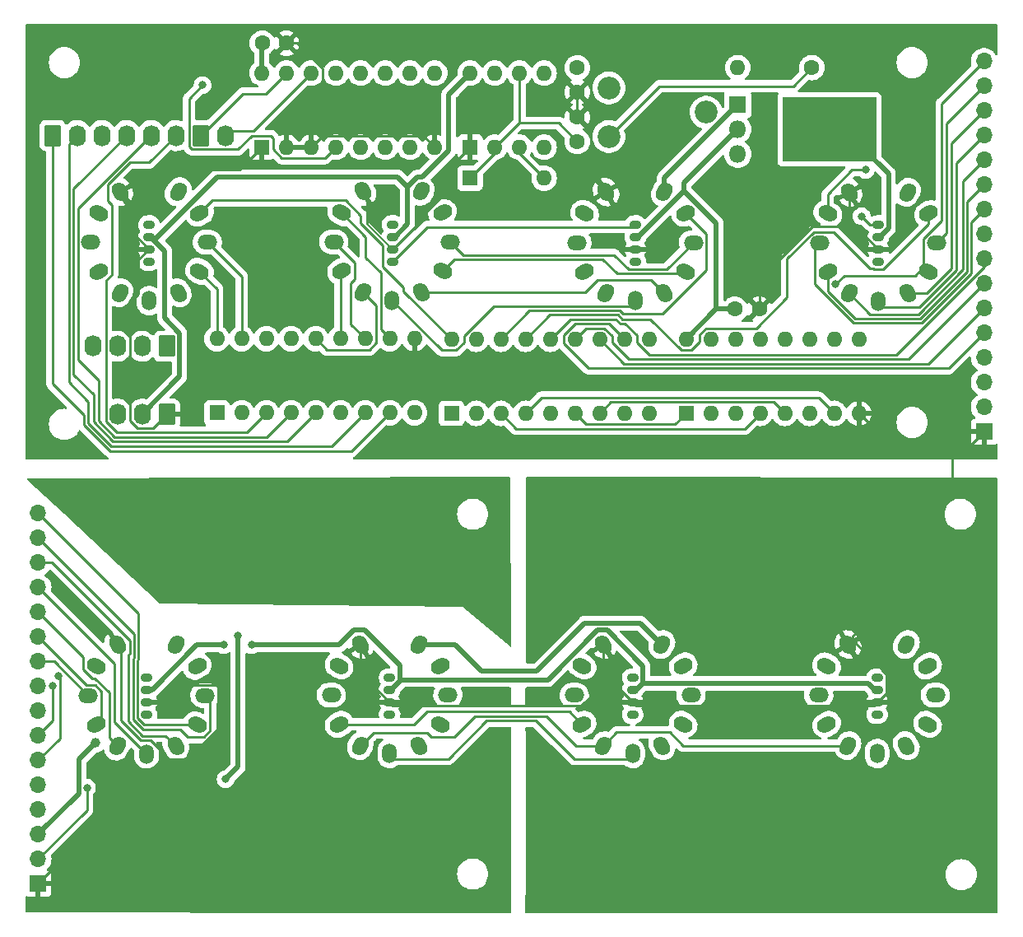
<source format=gbr>
%TF.GenerationSoftware,KiCad,Pcbnew,7.0.1*%
%TF.CreationDate,2023-05-21T16:34:47+02:00*%
%TF.ProjectId,kicad,6b696361-642e-46b6-9963-61645f706362,rev?*%
%TF.SameCoordinates,Original*%
%TF.FileFunction,Copper,L2,Bot*%
%TF.FilePolarity,Positive*%
%FSLAX46Y46*%
G04 Gerber Fmt 4.6, Leading zero omitted, Abs format (unit mm)*
G04 Created by KiCad (PCBNEW 7.0.1) date 2023-05-21 16:34:47*
%MOMM*%
%LPD*%
G01*
G04 APERTURE LIST*
G04 Aperture macros list*
%AMRoundRect*
0 Rectangle with rounded corners*
0 $1 Rounding radius*
0 $2 $3 $4 $5 $6 $7 $8 $9 X,Y pos of 4 corners*
0 Add a 4 corners polygon primitive as box body*
4,1,4,$2,$3,$4,$5,$6,$7,$8,$9,$2,$3,0*
0 Add four circle primitives for the rounded corners*
1,1,$1+$1,$2,$3*
1,1,$1+$1,$4,$5*
1,1,$1+$1,$6,$7*
1,1,$1+$1,$8,$9*
0 Add four rect primitives between the rounded corners*
20,1,$1+$1,$2,$3,$4,$5,0*
20,1,$1+$1,$4,$5,$6,$7,0*
20,1,$1+$1,$6,$7,$8,$9,0*
20,1,$1+$1,$8,$9,$2,$3,0*%
%AMHorizOval*
0 Thick line with rounded ends*
0 $1 width*
0 $2 $3 position (X,Y) of the first rounded end (center of the circle)*
0 $4 $5 position (X,Y) of the second rounded end (center of the circle)*
0 Add line between two ends*
20,1,$1,$2,$3,$4,$5,0*
0 Add two circle primitives to create the rounded ends*
1,1,$1,$2,$3*
1,1,$1,$4,$5*%
G04 Aperture macros list end*
%TA.AperFunction,ComponentPad*%
%ADD10R,1.600000X1.600000*%
%TD*%
%TA.AperFunction,ComponentPad*%
%ADD11O,1.600000X1.600000*%
%TD*%
%TA.AperFunction,ComponentPad*%
%ADD12R,1.800000X1.800000*%
%TD*%
%TA.AperFunction,HeatsinkPad*%
%ADD13R,9.652000X6.604000*%
%TD*%
%TA.AperFunction,ComponentPad*%
%ADD14O,1.800000X1.800000*%
%TD*%
%TA.AperFunction,ComponentPad*%
%ADD15C,1.600000*%
%TD*%
%TA.AperFunction,ComponentPad*%
%ADD16R,1.700000X1.700000*%
%TD*%
%TA.AperFunction,ComponentPad*%
%ADD17O,1.700000X1.700000*%
%TD*%
%TA.AperFunction,ComponentPad*%
%ADD18RoundRect,0.250000X-0.620000X-0.845000X0.620000X-0.845000X0.620000X0.845000X-0.620000X0.845000X0*%
%TD*%
%TA.AperFunction,ComponentPad*%
%ADD19O,1.740000X2.190000*%
%TD*%
%TA.AperFunction,ComponentPad*%
%ADD20RoundRect,0.250000X0.620000X0.845000X-0.620000X0.845000X-0.620000X-0.845000X0.620000X-0.845000X0*%
%TD*%
%TA.AperFunction,ComponentPad*%
%ADD21C,2.340000*%
%TD*%
%TA.AperFunction,ComponentPad*%
%ADD22O,1.200000X0.900000*%
%TD*%
%TA.AperFunction,ComponentPad*%
%ADD23HorizOval,1.500000X0.125000X0.216506X-0.125000X-0.216506X0*%
%TD*%
%TA.AperFunction,ComponentPad*%
%ADD24HorizOval,1.500000X0.216506X0.125000X-0.216506X-0.125000X0*%
%TD*%
%TA.AperFunction,ComponentPad*%
%ADD25O,2.000000X1.500000*%
%TD*%
%TA.AperFunction,ComponentPad*%
%ADD26HorizOval,1.500000X-0.216506X0.125000X0.216506X-0.125000X0*%
%TD*%
%TA.AperFunction,ComponentPad*%
%ADD27HorizOval,1.500000X-0.125000X0.216506X0.125000X-0.216506X0*%
%TD*%
%TA.AperFunction,ComponentPad*%
%ADD28O,1.500000X2.000000*%
%TD*%
%TA.AperFunction,ComponentPad*%
%ADD29HorizOval,1.500000X-0.125000X-0.216506X0.125000X0.216506X0*%
%TD*%
%TA.AperFunction,ComponentPad*%
%ADD30HorizOval,1.500000X-0.216506X-0.125000X0.216506X0.125000X0*%
%TD*%
%TA.AperFunction,ViaPad*%
%ADD31C,0.800000*%
%TD*%
%TA.AperFunction,ViaPad*%
%ADD32C,1.000000*%
%TD*%
%TA.AperFunction,Conductor*%
%ADD33C,0.250000*%
%TD*%
%TA.AperFunction,Conductor*%
%ADD34C,0.200000*%
%TD*%
%TA.AperFunction,Conductor*%
%ADD35C,0.500000*%
%TD*%
G04 APERTURE END LIST*
D10*
%TO.P,D1,1,K*%
%TO.N,Net-(D1-K)*%
X140431200Y-50752000D03*
D11*
%TO.P,D1,2,A*%
%TO.N,Net-(D1-A)*%
X148051200Y-50752000D03*
%TD*%
D10*
%TO.P,U1,1,GND*%
%TO.N,GND*%
X140441200Y-47567000D03*
D11*
%TO.P,U1,2,TR*%
%TO.N,Net-(D1-K)*%
X142981200Y-47567000D03*
%TO.P,U1,3,Q*%
%TO.N,Net-(D1-A)*%
X145521200Y-47567000D03*
%TO.P,U1,4,R*%
%TO.N,/EN*%
X148061200Y-47567000D03*
%TO.P,U1,5,CV*%
%TO.N,Net-(U1-CV)*%
X148061200Y-39947000D03*
%TO.P,U1,6,THR*%
%TO.N,Net-(D1-K)*%
X145521200Y-39947000D03*
%TO.P,U1,7,DIS*%
%TO.N,Net-(U1-DIS)*%
X142981200Y-39947000D03*
%TO.P,U1,8,VCC*%
%TO.N,+5V*%
X140441200Y-39947000D03*
%TD*%
D10*
%TO.P,U4,1,A0*%
%TO.N,GND*%
X119031200Y-47567000D03*
D11*
%TO.P,U4,2,A1*%
X121571200Y-47567000D03*
%TO.P,U4,3,A2*%
X124111200Y-47567000D03*
%TO.P,U4,4,P0*%
%TO.N,/p'*%
X126651200Y-47567000D03*
%TO.P,U4,5,P1*%
%TO.N,/g'*%
X129191200Y-47567000D03*
%TO.P,U4,6,P2*%
%TO.N,/f'*%
X131731200Y-47567000D03*
%TO.P,U4,7,P3*%
%TO.N,/e'*%
X134271200Y-47567000D03*
%TO.P,U4,8,VSS*%
%TO.N,GND*%
X136811200Y-47567000D03*
%TO.P,U4,9,P4*%
%TO.N,/d'*%
X136811200Y-39947000D03*
%TO.P,U4,10,P5*%
%TO.N,/c'*%
X134271200Y-39947000D03*
%TO.P,U4,11,P6*%
%TO.N,/b'*%
X131731200Y-39947000D03*
%TO.P,U4,12,P7*%
%TO.N,/a'*%
X129191200Y-39947000D03*
%TO.P,U4,13,~{INT}*%
%TO.N,unconnected-(U4-~{INT}-Pad13)*%
X126651200Y-39947000D03*
%TO.P,U4,14,SCL*%
%TO.N,/SCL*%
X124111200Y-39947000D03*
%TO.P,U4,15,SDA*%
%TO.N,Net-(J3-Pin_1)*%
X121571200Y-39947000D03*
%TO.P,U4,16,VDD*%
%TO.N,+5V*%
X119031200Y-39947000D03*
%TD*%
D12*
%TO.P,Q1,1,E*%
%TO.N,/Uf*%
X167976200Y-43197000D03*
D13*
%TO.P,Q1,2,C*%
%TO.N,+5V*%
X177398200Y-45723000D03*
D14*
X167976200Y-45737000D03*
%TO.P,Q1,3,B*%
%TO.N,Net-(D1-A)*%
X167976200Y-48277000D03*
%TD*%
D15*
%TO.P,C4,1*%
%TO.N,+5V*%
X167696200Y-64232000D03*
%TO.P,C4,2*%
%TO.N,GND*%
X170196200Y-64232000D03*
%TD*%
D10*
%TO.P,U5,1,I1*%
%TO.N,/p'*%
X114396200Y-74882000D03*
D11*
%TO.P,U5,2,I2*%
%TO.N,/g'*%
X116936200Y-74882000D03*
%TO.P,U5,3,I3*%
%TO.N,/f'*%
X119476200Y-74882000D03*
%TO.P,U5,4,I4*%
%TO.N,/e'*%
X122016200Y-74882000D03*
%TO.P,U5,5,I5*%
%TO.N,/d'*%
X124556200Y-74882000D03*
%TO.P,U5,6,I6*%
%TO.N,/c'*%
X127096200Y-74882000D03*
%TO.P,U5,7,I7*%
%TO.N,/b'*%
X129636200Y-74882000D03*
%TO.P,U5,8,I8*%
%TO.N,/a'*%
X132176200Y-74882000D03*
%TO.P,U5,9,VCC*%
%TO.N,VAA*%
X134716200Y-74882000D03*
%TO.P,U5,10,GND*%
%TO.N,GND*%
X134716200Y-67262000D03*
%TO.P,U5,11,O8*%
%TO.N,/A*%
X132176200Y-67262000D03*
%TO.P,U5,12,O7*%
%TO.N,/B*%
X129636200Y-67262000D03*
%TO.P,U5,13,O6*%
%TO.N,/C*%
X127096200Y-67262000D03*
%TO.P,U5,14,O5*%
%TO.N,/D*%
X124556200Y-67262000D03*
%TO.P,U5,15,O4*%
%TO.N,/E*%
X122016200Y-67262000D03*
%TO.P,U5,16,O3*%
%TO.N,/F*%
X119476200Y-67262000D03*
%TO.P,U5,17,O2*%
%TO.N,/G*%
X116936200Y-67262000D03*
%TO.P,U5,18,O1*%
%TO.N,/P*%
X114396200Y-67262000D03*
%TD*%
D15*
%TO.P,C1,1*%
%TO.N,Net-(U1-CV)*%
X151466200Y-39407000D03*
%TO.P,C1,2*%
%TO.N,GND*%
X151466200Y-41907000D03*
%TD*%
%TO.P,C2,1*%
%TO.N,Net-(D1-K)*%
X151466200Y-46987000D03*
%TO.P,C2,2*%
%TO.N,GND*%
X151466200Y-44487000D03*
%TD*%
D16*
%TO.P,J6,1,Pin_1*%
%TO.N,GND*%
X96011200Y-123317000D03*
D17*
%TO.P,J6,2,Pin_2*%
%TO.N,Net-(J6-Pin_2)*%
X96011200Y-120777000D03*
%TO.P,J6,3,Pin_3*%
%TO.N,/+5V'*%
X96011200Y-118237000D03*
%TO.P,J6,4,Pin_4*%
%TO.N,/Uf'*%
X96011200Y-115697000D03*
%TO.P,J6,5,Pin_5*%
%TO.N,Net-(J6-Pin_5)*%
X96011200Y-113157000D03*
%TO.P,J6,6,Pin_6*%
%TO.N,Net-(J6-Pin_6)*%
X96011200Y-110617000D03*
%TO.P,J6,7,Pin_7*%
%TO.N,Net-(J6-Pin_7)*%
X96011200Y-108077000D03*
%TO.P,J6,8,Pin_8*%
%TO.N,Net-(J6-Pin_8)*%
X96011200Y-105537000D03*
%TO.P,J6,9,Pin_9*%
%TO.N,Net-(J6-Pin_9)*%
X96011200Y-102997000D03*
%TO.P,J6,10,Pin_10*%
%TO.N,Net-(J6-Pin_10)*%
X96011200Y-100457000D03*
%TO.P,J6,11,Pin_11*%
%TO.N,Net-(J6-Pin_11)*%
X96011200Y-97917000D03*
%TO.P,J6,12,Pin_12*%
%TO.N,Net-(J6-Pin_12)*%
X96011200Y-95377000D03*
%TO.P,J6,13,Pin_13*%
%TO.N,Net-(J6-Pin_13)*%
X96011200Y-92837000D03*
%TO.P,J6,14,Pin_14*%
%TO.N,Net-(J6-Pin_14)*%
X96011200Y-90297000D03*
%TO.P,J6,15,Pin_15*%
%TO.N,Net-(J6-Pin_15)*%
X96011200Y-87757000D03*
%TO.P,J6,16,Pin_16*%
%TO.N,Net-(J6-Pin_16)*%
X96011200Y-85217000D03*
%TD*%
D15*
%TO.P,R1,1*%
%TO.N,Net-(R1-Pad1)*%
X175596200Y-39387000D03*
D11*
%TO.P,R1,2*%
%TO.N,Net-(D1-K)*%
X167976200Y-39387000D03*
%TD*%
D10*
%TO.P,U3,1,I1*%
%TO.N,Net-(U2-Q0)*%
X138526200Y-74942000D03*
D11*
%TO.P,U3,2,I2*%
%TO.N,Net-(U2-Q1)*%
X141066200Y-74942000D03*
%TO.P,U3,3,I3*%
%TO.N,Net-(U2-Q2)*%
X143606200Y-74942000D03*
%TO.P,U3,4,I4*%
%TO.N,Net-(U2-Q3)*%
X146146200Y-74942000D03*
%TO.P,U3,5,I5*%
%TO.N,Net-(U2-Q4)*%
X148686200Y-74942000D03*
%TO.P,U3,6,I6*%
%TO.N,Net-(U2-Q5)*%
X151226200Y-74942000D03*
%TO.P,U3,7,I7*%
%TO.N,Net-(U2-Q6)*%
X153766200Y-74942000D03*
%TO.P,U3,8,I8*%
%TO.N,Net-(U2-Q7)*%
X156306200Y-74942000D03*
%TO.P,U3,9,VCC*%
%TO.N,VAA*%
X158846200Y-74942000D03*
%TO.P,U3,10,GND*%
%TO.N,GND*%
X158846200Y-67322000D03*
%TO.P,U3,11,O8*%
%TO.N,/G8*%
X156306200Y-67322000D03*
%TO.P,U3,12,O7*%
%TO.N,/G7*%
X153766200Y-67322000D03*
%TO.P,U3,13,O6*%
%TO.N,/G6*%
X151226200Y-67322000D03*
%TO.P,U3,14,O5*%
%TO.N,/G5*%
X148686200Y-67322000D03*
%TO.P,U3,15,O4*%
%TO.N,Net-(U3-O4)*%
X146146200Y-67322000D03*
%TO.P,U3,16,O3*%
%TO.N,Net-(U3-O3)*%
X143606200Y-67322000D03*
%TO.P,U3,17,O2*%
%TO.N,Net-(U3-O2)*%
X141066200Y-67322000D03*
%TO.P,U3,18,O1*%
%TO.N,Net-(U3-O1)*%
X138526200Y-67322000D03*
%TD*%
D18*
%TO.P,J3,1,Pin_1*%
%TO.N,Net-(J3-Pin_1)*%
X112731200Y-46372000D03*
D19*
%TO.P,J3,2,Pin_2*%
%TO.N,/SCL*%
X115271200Y-46372000D03*
%TD*%
D10*
%TO.P,U2,1,Q5*%
%TO.N,Net-(U2-Q5)*%
X162656200Y-74942000D03*
D11*
%TO.P,U2,2,Q1*%
%TO.N,Net-(U2-Q1)*%
X165196200Y-74942000D03*
%TO.P,U2,3,Q0*%
%TO.N,Net-(U2-Q0)*%
X167736200Y-74942000D03*
%TO.P,U2,4,Q2*%
%TO.N,Net-(U2-Q2)*%
X170276200Y-74942000D03*
%TO.P,U2,5,Q6*%
%TO.N,Net-(U2-Q6)*%
X172816200Y-74942000D03*
%TO.P,U2,6,Q7*%
%TO.N,Net-(U2-Q7)*%
X175356200Y-74942000D03*
%TO.P,U2,7,Q3*%
%TO.N,Net-(U2-Q3)*%
X177896200Y-74942000D03*
%TO.P,U2,8,GND*%
%TO.N,GND*%
X180436200Y-74942000D03*
%TO.P,U2,9,Q8*%
%TO.N,unconnected-(U2-Q8-Pad9)*%
X180436200Y-67322000D03*
%TO.P,U2,10,Q4*%
%TO.N,Net-(U2-Q4)*%
X177896200Y-67322000D03*
%TO.P,U2,11,Q9*%
%TO.N,unconnected-(U2-Q9-Pad11)*%
X175356200Y-67322000D03*
%TO.P,U2,12,Cout*%
%TO.N,unconnected-(U2-Cout-Pad12)*%
X172816200Y-67322000D03*
%TO.P,U2,13,CKEN*%
%TO.N,GND*%
X170276200Y-67322000D03*
%TO.P,U2,14,CLK*%
%TO.N,/CLK*%
X167736200Y-67322000D03*
%TO.P,U2,15,Reset*%
%TO.N,/RST*%
X165196200Y-67322000D03*
%TO.P,U2,16,VCC*%
%TO.N,+5V*%
X162656200Y-67322000D03*
%TD*%
D16*
%TO.P,J5,1,Pin_1*%
%TO.N,GND*%
X193311200Y-76831600D03*
D17*
%TO.P,J5,2,Pin_2*%
%TO.N,Net-(J5-Pin_2)*%
X193311200Y-74291600D03*
%TO.P,J5,3,Pin_3*%
%TO.N,+5V*%
X193311200Y-71751600D03*
%TO.P,J5,4,Pin_4*%
%TO.N,/Uf*%
X193311200Y-69211600D03*
%TO.P,J5,5,Pin_5*%
%TO.N,/G8*%
X193311200Y-66671600D03*
%TO.P,J5,6,Pin_6*%
%TO.N,/G7*%
X193311200Y-64131600D03*
%TO.P,J5,7,Pin_7*%
%TO.N,/G6*%
X193311200Y-61591600D03*
%TO.P,J5,8,Pin_8*%
%TO.N,/G5*%
X193311200Y-59051600D03*
%TO.P,J5,9,Pin_9*%
%TO.N,/A*%
X193311200Y-56511600D03*
%TO.P,J5,10,Pin_10*%
%TO.N,/B*%
X193311200Y-53971600D03*
%TO.P,J5,11,Pin_11*%
%TO.N,/C*%
X193311200Y-51431600D03*
%TO.P,J5,12,Pin_12*%
%TO.N,/D*%
X193311200Y-48891600D03*
%TO.P,J5,13,Pin_13*%
%TO.N,/E*%
X193311200Y-46351600D03*
%TO.P,J5,14,Pin_14*%
%TO.N,/F*%
X193311200Y-43811600D03*
%TO.P,J5,15,Pin_15*%
%TO.N,/G*%
X193311200Y-41271600D03*
%TO.P,J5,16,Pin_16*%
%TO.N,/P*%
X193311200Y-38731600D03*
%TD*%
D15*
%TO.P,C3,1*%
%TO.N,+5V*%
X119051200Y-36877000D03*
%TO.P,C3,2*%
%TO.N,GND*%
X121551200Y-36877000D03*
%TD*%
D20*
%TO.P,J2,1,Pin_1*%
%TO.N,/Din*%
X109236200Y-68042000D03*
D19*
%TO.P,J2,2,Pin_2*%
%TO.N,/EN*%
X106696200Y-68042000D03*
%TO.P,J2,3,Pin_3*%
%TO.N,/CLK*%
X104156200Y-68042000D03*
%TO.P,J2,4,Pin_4*%
%TO.N,/RST*%
X101616200Y-68042000D03*
%TD*%
D20*
%TO.P,J1,1,Pin_1*%
%TO.N,GND*%
X109236200Y-75027000D03*
D19*
%TO.P,J1,2,Pin_2*%
%TO.N,+5V*%
X106696200Y-75027000D03*
%TO.P,J1,3,Pin_3*%
%TO.N,VAA*%
X104156200Y-75027000D03*
%TD*%
D18*
%TO.P,J4,1,Pin_1*%
%TO.N,/a'*%
X97491200Y-46372000D03*
D19*
%TO.P,J4,2,Pin_2*%
%TO.N,/b'*%
X100031200Y-46372000D03*
%TO.P,J4,3,Pin_3*%
%TO.N,/c'*%
X102571200Y-46372000D03*
%TO.P,J4,4,Pin_4*%
%TO.N,/d'*%
X105111200Y-46372000D03*
%TO.P,J4,5,Pin_5*%
%TO.N,/e'*%
X107651200Y-46372000D03*
%TO.P,J4,6,Pin_6*%
%TO.N,/f'*%
X110191200Y-46372000D03*
%TD*%
D21*
%TO.P,RV1,1,1*%
%TO.N,Net-(R1-Pad1)*%
X154721200Y-46482000D03*
%TO.P,RV1,2,2*%
%TO.N,Net-(U1-DIS)*%
X164721200Y-43982000D03*
%TO.P,RV1,3,3*%
%TO.N,+5V*%
X154721200Y-41482000D03*
%TD*%
D22*
%TO.P,LED7,1,Dout*%
%TO.N,Net-(LED7-Dout)*%
X157161200Y-105932000D03*
%TO.P,LED7,2,GND*%
%TO.N,GND*%
X157161200Y-104662000D03*
%TO.P,LED7,3,VDD*%
%TO.N,/+5V'*%
X157161200Y-103392000D03*
%TO.P,LED7,4,Din*%
%TO.N,Net-(LED6-Dout)*%
X157161200Y-102122000D03*
%TD*%
%TO.P,LED3,1,Dout*%
%TO.N,Net-(LED3-Dout)*%
X157451200Y-59347000D03*
%TO.P,LED3,2,GND*%
%TO.N,GND*%
X157451200Y-58077000D03*
%TO.P,LED3,3,VDD*%
%TO.N,+5V*%
X157451200Y-56807000D03*
%TO.P,LED3,4,Din*%
%TO.N,Net-(LED2-Dout)*%
X157451200Y-55537000D03*
%TD*%
D23*
%TO.P,VFD8,1,F1*%
%TO.N,/Uf'*%
X185311200Y-98719648D03*
D24*
%TO.P,VFD8,2,Gate*%
%TO.N,Net-(J6-Pin_5)*%
X187507352Y-100915800D03*
D25*
%TO.P,VFD8,3,g*%
%TO.N,Net-(J6-Pin_15)*%
X188311200Y-103915800D03*
D26*
%TO.P,VFD8,4,p*%
%TO.N,Net-(J6-Pin_16)*%
X187507352Y-106915800D03*
D27*
%TO.P,VFD8,5,f*%
%TO.N,Net-(J6-Pin_14)*%
X185311200Y-109111952D03*
D28*
%TO.P,VFD8,6,e*%
%TO.N,Net-(J6-Pin_13)*%
X182311200Y-109915800D03*
D29*
%TO.P,VFD8,7,d*%
%TO.N,Net-(J6-Pin_12)*%
X179311201Y-109111952D03*
D30*
%TO.P,VFD8,8,c*%
%TO.N,Net-(J6-Pin_11)*%
X177115048Y-106915800D03*
D25*
%TO.P,VFD8,9,b*%
%TO.N,Net-(J6-Pin_10)*%
X176311200Y-103915800D03*
D26*
%TO.P,VFD8,10,a*%
%TO.N,Net-(J6-Pin_9)*%
X177115048Y-100915801D03*
D27*
%TO.P,VFD8,11,F2*%
%TO.N,GND*%
X179311201Y-98719648D03*
%TD*%
D23*
%TO.P,VFD6,1,F1*%
%TO.N,/Uf'*%
X135161200Y-98719648D03*
D24*
%TO.P,VFD6,2,Gate*%
%TO.N,Net-(J6-Pin_7)*%
X137357352Y-100915800D03*
D25*
%TO.P,VFD6,3,g*%
%TO.N,Net-(J6-Pin_15)*%
X138161200Y-103915800D03*
D26*
%TO.P,VFD6,4,p*%
%TO.N,Net-(J6-Pin_16)*%
X137357352Y-106915800D03*
D27*
%TO.P,VFD6,5,f*%
%TO.N,Net-(J6-Pin_14)*%
X135161200Y-109111952D03*
D28*
%TO.P,VFD6,6,e*%
%TO.N,Net-(J6-Pin_13)*%
X132161200Y-109915800D03*
D29*
%TO.P,VFD6,7,d*%
%TO.N,Net-(J6-Pin_12)*%
X129161201Y-109111952D03*
D30*
%TO.P,VFD6,8,c*%
%TO.N,Net-(J6-Pin_11)*%
X126965048Y-106915800D03*
D25*
%TO.P,VFD6,9,b*%
%TO.N,Net-(J6-Pin_10)*%
X126161200Y-103915800D03*
D26*
%TO.P,VFD6,10,a*%
%TO.N,Net-(J6-Pin_9)*%
X126965048Y-100915801D03*
D27*
%TO.P,VFD6,11,F2*%
%TO.N,GND*%
X129161201Y-98719648D03*
%TD*%
D23*
%TO.P,VFD2,1,F1*%
%TO.N,/Uf*%
X135416500Y-52115248D03*
D24*
%TO.P,VFD2,2,Gate*%
%TO.N,Net-(U3-O2)*%
X137612652Y-54311400D03*
D25*
%TO.P,VFD2,3,g*%
%TO.N,/G*%
X138416500Y-57311400D03*
D26*
%TO.P,VFD2,4,p*%
%TO.N,/P*%
X137612652Y-60311400D03*
D27*
%TO.P,VFD2,5,f*%
%TO.N,/F*%
X135416500Y-62507552D03*
D28*
%TO.P,VFD2,6,e*%
%TO.N,/E*%
X132416500Y-63311400D03*
D29*
%TO.P,VFD2,7,d*%
%TO.N,/D*%
X129416501Y-62507552D03*
D30*
%TO.P,VFD2,8,c*%
%TO.N,/C*%
X127220348Y-60311400D03*
D25*
%TO.P,VFD2,9,b*%
%TO.N,/B*%
X126416500Y-57311400D03*
D26*
%TO.P,VFD2,10,a*%
%TO.N,/A*%
X127220348Y-54311401D03*
D27*
%TO.P,VFD2,11,F2*%
%TO.N,GND*%
X129416501Y-52115248D03*
%TD*%
D23*
%TO.P,VFD7,1,F1*%
%TO.N,/Uf'*%
X160161200Y-98719648D03*
D24*
%TO.P,VFD7,2,Gate*%
%TO.N,Net-(J6-Pin_6)*%
X162357352Y-100915800D03*
D25*
%TO.P,VFD7,3,g*%
%TO.N,Net-(J6-Pin_15)*%
X163161200Y-103915800D03*
D26*
%TO.P,VFD7,4,p*%
%TO.N,Net-(J6-Pin_16)*%
X162357352Y-106915800D03*
D27*
%TO.P,VFD7,5,f*%
%TO.N,Net-(J6-Pin_14)*%
X160161200Y-109111952D03*
D28*
%TO.P,VFD7,6,e*%
%TO.N,Net-(J6-Pin_13)*%
X157161200Y-109915800D03*
D29*
%TO.P,VFD7,7,d*%
%TO.N,Net-(J6-Pin_12)*%
X154161201Y-109111952D03*
D30*
%TO.P,VFD7,8,c*%
%TO.N,Net-(J6-Pin_11)*%
X151965048Y-106915800D03*
D25*
%TO.P,VFD7,9,b*%
%TO.N,Net-(J6-Pin_10)*%
X151161200Y-103915800D03*
D26*
%TO.P,VFD7,10,a*%
%TO.N,Net-(J6-Pin_9)*%
X151965048Y-100915801D03*
D27*
%TO.P,VFD7,11,F2*%
%TO.N,GND*%
X154161201Y-98719648D03*
%TD*%
D22*
%TO.P,LED4,1,Dout*%
%TO.N,Net-(J5-Pin_2)*%
X182427300Y-59347000D03*
%TO.P,LED4,2,GND*%
%TO.N,GND*%
X182427300Y-58077000D03*
%TO.P,LED4,3,VDD*%
%TO.N,+5V*%
X182427300Y-56807000D03*
%TO.P,LED4,4,Din*%
%TO.N,Net-(LED3-Dout)*%
X182427300Y-55537000D03*
%TD*%
%TO.P,LED2,1,Dout*%
%TO.N,Net-(LED2-Dout)*%
X132451200Y-59347000D03*
%TO.P,LED2,2,GND*%
%TO.N,GND*%
X132451200Y-58077000D03*
%TO.P,LED2,3,VDD*%
%TO.N,+5V*%
X132451200Y-56807000D03*
%TO.P,LED2,4,Din*%
%TO.N,Net-(LED1-Dout)*%
X132451200Y-55537000D03*
%TD*%
%TO.P,LED5,1,Dout*%
%TO.N,Net-(LED5-Dout)*%
X107161200Y-105932000D03*
%TO.P,LED5,2,GND*%
%TO.N,GND*%
X107161200Y-104662000D03*
%TO.P,LED5,3,VDD*%
%TO.N,/+5V'*%
X107161200Y-103392000D03*
%TO.P,LED5,4,Din*%
%TO.N,Net-(J6-Pin_2)*%
X107161200Y-102122000D03*
%TD*%
D23*
%TO.P,VFD1,1,F1*%
%TO.N,/Uf*%
X110411200Y-52148048D03*
D24*
%TO.P,VFD1,2,Gate*%
%TO.N,Net-(U3-O1)*%
X112607352Y-54344200D03*
D25*
%TO.P,VFD1,3,g*%
%TO.N,/G*%
X113411200Y-57344200D03*
D26*
%TO.P,VFD1,4,p*%
%TO.N,/P*%
X112607352Y-60344200D03*
D27*
%TO.P,VFD1,5,f*%
%TO.N,/F*%
X110411200Y-62540352D03*
D28*
%TO.P,VFD1,6,e*%
%TO.N,/E*%
X107411200Y-63344200D03*
D29*
%TO.P,VFD1,7,d*%
%TO.N,/D*%
X104411201Y-62540352D03*
D30*
%TO.P,VFD1,8,c*%
%TO.N,/C*%
X102215048Y-60344200D03*
D25*
%TO.P,VFD1,9,b*%
%TO.N,/B*%
X101411200Y-57344200D03*
D26*
%TO.P,VFD1,10,a*%
%TO.N,/A*%
X102215048Y-54344201D03*
D27*
%TO.P,VFD1,11,F2*%
%TO.N,GND*%
X104411201Y-52148048D03*
%TD*%
D22*
%TO.P,LED6,1,Dout*%
%TO.N,Net-(LED6-Dout)*%
X132161200Y-105932000D03*
%TO.P,LED6,2,GND*%
%TO.N,GND*%
X132161200Y-104662000D03*
%TO.P,LED6,3,VDD*%
%TO.N,/+5V'*%
X132161200Y-103392000D03*
%TO.P,LED6,4,Din*%
%TO.N,Net-(LED5-Dout)*%
X132161200Y-102122000D03*
%TD*%
D23*
%TO.P,VFD3,1,F1*%
%TO.N,/Uf*%
X160421900Y-52180848D03*
D24*
%TO.P,VFD3,2,Gate*%
%TO.N,Net-(U3-O3)*%
X162618052Y-54377000D03*
D25*
%TO.P,VFD3,3,g*%
%TO.N,/G*%
X163421900Y-57377000D03*
D26*
%TO.P,VFD3,4,p*%
%TO.N,/P*%
X162618052Y-60377000D03*
D27*
%TO.P,VFD3,5,f*%
%TO.N,/F*%
X160421900Y-62573152D03*
D28*
%TO.P,VFD3,6,e*%
%TO.N,/E*%
X157421900Y-63377000D03*
D29*
%TO.P,VFD3,7,d*%
%TO.N,/D*%
X154421901Y-62573152D03*
D30*
%TO.P,VFD3,8,c*%
%TO.N,/C*%
X152225748Y-60377000D03*
D25*
%TO.P,VFD3,9,b*%
%TO.N,/B*%
X151421900Y-57377000D03*
D26*
%TO.P,VFD3,10,a*%
%TO.N,/A*%
X152225748Y-54377001D03*
D27*
%TO.P,VFD3,11,F2*%
%TO.N,GND*%
X154421901Y-52180848D03*
%TD*%
D22*
%TO.P,LED1,1,Dout*%
%TO.N,Net-(LED1-Dout)*%
X107411200Y-59347000D03*
%TO.P,LED1,2,GND*%
%TO.N,GND*%
X107411200Y-58077000D03*
%TO.P,LED1,3,VDD*%
%TO.N,+5V*%
X107411200Y-56807000D03*
%TO.P,LED1,4,Din*%
%TO.N,/Din*%
X107411200Y-55537000D03*
%TD*%
D23*
%TO.P,VFD5,1,F1*%
%TO.N,/Uf'*%
X110165000Y-98765848D03*
D24*
%TO.P,VFD5,2,Gate*%
%TO.N,Net-(J6-Pin_8)*%
X112361152Y-100962000D03*
D25*
%TO.P,VFD5,3,g*%
%TO.N,Net-(J6-Pin_15)*%
X113165000Y-103962000D03*
D26*
%TO.P,VFD5,4,p*%
%TO.N,Net-(J6-Pin_16)*%
X112361152Y-106962000D03*
D27*
%TO.P,VFD5,5,f*%
%TO.N,Net-(J6-Pin_14)*%
X110165000Y-109158152D03*
D28*
%TO.P,VFD5,6,e*%
%TO.N,Net-(J6-Pin_13)*%
X107165000Y-109962000D03*
D29*
%TO.P,VFD5,7,d*%
%TO.N,Net-(J6-Pin_12)*%
X104165001Y-109158152D03*
D30*
%TO.P,VFD5,8,c*%
%TO.N,Net-(J6-Pin_11)*%
X101968848Y-106962000D03*
D25*
%TO.P,VFD5,9,b*%
%TO.N,Net-(J6-Pin_10)*%
X101165000Y-103962000D03*
D26*
%TO.P,VFD5,10,a*%
%TO.N,Net-(J6-Pin_9)*%
X101968848Y-100962001D03*
D27*
%TO.P,VFD5,11,F2*%
%TO.N,GND*%
X104165001Y-98765848D03*
%TD*%
D23*
%TO.P,VFD4,1,F1*%
%TO.N,/Uf*%
X185427300Y-52213648D03*
D24*
%TO.P,VFD4,2,Gate*%
%TO.N,Net-(U3-O4)*%
X187623452Y-54409800D03*
D25*
%TO.P,VFD4,3,g*%
%TO.N,/G*%
X188427300Y-57409800D03*
D26*
%TO.P,VFD4,4,p*%
%TO.N,/P*%
X187623452Y-60409800D03*
D27*
%TO.P,VFD4,5,f*%
%TO.N,/F*%
X185427300Y-62605952D03*
D28*
%TO.P,VFD4,6,e*%
%TO.N,/E*%
X182427300Y-63409800D03*
D29*
%TO.P,VFD4,7,d*%
%TO.N,/D*%
X179427301Y-62605952D03*
D30*
%TO.P,VFD4,8,c*%
%TO.N,/C*%
X177231148Y-60409800D03*
D25*
%TO.P,VFD4,9,b*%
%TO.N,/B*%
X176427300Y-57409800D03*
D26*
%TO.P,VFD4,10,a*%
%TO.N,/A*%
X177231148Y-54409801D03*
D27*
%TO.P,VFD4,11,F2*%
%TO.N,GND*%
X179427301Y-52213648D03*
%TD*%
D22*
%TO.P,LED8,1,Dout*%
%TO.N,unconnected-(LED8-Dout-Pad1)*%
X182311200Y-105932000D03*
%TO.P,LED8,2,GND*%
%TO.N,GND*%
X182311200Y-104662000D03*
%TO.P,LED8,3,VDD*%
%TO.N,/+5V'*%
X182311200Y-103392000D03*
%TO.P,LED8,4,Din*%
%TO.N,Net-(LED7-Dout)*%
X182311200Y-102122000D03*
%TD*%
D31*
%TO.N,/P*%
X178057900Y-61667300D03*
%TO.N,/A*%
X181139700Y-49916300D03*
%TO.N,Net-(LED3-Dout)*%
X180723900Y-54670600D03*
%TO.N,/p'*%
X112916000Y-41185200D03*
D32*
%TO.N,/+5V'*%
X101921800Y-108790700D03*
D31*
X115086200Y-98772000D03*
X117986200Y-98772000D03*
%TO.N,/Uf'*%
X115286200Y-112572000D03*
X116586200Y-97772000D03*
%TO.N,Net-(J6-Pin_2)*%
X101026400Y-113440200D03*
%TO.N,Net-(J6-Pin_6)*%
X98091000Y-101948200D03*
%TO.N,Net-(J6-Pin_7)*%
X97527700Y-102989800D03*
%TD*%
D33*
%TO.N,GND*%
X135667200Y-54861000D02*
X132473300Y-58054900D01*
X108494300Y-104662000D02*
X107161200Y-104662000D01*
X109944200Y-49845500D02*
X106026400Y-53763300D01*
X154691900Y-102192700D02*
X154161200Y-101662000D01*
X135667200Y-54462300D02*
X135667200Y-54861000D01*
X183272000Y-103701200D02*
X182311200Y-104662000D01*
X110270500Y-102885800D02*
X108494300Y-104662000D01*
X106582900Y-108560800D02*
X107543500Y-108560800D01*
X122655900Y-36877000D02*
X125244200Y-39465300D01*
X170196200Y-61183800D02*
X175675600Y-55704400D01*
X108813300Y-109830600D02*
X108813300Y-110514900D01*
X151466200Y-41907000D02*
X151466200Y-44487000D01*
X180436200Y-74942000D02*
X183821700Y-78327500D01*
X108813300Y-110514900D02*
X111404200Y-110514900D01*
X107815800Y-76447400D02*
X109236200Y-75027000D01*
X132490300Y-104991100D02*
X132161200Y-104662000D01*
X140441200Y-47567000D02*
X138148200Y-49860000D01*
D34*
X132473300Y-58054900D02*
X129866800Y-55448400D01*
D33*
X151893500Y-104991100D02*
X132490300Y-104991100D01*
X106335800Y-59152400D02*
X106335800Y-62687800D01*
X157161200Y-104662000D02*
X154691900Y-102192700D01*
X106026400Y-56692200D02*
X107411200Y-58077000D01*
X107411200Y-58077000D02*
X106335800Y-59152400D01*
X179427300Y-55077000D02*
X182427300Y-58077000D01*
X114524300Y-107394800D02*
X114524300Y-102885800D01*
X190048500Y-78327500D02*
X190048500Y-81940200D01*
X125244200Y-46434000D02*
X124111200Y-47567000D01*
X121551200Y-36877000D02*
X122655900Y-36877000D01*
X125244200Y-39465300D02*
X125244200Y-46434000D01*
X96011200Y-123317000D02*
X108813300Y-110514900D01*
X129716500Y-102217300D02*
X129161200Y-102217300D01*
X179311200Y-98719700D02*
X179765100Y-98265800D01*
X104560900Y-99161800D02*
X104560900Y-106538800D01*
X129866800Y-55448400D02*
X129866800Y-52565600D01*
X119031200Y-47567000D02*
X116752700Y-49845500D01*
X104411200Y-52148100D02*
X106026400Y-53763300D01*
X190048500Y-81940200D02*
X180333900Y-91654800D01*
X104165000Y-98765900D02*
X104560900Y-99161800D01*
X111404200Y-110514900D02*
X114524300Y-107394800D01*
X138148200Y-51981300D02*
X135667200Y-54462300D01*
X180333900Y-97300600D02*
X179765000Y-97869500D01*
X179765100Y-98265800D02*
X183272000Y-101772800D01*
X170196200Y-64232000D02*
X170196200Y-61183800D01*
X154161200Y-101662000D02*
X154161200Y-98719700D01*
X179427300Y-52213700D02*
X179427300Y-55077000D01*
X107543500Y-108560800D02*
X108813300Y-109830600D01*
X104560900Y-106538800D02*
X106582900Y-108560800D01*
X180333900Y-91654800D02*
X180333900Y-97300600D01*
X129866800Y-52565600D02*
X129416500Y-52115300D01*
X157501600Y-105002400D02*
X157161200Y-104662000D01*
X179765000Y-98265800D02*
X179765100Y-98265800D01*
X135678200Y-46434000D02*
X125244200Y-46434000D01*
X114524300Y-102885800D02*
X114286200Y-102885800D01*
X152840800Y-50599800D02*
X152840800Y-45861600D01*
X183821700Y-78327500D02*
X190048500Y-78327500D01*
X106199300Y-76447400D02*
X107815800Y-76447400D01*
X191815300Y-78327500D02*
X193311200Y-76831600D01*
X181970800Y-105002400D02*
X157501600Y-105002400D01*
X154421900Y-52180900D02*
X152840800Y-50599800D01*
X132473300Y-58054900D02*
X132451200Y-58077000D01*
X132161200Y-104662000D02*
X129716500Y-102217300D01*
X190048500Y-78327500D02*
X191815300Y-78327500D01*
X105426200Y-63597400D02*
X105426200Y-75674300D01*
X183272000Y-101772800D02*
X183272000Y-103701200D01*
X114286200Y-102885800D02*
X110270500Y-102885800D01*
X138148200Y-49860000D02*
X138148200Y-51981300D01*
X105426200Y-75674300D02*
X106199300Y-76447400D01*
X136811200Y-47567000D02*
X135678200Y-46434000D01*
X116752700Y-49845500D02*
X109944200Y-49845500D01*
X129161200Y-102217300D02*
X129161200Y-98719700D01*
X152840800Y-45861600D02*
X151466200Y-44487000D01*
X179765000Y-97869500D02*
X179765000Y-98265800D01*
X182311200Y-104662000D02*
X181970800Y-105002400D01*
X154691900Y-102192700D02*
X151893500Y-104991100D01*
X106335800Y-62687800D02*
X105426200Y-63597400D01*
X178799900Y-55704400D02*
X179427300Y-55077000D01*
X175675600Y-55704400D02*
X178799900Y-55704400D01*
X106026400Y-53763300D02*
X106026400Y-56692200D01*
%TO.N,Net-(D1-K)*%
X145521200Y-45068600D02*
X145479600Y-45068600D01*
X142981200Y-48202000D02*
X140431200Y-50752000D01*
X149547800Y-45068600D02*
X145521200Y-45068600D01*
X151466200Y-46987000D02*
X149547800Y-45068600D01*
X145521200Y-39947000D02*
X145521200Y-45068600D01*
X145479600Y-45068600D02*
X142981200Y-47567000D01*
X142981200Y-47567000D02*
X142981200Y-48202000D01*
D35*
%TO.N,+5V*%
X167696200Y-64232000D02*
X165746200Y-64232000D01*
X183477700Y-50302500D02*
X183477700Y-55914400D01*
X178898200Y-45723000D02*
X183477700Y-50302500D01*
X183477700Y-55914400D02*
X182585100Y-56807000D01*
X110565000Y-71158200D02*
X110565000Y-66694400D01*
X132948900Y-50619800D02*
X114461000Y-50619800D01*
X140441200Y-39947000D02*
X138236600Y-42151600D01*
X135541600Y-50643600D02*
X135021500Y-50643600D01*
X135021500Y-50643600D02*
X133997100Y-51668000D01*
X114461000Y-50619800D02*
X107936100Y-57144700D01*
X106696200Y-75027000D02*
X110565000Y-71158200D01*
X119051200Y-36877000D02*
X119031200Y-36897000D01*
X133997100Y-51668000D02*
X133997100Y-55496100D01*
X182585100Y-56807000D02*
X182427300Y-56807000D01*
X162449000Y-52079600D02*
X157721600Y-56807000D01*
X109031000Y-65160400D02*
X109031000Y-58239600D01*
X133997100Y-55496100D02*
X132686200Y-56807000D01*
X107936100Y-57144700D02*
X107598400Y-56807000D01*
X165746200Y-55376800D02*
X162449000Y-52079600D01*
X119031200Y-36897000D02*
X119031200Y-39947000D01*
X138236600Y-42151600D02*
X138236600Y-47948600D01*
X138236600Y-47948600D02*
X135541600Y-50643600D01*
X167976200Y-45737000D02*
X162449000Y-51264200D01*
X132686200Y-56807000D02*
X132451200Y-56807000D01*
X165746200Y-64232000D02*
X162656200Y-67322000D01*
X157721600Y-56807000D02*
X157451200Y-56807000D01*
X110565000Y-66694400D02*
X109031000Y-65160400D01*
X133997100Y-51668000D02*
X132948900Y-50619800D01*
X107598400Y-56807000D02*
X107411200Y-56807000D01*
X109031000Y-58239600D02*
X107936100Y-57144700D01*
X165746200Y-64232000D02*
X165746200Y-55376800D01*
X162449000Y-51264200D02*
X162449000Y-52079600D01*
D33*
%TO.N,Net-(D1-A)*%
X148051200Y-50752000D02*
X145521200Y-48222000D01*
X145521200Y-48222000D02*
X145521200Y-47567000D01*
%TO.N,/a'*%
X97491200Y-46372000D02*
X97491200Y-71927200D01*
X128216100Y-78842100D02*
X132176200Y-74882000D01*
X97491200Y-71927200D02*
X100701400Y-75137400D01*
X100701400Y-76109600D02*
X103433900Y-78842100D01*
X103433900Y-78842100D02*
X128216100Y-78842100D01*
X100701400Y-75137400D02*
X100701400Y-76109600D01*
%TO.N,/P*%
X154082800Y-59121200D02*
X138802900Y-59121200D01*
X114396200Y-62133000D02*
X112607400Y-60344200D01*
X138802900Y-59121200D02*
X137612700Y-60311400D01*
X162618100Y-60377000D02*
X162418600Y-60576500D01*
X188970300Y-55092100D02*
X188970300Y-43072500D01*
X155538100Y-60576500D02*
X154082800Y-59121200D01*
X114396200Y-67262000D02*
X114396200Y-62133000D01*
X178057900Y-61667300D02*
X178953200Y-60772000D01*
X187623500Y-60409800D02*
X187086300Y-59872600D01*
X162418600Y-60576500D02*
X155538100Y-60576500D01*
X178953200Y-60772000D02*
X186186900Y-60772000D01*
X187086300Y-56976100D02*
X188970300Y-55092100D01*
X188970300Y-43072500D02*
X193311200Y-38731600D01*
X187086300Y-59872600D02*
X187086300Y-56976100D01*
X186186900Y-60772000D02*
X187086300Y-59872600D01*
%TO.N,/G*%
X163421900Y-57377000D02*
X160672400Y-60126500D01*
X188427300Y-57409800D02*
X189428600Y-56408500D01*
X116936200Y-60869200D02*
X116936200Y-67262000D01*
X160672400Y-60126500D02*
X156725700Y-60126500D01*
X139775900Y-58670800D02*
X138416500Y-57311400D01*
X156725700Y-60126500D02*
X155270000Y-58670800D01*
X189428600Y-45154200D02*
X193311200Y-41271600D01*
X113411200Y-57344200D02*
X116936200Y-60869200D01*
X155270000Y-58670800D02*
X139775900Y-58670800D01*
X189428600Y-56408500D02*
X189428600Y-45154200D01*
%TO.N,/F*%
X185427300Y-62606000D02*
X187384800Y-62606000D01*
X187384800Y-62606000D02*
X189989800Y-60001000D01*
X189989800Y-47133000D02*
X193311200Y-43811600D01*
X159075100Y-61226400D02*
X153572500Y-61226400D01*
X189989800Y-60001000D02*
X189989800Y-47133000D01*
X160421900Y-62573200D02*
X159075100Y-61226400D01*
X152291300Y-62507600D02*
X135416500Y-62507600D01*
X153572500Y-61226400D02*
X152291300Y-62507600D01*
%TO.N,/E*%
X139796200Y-66994500D02*
X139796200Y-67643800D01*
X157421900Y-63377000D02*
X156878000Y-63920900D01*
X156878000Y-63920900D02*
X142869800Y-63920900D01*
X137555700Y-68450600D02*
X132416500Y-63311400D01*
X190440200Y-60203600D02*
X190440200Y-49222600D01*
X183016700Y-63999200D02*
X186644600Y-63999200D01*
X139796200Y-67643800D02*
X138989400Y-68450600D01*
X190440200Y-49222600D02*
X193311200Y-46351600D01*
X186644600Y-63999200D02*
X190440200Y-60203600D01*
X138989400Y-68450600D02*
X137555700Y-68450600D01*
X142869800Y-63920900D02*
X139796200Y-66994500D01*
X182427300Y-63409800D02*
X183016700Y-63999200D01*
%TO.N,/D*%
X130792300Y-67698600D02*
X130792300Y-63883400D01*
X130099800Y-68391100D02*
X130792300Y-67698600D01*
X125685300Y-68391100D02*
X130099800Y-68391100D01*
X130792300Y-63883400D02*
X129416500Y-62507600D01*
X181568300Y-64747000D02*
X179427300Y-62606000D01*
X191115500Y-51087300D02*
X191115500Y-60165200D01*
X124556200Y-67262000D02*
X125685300Y-68391100D01*
X193311200Y-48891600D02*
X191115500Y-51087300D01*
X191115500Y-60165200D02*
X186533700Y-64747000D01*
X186533700Y-64747000D02*
X181568300Y-64747000D01*
%TO.N,/C*%
X127096200Y-67262000D02*
X127096200Y-60435600D01*
X180054000Y-65216200D02*
X177231200Y-62393400D01*
X193311200Y-51431600D02*
X191565800Y-53177000D01*
X191565800Y-60351800D02*
X186701400Y-65216200D01*
X127096200Y-60435600D02*
X127220400Y-60311400D01*
X191565800Y-53177000D02*
X191565800Y-60351800D01*
X186701400Y-65216200D02*
X180054000Y-65216200D01*
X177231200Y-62393400D02*
X177231200Y-60409800D01*
%TO.N,/B*%
X175861000Y-61682500D02*
X175861000Y-57976100D01*
X128159800Y-61575400D02*
X128585300Y-61149900D01*
X129636200Y-67262000D02*
X128159800Y-65785600D01*
X175861000Y-57976100D02*
X176427300Y-57409800D01*
X192016200Y-55266600D02*
X192016200Y-60538400D01*
X192016200Y-60538400D02*
X186888000Y-65666600D01*
X179845100Y-65666600D02*
X175861000Y-61682500D01*
X128585300Y-59480200D02*
X126416500Y-57311400D01*
X128585300Y-61149900D02*
X128585300Y-59480200D01*
X186888000Y-65666600D02*
X179845100Y-65666600D01*
X193311200Y-53971600D02*
X192016200Y-55266600D01*
X128159800Y-65785600D02*
X128159800Y-61575400D01*
%TO.N,/A*%
X131242700Y-60484200D02*
X131242700Y-66328500D01*
X129712800Y-58954300D02*
X131242700Y-60484200D01*
X127220400Y-54311400D02*
X129712800Y-56803800D01*
X131242700Y-66328500D02*
X132176200Y-67262000D01*
X179731100Y-49916300D02*
X181139700Y-49916300D01*
X129712800Y-56803800D02*
X129712800Y-58954300D01*
X177231200Y-52416200D02*
X179731100Y-49916300D01*
X177231200Y-54409800D02*
X177231200Y-52416200D01*
D35*
%TO.N,/Uf*%
X160421900Y-52180900D02*
X160421900Y-50751300D01*
X160421900Y-50751300D02*
X167976200Y-43197000D01*
D33*
%TO.N,/b'*%
X99164700Y-47238500D02*
X99164700Y-71745900D01*
X99164700Y-71745900D02*
X101151800Y-73733000D01*
X101151800Y-73733000D02*
X101151800Y-75923100D01*
X101151800Y-75923100D02*
X103545900Y-78317200D01*
X100031200Y-46372000D02*
X99164700Y-47238500D01*
X126201000Y-78317200D02*
X129636200Y-74882000D01*
X103545900Y-78317200D02*
X126201000Y-78317200D01*
%TO.N,/G8*%
X151233400Y-65722200D02*
X154706400Y-65722200D01*
X150061900Y-67755200D02*
X150061900Y-66893700D01*
X189676600Y-70306200D02*
X152612900Y-70306200D01*
X150061900Y-66893700D02*
X151233400Y-65722200D01*
X152612900Y-70306200D02*
X150061900Y-67755200D01*
X154706400Y-65722200D02*
X156306200Y-67322000D01*
X193311200Y-66671600D02*
X189676600Y-70306200D01*
%TO.N,/G7*%
X187620700Y-69822100D02*
X156266300Y-69822100D01*
X193311200Y-64131600D02*
X187620700Y-69822100D01*
X156266300Y-69822100D02*
X153766200Y-67322000D01*
%TO.N,/G6*%
X155036200Y-67645200D02*
X156761800Y-69370800D01*
X151226200Y-67322000D02*
X152366300Y-66181900D01*
X156761800Y-69370800D02*
X185532000Y-69370800D01*
X154232500Y-66181900D02*
X155036200Y-66985600D01*
X155036200Y-66985600D02*
X155036200Y-67645200D01*
X152366300Y-66181900D02*
X154232500Y-66181900D01*
X185532000Y-69370800D02*
X193311200Y-61591600D01*
%TO.N,/G5*%
X155448100Y-65271800D02*
X150736400Y-65271800D01*
X157576200Y-67649500D02*
X157576200Y-66923100D01*
X158847200Y-68920500D02*
X157576200Y-67649500D01*
X184271000Y-68920500D02*
X158847200Y-68920500D01*
X157576200Y-66923100D02*
X156375200Y-65722100D01*
X150736400Y-65271800D02*
X148686200Y-67322000D01*
X156375200Y-65722100D02*
X155898400Y-65722100D01*
X155898400Y-65722100D02*
X155448100Y-65271800D01*
X193311200Y-59051600D02*
X193311200Y-59880300D01*
X193311200Y-59880300D02*
X184271000Y-68920500D01*
%TO.N,Net-(U3-O4)*%
X162163100Y-68447400D02*
X163178800Y-68447400D01*
X182945600Y-60122000D02*
X187623500Y-55444100D01*
X148646700Y-64821500D02*
X155634700Y-64821500D01*
X164070900Y-66855800D02*
X164730000Y-66196700D01*
X156084900Y-65271700D02*
X158987400Y-65271700D01*
X169881300Y-66196700D02*
X173041700Y-63036300D01*
X177819500Y-56284100D02*
X181611000Y-60075600D01*
X164070900Y-67555300D02*
X164070900Y-66855800D01*
X158987400Y-65271700D02*
X162163100Y-68447400D01*
X173041700Y-59019000D02*
X175776600Y-56284100D01*
X173041700Y-63036300D02*
X173041700Y-59019000D01*
X155634700Y-64821500D02*
X156084900Y-65271700D01*
X181956284Y-60122000D02*
X182945600Y-60122000D01*
X175776600Y-56284100D02*
X177819500Y-56284100D01*
X181611000Y-60075600D02*
X181909884Y-60075600D01*
X146146200Y-67322000D02*
X148646700Y-64821500D01*
X163178800Y-68447400D02*
X164070900Y-67555300D01*
X187623500Y-55444100D02*
X187623500Y-54409800D01*
X164730000Y-66196700D02*
X169881300Y-66196700D01*
X181909884Y-60075600D02*
X181956284Y-60122000D01*
%TO.N,Net-(U3-O3)*%
X155821300Y-64371200D02*
X146557000Y-64371200D01*
X146557000Y-64371200D02*
X143606200Y-67322000D01*
X156183000Y-64732900D02*
X155821300Y-64371200D01*
X164757800Y-60184000D02*
X160208900Y-64732900D01*
X164757800Y-56516700D02*
X164757800Y-60184000D01*
X162618100Y-54377000D02*
X164757800Y-56516700D01*
X160208900Y-64732900D02*
X156183000Y-64732900D01*
%TO.N,/d'*%
X101706900Y-73014300D02*
X101706900Y-75824800D01*
X99615100Y-70922500D02*
X101706900Y-73014300D01*
X99615100Y-51868100D02*
X99615100Y-70922500D01*
X101706900Y-75824800D02*
X103698600Y-77816500D01*
X103698600Y-77816500D02*
X121621700Y-77816500D01*
X121621700Y-77816500D02*
X124556200Y-74882000D01*
X105111200Y-46372000D02*
X99615100Y-51868100D01*
%TO.N,Net-(LED2-Dout)*%
X136007200Y-55791000D02*
X157197200Y-55791000D01*
X132451200Y-59347000D02*
X136007200Y-55791000D01*
X157197200Y-55791000D02*
X157451200Y-55537000D01*
%TO.N,Net-(LED3-Dout)*%
X182427300Y-55537000D02*
X181590300Y-55537000D01*
X181590300Y-55537000D02*
X180723900Y-54670600D01*
%TO.N,/e'*%
X107549300Y-46372000D02*
X100083900Y-53837400D01*
X103885200Y-77366100D02*
X119532100Y-77366100D01*
X107651200Y-46372000D02*
X107549300Y-46372000D01*
X102211800Y-71590300D02*
X102211800Y-75692700D01*
X119532100Y-77366100D02*
X122016200Y-74882000D01*
X100083900Y-69462400D02*
X102211800Y-71590300D01*
X102211800Y-75692700D02*
X103885200Y-77366100D01*
X100083900Y-53837400D02*
X100083900Y-69462400D01*
%TO.N,/f'*%
X105420000Y-49160300D02*
X103156000Y-51424300D01*
X103604800Y-60644500D02*
X102960300Y-61289000D01*
X117460400Y-76897800D02*
X119476200Y-74882000D01*
X107402900Y-49160300D02*
X105420000Y-49160300D01*
X110191200Y-46372000D02*
X107402900Y-49160300D01*
X102960300Y-61289000D02*
X102960300Y-75775500D01*
X104082600Y-76897800D02*
X117460400Y-76897800D01*
X103156000Y-53089000D02*
X103604800Y-53537800D01*
X103604800Y-53537800D02*
X103604800Y-60644500D01*
X103156000Y-51424300D02*
X103156000Y-53089000D01*
X102960300Y-75775500D02*
X104082600Y-76897800D01*
%TO.N,/p'*%
X120156600Y-46625800D02*
X120156600Y-47788300D01*
X117951000Y-46425500D02*
X119956300Y-46425500D01*
X121073900Y-48705600D02*
X125512600Y-48705600D01*
X111534800Y-42566400D02*
X111534800Y-47522400D01*
X116583200Y-47793300D02*
X117951000Y-46425500D01*
X119956300Y-46425500D02*
X120156600Y-46625800D01*
X112916000Y-41185200D02*
X111534800Y-42566400D01*
X120156600Y-47788300D02*
X121073900Y-48705600D01*
X111534800Y-47522400D02*
X111805700Y-47793300D01*
X111805700Y-47793300D02*
X116583200Y-47793300D01*
X125512600Y-48705600D02*
X126651200Y-47567000D01*
%TO.N,Net-(J3-Pin_1)*%
X117039000Y-42064200D02*
X119454000Y-42064200D01*
X119454000Y-42064200D02*
X121571200Y-39947000D01*
X112731200Y-46372000D02*
X117039000Y-42064200D01*
%TO.N,/SCL*%
X124111200Y-39947000D02*
X118136500Y-45921700D01*
X118136500Y-45921700D02*
X115721500Y-45921700D01*
X115721500Y-45921700D02*
X115271200Y-46372000D01*
%TO.N,Net-(U3-O1)*%
X127659100Y-53055200D02*
X129191400Y-54587500D01*
X131467800Y-59847100D02*
X133596400Y-61975700D01*
X112607400Y-54344200D02*
X113896400Y-53055200D01*
X129191400Y-54587500D02*
X129191400Y-55409900D01*
X129191400Y-55409900D02*
X131467800Y-57686300D01*
X113896400Y-53055200D02*
X127659100Y-53055200D01*
X131467800Y-57686300D02*
X131467800Y-59847100D01*
X133596400Y-62392200D02*
X138526200Y-67322000D01*
X133596400Y-61975700D02*
X133596400Y-62392200D01*
%TO.N,Net-(R1-Pad1)*%
X159914900Y-41288300D02*
X154721200Y-46482000D01*
X175596200Y-39387000D02*
X173694900Y-41288300D01*
X173694900Y-41288300D02*
X159914900Y-41288300D01*
D35*
%TO.N,/+5V'*%
X133226800Y-100887300D02*
X133226800Y-102334600D01*
X181383500Y-102715400D02*
X182060100Y-103392000D01*
X153545600Y-97218500D02*
X148429500Y-102334600D01*
X157535000Y-103392000D02*
X158211600Y-102715400D01*
X157161200Y-103392000D02*
X157535000Y-103392000D01*
X133226800Y-102334600D02*
X133226800Y-102501600D01*
X107735000Y-103392000D02*
X112355000Y-98772000D01*
X132336400Y-103392000D02*
X132161200Y-103392000D01*
X100176100Y-114072100D02*
X96011200Y-118237000D01*
X158211600Y-100895300D02*
X154534800Y-97218500D01*
X182060100Y-103392000D02*
X182311200Y-103392000D01*
X148429500Y-102334600D02*
X133226800Y-102334600D01*
X158211600Y-102715400D02*
X181383500Y-102715400D01*
X101921800Y-108790700D02*
X100176100Y-110536400D01*
X117986200Y-98772000D02*
X126946177Y-98772000D01*
X133226800Y-102501600D02*
X132336400Y-103392000D01*
X100176100Y-110536400D02*
X100176100Y-114072100D01*
X126946177Y-98772000D02*
X128502793Y-97215384D01*
X154534800Y-97218500D02*
X153545600Y-97218500D01*
X107161200Y-103392000D02*
X107735000Y-103392000D01*
X158211600Y-102715400D02*
X158211600Y-100895300D01*
X129554884Y-97215384D02*
X133226800Y-100887300D01*
X112355000Y-98772000D02*
X115086200Y-98772000D01*
X128502793Y-97215384D02*
X129554884Y-97215384D01*
%TO.N,/Uf'*%
X152209200Y-96518100D02*
X147285800Y-101441500D01*
X147285800Y-101441500D02*
X141588300Y-101441500D01*
X160161200Y-98719700D02*
X157959600Y-96518100D01*
X138866500Y-98719700D02*
X135161200Y-98719700D01*
X157959600Y-96518100D02*
X152209200Y-96518100D01*
X141588300Y-101441500D02*
X138866500Y-98719700D01*
X116586200Y-97772000D02*
X116586200Y-111272000D01*
X116586200Y-111272000D02*
X115286200Y-112572000D01*
D33*
%TO.N,Net-(J6-Pin_2)*%
X101026400Y-115761800D02*
X101026400Y-113440200D01*
X96011200Y-120777000D02*
X101026400Y-115761800D01*
%TO.N,Net-(J6-Pin_6)*%
X98262100Y-108366100D02*
X96011200Y-110617000D01*
X98091000Y-101948200D02*
X98262100Y-102119300D01*
X98262100Y-102119300D02*
X98262100Y-108366100D01*
%TO.N,Net-(J6-Pin_7)*%
X97527700Y-106560500D02*
X96011200Y-108077000D01*
X97527700Y-102989800D02*
X97527700Y-106560500D01*
%TO.N,Net-(J6-Pin_10)*%
X97660000Y-100457000D02*
X101165000Y-103962000D01*
X96011200Y-100457000D02*
X97660000Y-100457000D01*
%TO.N,Net-(J6-Pin_11)*%
X134707800Y-106915800D02*
X135996900Y-105626700D01*
X150676000Y-105626700D02*
X151965100Y-106915800D01*
X126965100Y-106915800D02*
X134707800Y-106915800D01*
X100980800Y-102886600D02*
X96011200Y-97917000D01*
X101860400Y-102886600D02*
X100980800Y-102886600D01*
X101968900Y-106962000D02*
X102523800Y-106407100D01*
X102523800Y-103550000D02*
X101860400Y-102886600D01*
X102523800Y-106407100D02*
X102523800Y-103550000D01*
X135996900Y-105626700D02*
X150676000Y-105626700D01*
%TO.N,Net-(J6-Pin_12)*%
X162357400Y-109112000D02*
X179311200Y-109112000D01*
X130508000Y-107765200D02*
X129161200Y-109112000D01*
X138841500Y-108177100D02*
X136422500Y-108177100D01*
X140941500Y-106077100D02*
X138841500Y-108177100D01*
X100622200Y-101305200D02*
X101534200Y-102217200D01*
X160993400Y-107748000D02*
X162357400Y-109112000D01*
X103315600Y-108308800D02*
X104165000Y-109158200D01*
X136010600Y-107765200D02*
X130508000Y-107765200D01*
X155525200Y-107748000D02*
X160993400Y-107748000D01*
X101849100Y-102217200D02*
X103315600Y-103683700D01*
X154161200Y-109112000D02*
X151336300Y-109112000D01*
X151336300Y-109112000D02*
X148301400Y-106077100D01*
X103315600Y-103683700D02*
X103315600Y-108308800D01*
X96011200Y-95377000D02*
X100622200Y-99988000D01*
X100622200Y-99988000D02*
X100622200Y-101305200D01*
X136422500Y-108177100D02*
X136010600Y-107765200D01*
X148301400Y-106077100D02*
X140941500Y-106077100D01*
X101534200Y-102217200D02*
X101849100Y-102217200D01*
X154161200Y-109112000D02*
X155525200Y-107748000D01*
%TO.N,Net-(J6-Pin_13)*%
X147197000Y-106527500D02*
X151153000Y-110483500D01*
X107165000Y-109962000D02*
X103872400Y-106669400D01*
X151153000Y-110483500D02*
X156593500Y-110483500D01*
X103872400Y-100698200D02*
X96011200Y-92837000D01*
X132708000Y-110462600D02*
X138184600Y-110462600D01*
X132161200Y-109915800D02*
X132708000Y-110462600D01*
X156593500Y-110483500D02*
X157161200Y-109915800D01*
X138184600Y-110462600D02*
X142119700Y-106527500D01*
X142119700Y-106527500D02*
X147197000Y-106527500D01*
X103872400Y-106669400D02*
X103872400Y-100698200D01*
%TO.N,Net-(J6-Pin_14)*%
X110165000Y-109158200D02*
X109117200Y-108110400D01*
X109117200Y-108110400D02*
X106769400Y-108110400D01*
X105420200Y-99662300D02*
X105420200Y-98271800D01*
X105305700Y-99776800D02*
X105420200Y-99662300D01*
X97445400Y-90297000D02*
X96011200Y-90297000D01*
X106769400Y-108110400D02*
X105305700Y-106646700D01*
X105420200Y-98271800D02*
X97445400Y-90297000D01*
X105305700Y-106646700D02*
X105305700Y-99776800D01*
%TO.N,Net-(J6-Pin_15)*%
X111423000Y-108220000D02*
X110655600Y-107452600D01*
X110655600Y-107452600D02*
X106791200Y-107452600D01*
X113710200Y-107572000D02*
X113062200Y-108220000D01*
X113710200Y-104507200D02*
X113710200Y-107572000D01*
X105757900Y-106419300D02*
X105757900Y-100186800D01*
X113062200Y-108220000D02*
X111423000Y-108220000D01*
X105870500Y-97616300D02*
X96011200Y-87757000D01*
X113165000Y-103962000D02*
X113710200Y-104507200D01*
X105870500Y-100074200D02*
X105870500Y-97616300D01*
X106791200Y-107452600D02*
X105757900Y-106419300D01*
X105757900Y-100186800D02*
X105870500Y-100074200D01*
%TO.N,Net-(J6-Pin_16)*%
X106210900Y-100370700D02*
X106320800Y-100260800D01*
X106320800Y-100260800D02*
X106320800Y-95526600D01*
X106320800Y-95526600D02*
X96011200Y-85217000D01*
X106210900Y-106235400D02*
X106210900Y-100370700D01*
X112361200Y-106962000D02*
X106937500Y-106962000D01*
X106937500Y-106962000D02*
X106210900Y-106235400D01*
%TO.N,Net-(U2-Q5)*%
X152355200Y-76071000D02*
X161527200Y-76071000D01*
X151226200Y-74942000D02*
X152355200Y-76071000D01*
X161527200Y-76071000D02*
X162656200Y-74942000D01*
%TO.N,Net-(U2-Q2)*%
X145191400Y-76527200D02*
X168691000Y-76527200D01*
X143606200Y-74942000D02*
X145191400Y-76527200D01*
X168691000Y-76527200D02*
X170276200Y-74942000D01*
%TO.N,Net-(U2-Q6)*%
X154925800Y-73782400D02*
X171656600Y-73782400D01*
X153766200Y-74942000D02*
X154925800Y-73782400D01*
X171656600Y-73782400D02*
X172816200Y-74942000D01*
%TO.N,Net-(U2-Q3)*%
X147758000Y-73330200D02*
X176284400Y-73330200D01*
X146146200Y-74942000D02*
X147758000Y-73330200D01*
X176284400Y-73330200D02*
X177896200Y-74942000D01*
%TD*%
%TA.AperFunction,Conductor*%
%TO.N,GND*%
G36*
X194586956Y-81571590D02*
G01*
X194648847Y-81588288D01*
X194694130Y-81633664D01*
X194710700Y-81695590D01*
X194710700Y-126247801D01*
X194694066Y-126309837D01*
X194648628Y-126355229D01*
X194586577Y-126371800D01*
X146210237Y-126323471D01*
X146148211Y-126306772D01*
X146102862Y-126261276D01*
X146086362Y-126199196D01*
X146090152Y-124501263D01*
X146106872Y-124439358D01*
X146152282Y-124394081D01*
X146205619Y-124379843D01*
X146211581Y-124377384D01*
X146211581Y-124377383D01*
X146211583Y-124377383D01*
X146211700Y-124377099D01*
X146211741Y-124377000D01*
X146211741Y-124352446D01*
X146211700Y-124352240D01*
X146211700Y-122376999D01*
X189345751Y-122376999D01*
X189365517Y-122628149D01*
X189424326Y-122873110D01*
X189472530Y-122989485D01*
X189520734Y-123105859D01*
X189652364Y-123320659D01*
X189815976Y-123512224D01*
X190007541Y-123675836D01*
X190222341Y-123807466D01*
X190455089Y-123903873D01*
X190700052Y-123962683D01*
X190951200Y-123982449D01*
X191202348Y-123962683D01*
X191447311Y-123903873D01*
X191680059Y-123807466D01*
X191894859Y-123675836D01*
X192086424Y-123512224D01*
X192250036Y-123320659D01*
X192381666Y-123105859D01*
X192478073Y-122873111D01*
X192536883Y-122628148D01*
X192556649Y-122377000D01*
X192536883Y-122125852D01*
X192478073Y-121880889D01*
X192381666Y-121648141D01*
X192250036Y-121433341D01*
X192086424Y-121241776D01*
X191894859Y-121078164D01*
X191680059Y-120946534D01*
X191563684Y-120898330D01*
X191447310Y-120850126D01*
X191202349Y-120791317D01*
X190951200Y-120771551D01*
X190700050Y-120791317D01*
X190455089Y-120850126D01*
X190222339Y-120946535D01*
X190007542Y-121078163D01*
X189815976Y-121241776D01*
X189652363Y-121433342D01*
X189520735Y-121648139D01*
X189424326Y-121880889D01*
X189365517Y-122125850D01*
X189345751Y-122376999D01*
X146211700Y-122376999D01*
X146211700Y-107701760D01*
X146211728Y-107701616D01*
X146211724Y-107701616D01*
X146211739Y-107677002D01*
X146211741Y-107677000D01*
X146211661Y-107676808D01*
X146211584Y-107676618D01*
X146211580Y-107676614D01*
X146211394Y-107676538D01*
X146211187Y-107676453D01*
X146204527Y-107673695D01*
X146164228Y-107646751D01*
X146137340Y-107606415D01*
X146127970Y-107558853D01*
X146127992Y-107549300D01*
X146128581Y-107284723D01*
X146145287Y-107222840D01*
X146190662Y-107177567D01*
X146252582Y-107161000D01*
X146883234Y-107161000D01*
X146930687Y-107170439D01*
X146970914Y-107197318D01*
X148809667Y-109036072D01*
X150645912Y-110872317D01*
X150658956Y-110888598D01*
X150660999Y-110890516D01*
X150661000Y-110890518D01*
X150710684Y-110937174D01*
X150713448Y-110939853D01*
X150733230Y-110959635D01*
X150736511Y-110962180D01*
X150745370Y-110969747D01*
X150777679Y-111000086D01*
X150795564Y-111009918D01*
X150811825Y-111020599D01*
X150827959Y-111033114D01*
X150868625Y-111050710D01*
X150879112Y-111055848D01*
X150917940Y-111077195D01*
X150937708Y-111082270D01*
X150956119Y-111088573D01*
X150974855Y-111096681D01*
X151018626Y-111103613D01*
X151030041Y-111105977D01*
X151072970Y-111117000D01*
X151093384Y-111117000D01*
X151112783Y-111118527D01*
X151132943Y-111121720D01*
X151177056Y-111117550D01*
X151188726Y-111117000D01*
X156285228Y-111117000D01*
X156331391Y-111125913D01*
X156370916Y-111151369D01*
X156373366Y-111153712D01*
X156562426Y-111278509D01*
X156770730Y-111367543D01*
X156991585Y-111417951D01*
X157198434Y-111427241D01*
X157217889Y-111428115D01*
X157217889Y-111428114D01*
X157217891Y-111428115D01*
X157442375Y-111397706D01*
X157657821Y-111327703D01*
X157857306Y-111220356D01*
X158034418Y-111079114D01*
X158183463Y-110908518D01*
X158299653Y-110714050D01*
X158379251Y-110501961D01*
X158387065Y-110458902D01*
X158419700Y-110279069D01*
X158419700Y-109609280D01*
X158419649Y-109608715D01*
X158404481Y-109440178D01*
X158344214Y-109221807D01*
X158295891Y-109121462D01*
X158245927Y-109017709D01*
X158190038Y-108940786D01*
X158112771Y-108834437D01*
X157949034Y-108677888D01*
X157844652Y-108608986D01*
X157802733Y-108562290D01*
X157789044Y-108501049D01*
X157807091Y-108440948D01*
X157852254Y-108397379D01*
X157912964Y-108381500D01*
X158704079Y-108381500D01*
X158762027Y-108395873D01*
X158806541Y-108435661D01*
X158827302Y-108491639D01*
X158822305Y-108529530D01*
X158825470Y-108530154D01*
X158779535Y-108763364D01*
X158776145Y-108989872D01*
X158813256Y-109213348D01*
X158889674Y-109426606D01*
X159224566Y-110006655D01*
X159322297Y-110145492D01*
X159483675Y-110304473D01*
X159514174Y-110325267D01*
X159670848Y-110432086D01*
X159877797Y-110524225D01*
X160097872Y-110577932D01*
X160324002Y-110591479D01*
X160548915Y-110564432D01*
X160765385Y-110497659D01*
X160966454Y-110393309D01*
X161145658Y-110254731D01*
X161297238Y-110086384D01*
X161416324Y-109893676D01*
X161499086Y-109682801D01*
X161541896Y-109465455D01*
X161571562Y-109406279D01*
X161627450Y-109370796D01*
X161693630Y-109369125D01*
X161751238Y-109401742D01*
X161850310Y-109500814D01*
X161863359Y-109517101D01*
X161865399Y-109519016D01*
X161865400Y-109519018D01*
X161915101Y-109565690D01*
X161917834Y-109568338D01*
X161937630Y-109588134D01*
X161940893Y-109590665D01*
X161949769Y-109598245D01*
X161982079Y-109628586D01*
X161999972Y-109638422D01*
X162016231Y-109649103D01*
X162032359Y-109661613D01*
X162073025Y-109679210D01*
X162083506Y-109684346D01*
X162104967Y-109696144D01*
X162122340Y-109705695D01*
X162142110Y-109710771D01*
X162160515Y-109717071D01*
X162179255Y-109725181D01*
X162223030Y-109732113D01*
X162234441Y-109734477D01*
X162277370Y-109745500D01*
X162297784Y-109745500D01*
X162317183Y-109747027D01*
X162337343Y-109750220D01*
X162381456Y-109746050D01*
X162393126Y-109745500D01*
X177911028Y-109745500D01*
X177976213Y-109764015D01*
X178021931Y-109814033D01*
X178095428Y-109960985D01*
X178111293Y-109992705D01*
X178247172Y-110173962D01*
X178413234Y-110328045D01*
X178604139Y-110450000D01*
X178813752Y-110535907D01*
X179011464Y-110577932D01*
X179031105Y-110582107D01*
X179035335Y-110583006D01*
X179261768Y-110589783D01*
X179485772Y-110556020D01*
X179700147Y-110482803D01*
X179898004Y-110372483D01*
X180072983Y-110228608D01*
X180078311Y-110222322D01*
X181052700Y-110222322D01*
X181059775Y-110300929D01*
X181067919Y-110391424D01*
X181128186Y-110609794D01*
X181226472Y-110813890D01*
X181260039Y-110860090D01*
X181359629Y-110997163D01*
X181421009Y-111055848D01*
X181523365Y-111153712D01*
X181648161Y-111236088D01*
X181712426Y-111278509D01*
X181920730Y-111367543D01*
X182141585Y-111417951D01*
X182348434Y-111427241D01*
X182367889Y-111428115D01*
X182367889Y-111428114D01*
X182367891Y-111428115D01*
X182592375Y-111397706D01*
X182807821Y-111327703D01*
X183007306Y-111220356D01*
X183184418Y-111079114D01*
X183333463Y-110908518D01*
X183449653Y-110714050D01*
X183529251Y-110501961D01*
X183537065Y-110458902D01*
X183569700Y-110279069D01*
X183569700Y-109609280D01*
X183569649Y-109608715D01*
X183554481Y-109440178D01*
X183494214Y-109221807D01*
X183445891Y-109121462D01*
X183395927Y-109017709D01*
X183375702Y-108989872D01*
X183926145Y-108989872D01*
X183963256Y-109213348D01*
X184039674Y-109426606D01*
X184374566Y-110006655D01*
X184472297Y-110145492D01*
X184633675Y-110304473D01*
X184664174Y-110325267D01*
X184820848Y-110432086D01*
X185027797Y-110524225D01*
X185247872Y-110577932D01*
X185474002Y-110591479D01*
X185698915Y-110564432D01*
X185915385Y-110497659D01*
X186116454Y-110393309D01*
X186295658Y-110254731D01*
X186447238Y-110086384D01*
X186566324Y-109893676D01*
X186649086Y-109682801D01*
X186692865Y-109460538D01*
X186696254Y-109234029D01*
X186659143Y-109010555D01*
X186582726Y-108797299D01*
X186247831Y-108217246D01*
X186150101Y-108078410D01*
X185988723Y-107919429D01*
X185801552Y-107791818D01*
X185594602Y-107699679D01*
X185546725Y-107687995D01*
X185374525Y-107645971D01*
X185148398Y-107632425D01*
X184923486Y-107659470D01*
X184707014Y-107726244D01*
X184505947Y-107830594D01*
X184326740Y-107969172D01*
X184175161Y-108137520D01*
X184056075Y-108330229D01*
X183973313Y-108541102D01*
X183929535Y-108763364D01*
X183926145Y-108989872D01*
X183375702Y-108989872D01*
X183340038Y-108940786D01*
X183262771Y-108834437D01*
X183174532Y-108750072D01*
X183099034Y-108677887D01*
X182909974Y-108553091D01*
X182701669Y-108464056D01*
X182480815Y-108413649D01*
X182254510Y-108403484D01*
X182030025Y-108433893D01*
X181814579Y-108503897D01*
X181615090Y-108611246D01*
X181437983Y-108752484D01*
X181288936Y-108923082D01*
X181172746Y-109117550D01*
X181093148Y-109329638D01*
X181052700Y-109552531D01*
X181052700Y-109552533D01*
X181052700Y-110222322D01*
X180078311Y-110222322D01*
X180219460Y-110055801D01*
X180554354Y-109475748D01*
X180613833Y-109347360D01*
X180625722Y-109321698D01*
X180625722Y-109321696D01*
X180625724Y-109321693D01*
X180682717Y-109102445D01*
X180699647Y-108876545D01*
X180675967Y-108651251D01*
X180612441Y-108433807D01*
X180511109Y-108231200D01*
X180510450Y-108230321D01*
X180375231Y-108049942D01*
X180236131Y-107920878D01*
X180209168Y-107895860D01*
X180018263Y-107773904D01*
X179842232Y-107701760D01*
X179808646Y-107687995D01*
X179587071Y-107640898D01*
X179473850Y-107637509D01*
X179360633Y-107634121D01*
X179360630Y-107634121D01*
X179136632Y-107667883D01*
X178922253Y-107741102D01*
X178724396Y-107851421D01*
X178549418Y-107995295D01*
X178402942Y-108168103D01*
X178309339Y-108330228D01*
X178261259Y-108413506D01*
X178259530Y-108416500D01*
X178214143Y-108461887D01*
X178152143Y-108478500D01*
X177330762Y-108478500D01*
X177264947Y-108459592D01*
X177219203Y-108408636D01*
X177207481Y-108341170D01*
X177233354Y-108277769D01*
X177288933Y-108237768D01*
X177321591Y-108226065D01*
X177429701Y-108187326D01*
X178009754Y-107852432D01*
X178148589Y-107754702D01*
X178307570Y-107593323D01*
X178435182Y-107406152D01*
X178527321Y-107199203D01*
X178581028Y-106979128D01*
X178594575Y-106752998D01*
X178567528Y-106528085D01*
X178567148Y-106526854D01*
X178500755Y-106311614D01*
X178396405Y-106110546D01*
X178360437Y-106064034D01*
X178296072Y-105980799D01*
X181198994Y-105980799D01*
X181228512Y-106173488D01*
X181296215Y-106356293D01*
X181399334Y-106521731D01*
X181511690Y-106639929D01*
X181533640Y-106663020D01*
X181693639Y-106774383D01*
X181872781Y-106851259D01*
X182063730Y-106890500D01*
X182509806Y-106890500D01*
X182509808Y-106890500D01*
X182655140Y-106875721D01*
X182684944Y-106866370D01*
X186029521Y-106866370D01*
X186063283Y-107090369D01*
X186136500Y-107304745D01*
X186246822Y-107502605D01*
X186390696Y-107677582D01*
X186563502Y-107824059D01*
X186941168Y-108042104D01*
X187143556Y-108158953D01*
X187143558Y-108158954D01*
X187143560Y-108158955D01*
X187297605Y-108230321D01*
X187297608Y-108230321D01*
X187297611Y-108230323D01*
X187516859Y-108287316D01*
X187742759Y-108304246D01*
X187968053Y-108280566D01*
X188185497Y-108217040D01*
X188388104Y-108115708D01*
X188569362Y-107979829D01*
X188723444Y-107813767D01*
X188845400Y-107622862D01*
X188931307Y-107413249D01*
X188978406Y-107191666D01*
X188985183Y-106965233D01*
X188951420Y-106741229D01*
X188878202Y-106526854D01*
X188875344Y-106521729D01*
X188830682Y-106441627D01*
X188767883Y-106328996D01*
X188724786Y-106276582D01*
X188624008Y-106154017D01*
X188451200Y-106007541D01*
X188319216Y-105931340D01*
X187871147Y-105672646D01*
X187745765Y-105614559D01*
X187717096Y-105601277D01*
X187717094Y-105601276D01*
X187717093Y-105601276D01*
X187497845Y-105544283D01*
X187497844Y-105544282D01*
X187497841Y-105544282D01*
X187271946Y-105527354D01*
X187271945Y-105527354D01*
X187121748Y-105543140D01*
X187046650Y-105551034D01*
X186829207Y-105614559D01*
X186626600Y-105715891D01*
X186445341Y-105851771D01*
X186291258Y-106017834D01*
X186169304Y-106208737D01*
X186138264Y-106284476D01*
X186097964Y-106382809D01*
X186083396Y-106418354D01*
X186036298Y-106639929D01*
X186029521Y-106866370D01*
X182684944Y-106866370D01*
X182841139Y-106817363D01*
X183011584Y-106722759D01*
X183159497Y-106595780D01*
X183255957Y-106471164D01*
X183278819Y-106441629D01*
X183305396Y-106387448D01*
X183364671Y-106266609D01*
X183413533Y-106077892D01*
X183423406Y-105883202D01*
X183393887Y-105690511D01*
X183372899Y-105633842D01*
X183326184Y-105507707D01*
X183272991Y-105422367D01*
X183229874Y-105353192D01*
X183212537Y-105306379D01*
X183215066Y-105256521D01*
X183237051Y-105211700D01*
X183271569Y-105167106D01*
X183356658Y-104993640D01*
X183377797Y-104912000D01*
X181240729Y-104912000D01*
X181303885Y-105082530D01*
X181393277Y-105225944D01*
X181410615Y-105272758D01*
X181408087Y-105322615D01*
X181386102Y-105367435D01*
X181343582Y-105422367D01*
X181257806Y-105597234D01*
X181257729Y-105597391D01*
X181210511Y-105779761D01*
X181208867Y-105786109D01*
X181198994Y-105980799D01*
X178296072Y-105980799D01*
X178257827Y-105931342D01*
X178220765Y-105897971D01*
X178089480Y-105779761D01*
X177896770Y-105660675D01*
X177685897Y-105577913D01*
X177463635Y-105534135D01*
X177237126Y-105530745D01*
X177013651Y-105567856D01*
X176800394Y-105644274D01*
X176220344Y-105979167D01*
X176081507Y-106076898D01*
X175922525Y-106238276D01*
X175842063Y-106356293D01*
X175804832Y-106410902D01*
X175794913Y-106425450D01*
X175702775Y-106632397D01*
X175649067Y-106852474D01*
X175635521Y-107078601D01*
X175662566Y-107303513D01*
X175696416Y-107413249D01*
X175729340Y-107519985D01*
X175833691Y-107721054D01*
X175874560Y-107773905D01*
X175972268Y-107900259D01*
X176073901Y-107991768D01*
X176140616Y-108051838D01*
X176333324Y-108170924D01*
X176375116Y-108187326D01*
X176506962Y-108239072D01*
X176560876Y-108280122D01*
X176585161Y-108343385D01*
X176572563Y-108409967D01*
X176526845Y-108459984D01*
X176461660Y-108478500D01*
X163007167Y-108478500D01*
X162950322Y-108464703D01*
X162906127Y-108426381D01*
X162884417Y-108372064D01*
X162890024Y-108313837D01*
X162921699Y-108264660D01*
X162972392Y-108235475D01*
X163035497Y-108217040D01*
X163238104Y-108115708D01*
X163419362Y-107979829D01*
X163573444Y-107813767D01*
X163695400Y-107622862D01*
X163781307Y-107413249D01*
X163828406Y-107191666D01*
X163835183Y-106965233D01*
X163801420Y-106741229D01*
X163728202Y-106526854D01*
X163725344Y-106521729D01*
X163680682Y-106441627D01*
X163617883Y-106328996D01*
X163574786Y-106276582D01*
X163474008Y-106154017D01*
X163301200Y-106007541D01*
X163169216Y-105931340D01*
X162721147Y-105672646D01*
X162595765Y-105614559D01*
X162567096Y-105601277D01*
X162567094Y-105601276D01*
X162567093Y-105601276D01*
X162347845Y-105544283D01*
X162347844Y-105544282D01*
X162347841Y-105544282D01*
X162121946Y-105527354D01*
X162121945Y-105527354D01*
X161971748Y-105543140D01*
X161896650Y-105551034D01*
X161679207Y-105614559D01*
X161476600Y-105715891D01*
X161295341Y-105851771D01*
X161141258Y-106017834D01*
X161019304Y-106208737D01*
X160988264Y-106284476D01*
X160947964Y-106382809D01*
X160933396Y-106418354D01*
X160886298Y-106639929D01*
X160879521Y-106866371D01*
X160895445Y-106972020D01*
X160891984Y-107024828D01*
X160866818Y-107071384D01*
X160824533Y-107103207D01*
X160772830Y-107114500D01*
X157553525Y-107114500D01*
X157486870Y-107095062D01*
X157441113Y-107042842D01*
X157430600Y-106974211D01*
X157458625Y-106910688D01*
X157516404Y-106872187D01*
X157534940Y-106866371D01*
X157691139Y-106817363D01*
X157861584Y-106722759D01*
X158009497Y-106595780D01*
X158105957Y-106471164D01*
X158128819Y-106441629D01*
X158155396Y-106387448D01*
X158214671Y-106266609D01*
X158263533Y-106077892D01*
X158273406Y-105883202D01*
X158243887Y-105690511D01*
X158222899Y-105633842D01*
X158176184Y-105507707D01*
X158122991Y-105422367D01*
X158079874Y-105353192D01*
X158062537Y-105306379D01*
X158065066Y-105256521D01*
X158087051Y-105211700D01*
X158121569Y-105167106D01*
X158206658Y-104993640D01*
X158227797Y-104912000D01*
X156090729Y-104912000D01*
X156153885Y-105082530D01*
X156243277Y-105225944D01*
X156260615Y-105272758D01*
X156258087Y-105322615D01*
X156236102Y-105367435D01*
X156193582Y-105422367D01*
X156107806Y-105597234D01*
X156107729Y-105597391D01*
X156060511Y-105779761D01*
X156058867Y-105786109D01*
X156048994Y-105980799D01*
X156078512Y-106173488D01*
X156146215Y-106356293D01*
X156249334Y-106521731D01*
X156361690Y-106639929D01*
X156383640Y-106663020D01*
X156543639Y-106774383D01*
X156722781Y-106851259D01*
X156809298Y-106869038D01*
X156863506Y-106895063D01*
X156899097Y-106943532D01*
X156907700Y-107003045D01*
X156887292Y-107059608D01*
X156842674Y-107099920D01*
X156784336Y-107114500D01*
X155608833Y-107114500D01*
X155588091Y-107112210D01*
X155585291Y-107112298D01*
X155517183Y-107114439D01*
X155513287Y-107114500D01*
X155485344Y-107114500D01*
X155481242Y-107115018D01*
X155469603Y-107115934D01*
X155425310Y-107117326D01*
X155405707Y-107123022D01*
X155386655Y-107126967D01*
X155366399Y-107129526D01*
X155325197Y-107145838D01*
X155314151Y-107149621D01*
X155271602Y-107161983D01*
X155254031Y-107172374D01*
X155236570Y-107180929D01*
X155217583Y-107188447D01*
X155181742Y-107214487D01*
X155171980Y-107220899D01*
X155133839Y-107243455D01*
X155119396Y-107257898D01*
X155104609Y-107270527D01*
X155088092Y-107282528D01*
X155059852Y-107316663D01*
X155051992Y-107325301D01*
X154731531Y-107645762D01*
X154679068Y-107676975D01*
X154618069Y-107679371D01*
X154437071Y-107640898D01*
X154323850Y-107637509D01*
X154210633Y-107634121D01*
X154210630Y-107634121D01*
X153986632Y-107667883D01*
X153772253Y-107741102D01*
X153574396Y-107851421D01*
X153399418Y-107995295D01*
X153252942Y-108168103D01*
X153159339Y-108330228D01*
X153111259Y-108413506D01*
X153109530Y-108416500D01*
X153064143Y-108461887D01*
X153002143Y-108478500D01*
X152180762Y-108478500D01*
X152114947Y-108459592D01*
X152069203Y-108408636D01*
X152057481Y-108341170D01*
X152083354Y-108277769D01*
X152138933Y-108237768D01*
X152171591Y-108226065D01*
X152279701Y-108187326D01*
X152859754Y-107852432D01*
X152998589Y-107754702D01*
X153157570Y-107593323D01*
X153285182Y-107406152D01*
X153377321Y-107199203D01*
X153431028Y-106979128D01*
X153444575Y-106752998D01*
X153417528Y-106528085D01*
X153417148Y-106526854D01*
X153350755Y-106311614D01*
X153246405Y-106110546D01*
X153210437Y-106064034D01*
X153107827Y-105931342D01*
X153070765Y-105897971D01*
X152939480Y-105779761D01*
X152746770Y-105660675D01*
X152535897Y-105577913D01*
X152313635Y-105534135D01*
X152087126Y-105530745D01*
X151863650Y-105567856D01*
X151679506Y-105633842D01*
X151610537Y-105638103D01*
X151549996Y-105604791D01*
X151331186Y-105385981D01*
X151300936Y-105336618D01*
X151296394Y-105278902D01*
X151318549Y-105225415D01*
X151362572Y-105187815D01*
X151418867Y-105174300D01*
X151467720Y-105174300D01*
X151467722Y-105174300D01*
X151636822Y-105159081D01*
X151855193Y-105098814D01*
X151975908Y-105040681D01*
X152059290Y-105000527D01*
X152065485Y-104996026D01*
X152242563Y-104867371D01*
X152399112Y-104703634D01*
X152523909Y-104514574D01*
X152612943Y-104306270D01*
X152663351Y-104085415D01*
X152673515Y-103859109D01*
X152643106Y-103634625D01*
X152573103Y-103419179D01*
X152465756Y-103219694D01*
X152465753Y-103219690D01*
X152324515Y-103042583D01*
X152306351Y-103026714D01*
X152153918Y-102893537D01*
X152153917Y-102893536D01*
X151959449Y-102777346D01*
X151747361Y-102697748D01*
X151524469Y-102657300D01*
X151524467Y-102657300D01*
X150854678Y-102657300D01*
X150787037Y-102663387D01*
X150685575Y-102672519D01*
X150467205Y-102732786D01*
X150263109Y-102831072D01*
X150141262Y-102919601D01*
X150079837Y-102964229D01*
X150079835Y-102964230D01*
X150079835Y-102964231D01*
X149923287Y-103127965D01*
X149798491Y-103317025D01*
X149709456Y-103525330D01*
X149659049Y-103746184D01*
X149648884Y-103972489D01*
X149679293Y-104196974D01*
X149709084Y-104288658D01*
X149749297Y-104412421D01*
X149829129Y-104560774D01*
X149856646Y-104611909D01*
X150000174Y-104791888D01*
X150026447Y-104855317D01*
X150014947Y-104923002D01*
X149969199Y-104974194D01*
X149903227Y-104993200D01*
X146257974Y-104993200D01*
X146195894Y-104976541D01*
X146150495Y-104931040D01*
X146133974Y-104868923D01*
X146133978Y-104867371D01*
X146137059Y-103487415D01*
X146137663Y-103216823D01*
X146154368Y-103154940D01*
X146199743Y-103109667D01*
X146261663Y-103093100D01*
X148365206Y-103093100D01*
X148383176Y-103094409D01*
X148386614Y-103094912D01*
X148407289Y-103097941D01*
X148457226Y-103093571D01*
X148468033Y-103093100D01*
X148473678Y-103093100D01*
X148473680Y-103093100D01*
X148504864Y-103089454D01*
X148508358Y-103089097D01*
X148583926Y-103082487D01*
X148583929Y-103082485D01*
X148585094Y-103082384D01*
X148604515Y-103078078D01*
X148605610Y-103077679D01*
X148605613Y-103077679D01*
X148676914Y-103051726D01*
X148680208Y-103050581D01*
X148752238Y-103026714D01*
X148752242Y-103026711D01*
X148753363Y-103026340D01*
X148771251Y-103017680D01*
X148772232Y-103017035D01*
X148835603Y-102975353D01*
X148838629Y-102973426D01*
X148847903Y-102967706D01*
X148903151Y-102933630D01*
X148903155Y-102933625D01*
X148904150Y-102933012D01*
X148919569Y-102920453D01*
X148920370Y-102919603D01*
X148920374Y-102919601D01*
X148972462Y-102864389D01*
X148974908Y-102861871D01*
X150455890Y-101380889D01*
X150504150Y-101351004D01*
X150560673Y-101345757D01*
X150613612Y-101366249D01*
X150651872Y-101408186D01*
X150704516Y-101502604D01*
X150848392Y-101677583D01*
X151021198Y-101824060D01*
X151359427Y-102019336D01*
X151601252Y-102158954D01*
X151601254Y-102158955D01*
X151601256Y-102158956D01*
X151755301Y-102230322D01*
X151755304Y-102230322D01*
X151755307Y-102230324D01*
X151974555Y-102287317D01*
X152200455Y-102304247D01*
X152425749Y-102280567D01*
X152643193Y-102217041D01*
X152845800Y-102115709D01*
X153006975Y-101994885D01*
X153027057Y-101979831D01*
X153027058Y-101979830D01*
X153181140Y-101813768D01*
X153303096Y-101622863D01*
X153389003Y-101413250D01*
X153390080Y-101408186D01*
X153421096Y-101262266D01*
X153436102Y-101191667D01*
X153442879Y-100965234D01*
X153409116Y-100741230D01*
X153335898Y-100526855D01*
X153225579Y-100328997D01*
X153150984Y-100238276D01*
X153081704Y-100154018D01*
X152908896Y-100007541D01*
X152364370Y-99693158D01*
X152323268Y-99654662D01*
X152303431Y-99601956D01*
X152307450Y-99561153D01*
X153203669Y-99561153D01*
X153231737Y-99609768D01*
X153328809Y-99747669D01*
X153489097Y-99905577D01*
X153675006Y-100032327D01*
X153880555Y-100123843D01*
X154099147Y-100177188D01*
X154323746Y-100190643D01*
X154547141Y-100163778D01*
X154682236Y-100122106D01*
X154069694Y-99061153D01*
X154069693Y-99061153D01*
X153203669Y-99561152D01*
X153203669Y-99561153D01*
X152307450Y-99561153D01*
X152308951Y-99545912D01*
X152338687Y-99498092D01*
X152749716Y-99087063D01*
X152797535Y-99057328D01*
X152853579Y-99051808D01*
X152906285Y-99071645D01*
X152944781Y-99112747D01*
X152953668Y-99128140D01*
X152953669Y-99128140D01*
X154145319Y-98440141D01*
X154207319Y-98423528D01*
X154269319Y-98440141D01*
X154314706Y-98485528D01*
X154469863Y-98754268D01*
X155116480Y-99874242D01*
X155116481Y-99874242D01*
X155139850Y-99856172D01*
X155290412Y-99688958D01*
X155408690Y-99497554D01*
X155433209Y-99435080D01*
X155468636Y-99385641D01*
X155523310Y-99358995D01*
X155584078Y-99361553D01*
X155636319Y-99392700D01*
X157195438Y-100951819D01*
X157225688Y-101001182D01*
X157230230Y-101058898D01*
X157208075Y-101112385D01*
X157164052Y-101149985D01*
X157107757Y-101163500D01*
X156962592Y-101163500D01*
X156865704Y-101173352D01*
X156817259Y-101178279D01*
X156631260Y-101236637D01*
X156460816Y-101331240D01*
X156312902Y-101458220D01*
X156193580Y-101612370D01*
X156107729Y-101787390D01*
X156090781Y-101852848D01*
X156058867Y-101976108D01*
X156049268Y-102165386D01*
X156048994Y-102170799D01*
X156078512Y-102363488D01*
X156146215Y-102546292D01*
X156237729Y-102693112D01*
X156255067Y-102739926D01*
X156252539Y-102789783D01*
X156230555Y-102834603D01*
X156193580Y-102882372D01*
X156107729Y-103057390D01*
X156098483Y-103093100D01*
X156066450Y-103216823D01*
X156058867Y-103246109D01*
X156048994Y-103440799D01*
X156078512Y-103633488D01*
X156146215Y-103816293D01*
X156242524Y-103970805D01*
X156259862Y-104017620D01*
X156257334Y-104067478D01*
X156235348Y-104112298D01*
X156200831Y-104156890D01*
X156115741Y-104330358D01*
X156094603Y-104412000D01*
X158231671Y-104412000D01*
X158231671Y-104411999D01*
X158168514Y-104241470D01*
X158079121Y-104098053D01*
X158061783Y-104051238D01*
X158064312Y-104001379D01*
X158086293Y-103956566D01*
X158128820Y-103901627D01*
X158149368Y-103859735D01*
X158173007Y-103826672D01*
X158489464Y-103510216D01*
X158529690Y-103483339D01*
X158577143Y-103473900D01*
X161565705Y-103473900D01*
X161619506Y-103486180D01*
X161662652Y-103520587D01*
X161686596Y-103570307D01*
X161686596Y-103625492D01*
X161659049Y-103746184D01*
X161648884Y-103972489D01*
X161679293Y-104196974D01*
X161709084Y-104288658D01*
X161749297Y-104412421D01*
X161829129Y-104560774D01*
X161856646Y-104611909D01*
X161966637Y-104749834D01*
X161997886Y-104789018D01*
X162113750Y-104890245D01*
X162168482Y-104938063D01*
X162362950Y-105054253D01*
X162575038Y-105133851D01*
X162797931Y-105174300D01*
X162797933Y-105174300D01*
X163467720Y-105174300D01*
X163467722Y-105174300D01*
X163636822Y-105159081D01*
X163855193Y-105098814D01*
X163975908Y-105040681D01*
X164059290Y-105000527D01*
X164065485Y-104996026D01*
X164242563Y-104867371D01*
X164399112Y-104703634D01*
X164523909Y-104514574D01*
X164612943Y-104306270D01*
X164663351Y-104085415D01*
X164673515Y-103859109D01*
X164643106Y-103634625D01*
X164641608Y-103623566D01*
X164642617Y-103623429D01*
X164639082Y-103578501D01*
X164661237Y-103525014D01*
X164705260Y-103487415D01*
X164761555Y-103473900D01*
X174715705Y-103473900D01*
X174769506Y-103486180D01*
X174812652Y-103520587D01*
X174836596Y-103570307D01*
X174836596Y-103625492D01*
X174809049Y-103746184D01*
X174798884Y-103972489D01*
X174829293Y-104196974D01*
X174859084Y-104288658D01*
X174899297Y-104412421D01*
X174979129Y-104560774D01*
X175006646Y-104611909D01*
X175116637Y-104749834D01*
X175147886Y-104789018D01*
X175263750Y-104890245D01*
X175318482Y-104938063D01*
X175512950Y-105054253D01*
X175725038Y-105133851D01*
X175947931Y-105174300D01*
X175947933Y-105174300D01*
X176617720Y-105174300D01*
X176617722Y-105174300D01*
X176786822Y-105159081D01*
X177005193Y-105098814D01*
X177125908Y-105040681D01*
X177209290Y-105000527D01*
X177215485Y-104996026D01*
X177392563Y-104867371D01*
X177549112Y-104703634D01*
X177673909Y-104514574D01*
X177762943Y-104306270D01*
X177813351Y-104085415D01*
X177823515Y-103859109D01*
X177793106Y-103634625D01*
X177791608Y-103623566D01*
X177792617Y-103623429D01*
X177789082Y-103578501D01*
X177811237Y-103525014D01*
X177855260Y-103487415D01*
X177911555Y-103473900D01*
X181017957Y-103473900D01*
X181065410Y-103483339D01*
X181105638Y-103510219D01*
X181209099Y-103613680D01*
X181237699Y-103658295D01*
X181296215Y-103816292D01*
X181392524Y-103970805D01*
X181409862Y-104017620D01*
X181407334Y-104067478D01*
X181385348Y-104112298D01*
X181350831Y-104156890D01*
X181265741Y-104330358D01*
X181244603Y-104412000D01*
X183381671Y-104412000D01*
X183381671Y-104411999D01*
X183318514Y-104241470D01*
X183229121Y-104098053D01*
X183211783Y-104051238D01*
X183214312Y-104001379D01*
X183228483Y-103972489D01*
X186798884Y-103972489D01*
X186829293Y-104196974D01*
X186859084Y-104288658D01*
X186899297Y-104412421D01*
X186979129Y-104560774D01*
X187006646Y-104611909D01*
X187116637Y-104749834D01*
X187147886Y-104789018D01*
X187263750Y-104890245D01*
X187318482Y-104938063D01*
X187512950Y-105054253D01*
X187725038Y-105133851D01*
X187947931Y-105174300D01*
X187947933Y-105174300D01*
X188617720Y-105174300D01*
X188617722Y-105174300D01*
X188786822Y-105159081D01*
X189005193Y-105098814D01*
X189125908Y-105040681D01*
X189209290Y-105000527D01*
X189215485Y-104996026D01*
X189392563Y-104867371D01*
X189549112Y-104703634D01*
X189673909Y-104514574D01*
X189762943Y-104306270D01*
X189813351Y-104085415D01*
X189823515Y-103859109D01*
X189793106Y-103634625D01*
X189723103Y-103419179D01*
X189615756Y-103219694D01*
X189615753Y-103219690D01*
X189474515Y-103042583D01*
X189456351Y-103026714D01*
X189303918Y-102893537D01*
X189303917Y-102893536D01*
X189109449Y-102777346D01*
X188897361Y-102697748D01*
X188674469Y-102657300D01*
X188674467Y-102657300D01*
X188004678Y-102657300D01*
X187937037Y-102663387D01*
X187835575Y-102672519D01*
X187617205Y-102732786D01*
X187413109Y-102831072D01*
X187291262Y-102919601D01*
X187229837Y-102964229D01*
X187229835Y-102964230D01*
X187229835Y-102964231D01*
X187073287Y-103127965D01*
X186948491Y-103317025D01*
X186859456Y-103525330D01*
X186809049Y-103746184D01*
X186798884Y-103972489D01*
X183228483Y-103972489D01*
X183236293Y-103956566D01*
X183278820Y-103901627D01*
X183364671Y-103726609D01*
X183413533Y-103537892D01*
X183423406Y-103343202D01*
X183393887Y-103150511D01*
X183371141Y-103089094D01*
X183326184Y-102967706D01*
X183234670Y-102820886D01*
X183217332Y-102774071D01*
X183219860Y-102724213D01*
X183241846Y-102679393D01*
X183247167Y-102672519D01*
X183278820Y-102631627D01*
X183364671Y-102456609D01*
X183413533Y-102267892D01*
X183423406Y-102073202D01*
X183393887Y-101880511D01*
X183369168Y-101813768D01*
X183326184Y-101697706D01*
X183223065Y-101532268D01*
X183088761Y-101390981D01*
X183074264Y-101380891D01*
X182928761Y-101279617D01*
X182749619Y-101202741D01*
X182558670Y-101163500D01*
X182112592Y-101163500D01*
X182015704Y-101173352D01*
X181967259Y-101178279D01*
X181781260Y-101236637D01*
X181610816Y-101331240D01*
X181462902Y-101458220D01*
X181343580Y-101612370D01*
X181257729Y-101787390D01*
X181255684Y-101795289D01*
X181237897Y-101863983D01*
X181213294Y-101912070D01*
X181170578Y-101945134D01*
X181117857Y-101956900D01*
X178466060Y-101956900D01*
X178402859Y-101939585D01*
X178357309Y-101892474D01*
X178342130Y-101828726D01*
X178361562Y-101766146D01*
X178453096Y-101622863D01*
X178539003Y-101413250D01*
X178540080Y-101408186D01*
X178571096Y-101262266D01*
X178586102Y-101191667D01*
X178589486Y-101078601D01*
X186027825Y-101078601D01*
X186054870Y-101303513D01*
X186107111Y-101472870D01*
X186121644Y-101519985D01*
X186225995Y-101721054D01*
X186276919Y-101786908D01*
X186364572Y-101900259D01*
X186504257Y-102026030D01*
X186532920Y-102051838D01*
X186725628Y-102170924D01*
X186788902Y-102195757D01*
X186936502Y-102253686D01*
X186987562Y-102263743D01*
X187158766Y-102297465D01*
X187375254Y-102300704D01*
X187385272Y-102300854D01*
X187385272Y-102300853D01*
X187385275Y-102300854D01*
X187608748Y-102263743D01*
X187822005Y-102187326D01*
X188402058Y-101852432D01*
X188540893Y-101754702D01*
X188699874Y-101593323D01*
X188827486Y-101406152D01*
X188919625Y-101199203D01*
X188973332Y-100979128D01*
X188986879Y-100752998D01*
X188959832Y-100528085D01*
X188944905Y-100479695D01*
X188893059Y-100311614D01*
X188788709Y-100110546D01*
X188689259Y-99981941D01*
X188650131Y-99931342D01*
X188586715Y-99874242D01*
X188481784Y-99779761D01*
X188305336Y-99670724D01*
X188289076Y-99660676D01*
X188289074Y-99660675D01*
X188078201Y-99577913D01*
X187855939Y-99534135D01*
X187629430Y-99530745D01*
X187405955Y-99567856D01*
X187192698Y-99644274D01*
X186612648Y-99979167D01*
X186473811Y-100076898D01*
X186314829Y-100238276D01*
X186244209Y-100341857D01*
X186201005Y-100405227D01*
X186187217Y-100425450D01*
X186095079Y-100632397D01*
X186041371Y-100852474D01*
X186027825Y-101078601D01*
X178589486Y-101078601D01*
X178592879Y-100965234D01*
X178559116Y-100741230D01*
X178485898Y-100526855D01*
X178375579Y-100328997D01*
X178300984Y-100238276D01*
X178231704Y-100154018D01*
X178058896Y-100007542D01*
X177744391Y-99825962D01*
X177478843Y-99672647D01*
X177376829Y-99625386D01*
X177324792Y-99601278D01*
X177324790Y-99601277D01*
X177324789Y-99601277D01*
X177170435Y-99561153D01*
X178353669Y-99561153D01*
X178381737Y-99609768D01*
X178478809Y-99747669D01*
X178639097Y-99905577D01*
X178825006Y-100032327D01*
X179030555Y-100123843D01*
X179249147Y-100177188D01*
X179473746Y-100190643D01*
X179697141Y-100163778D01*
X179832236Y-100122106D01*
X179219694Y-99061153D01*
X179219693Y-99061153D01*
X178353669Y-99561152D01*
X178353669Y-99561153D01*
X177170435Y-99561153D01*
X177105541Y-99544284D01*
X177105540Y-99544283D01*
X177105537Y-99544283D01*
X176879642Y-99527355D01*
X176879641Y-99527355D01*
X176757432Y-99540200D01*
X176654346Y-99551035D01*
X176436903Y-99614560D01*
X176234296Y-99715892D01*
X176053037Y-99851772D01*
X175898954Y-100017835D01*
X175777000Y-100208738D01*
X175747443Y-100280857D01*
X175696801Y-100404426D01*
X175691092Y-100418355D01*
X175643994Y-100639930D01*
X175642219Y-100699234D01*
X175638659Y-100818205D01*
X175637217Y-100866371D01*
X175670979Y-101090370D01*
X175744196Y-101304746D01*
X175854518Y-101502606D01*
X175998392Y-101677583D01*
X176070033Y-101738309D01*
X176105010Y-101786908D01*
X176113136Y-101846230D01*
X176092517Y-101902445D01*
X176047960Y-101942444D01*
X175989855Y-101956900D01*
X163487922Y-101956900D01*
X163431793Y-101943469D01*
X163387823Y-101906085D01*
X163365537Y-101852848D01*
X163369764Y-101795289D01*
X163399587Y-101745878D01*
X163549870Y-101593327D01*
X163549869Y-101593327D01*
X163549874Y-101593323D01*
X163677486Y-101406152D01*
X163769625Y-101199203D01*
X163823332Y-100979128D01*
X163836879Y-100752998D01*
X163809832Y-100528085D01*
X163794905Y-100479695D01*
X163743059Y-100311614D01*
X163638709Y-100110546D01*
X163539259Y-99981941D01*
X163500131Y-99931342D01*
X163436715Y-99874242D01*
X163331784Y-99779761D01*
X163155336Y-99670724D01*
X163139076Y-99660676D01*
X163139074Y-99660675D01*
X162928201Y-99577913D01*
X162705939Y-99534135D01*
X162479430Y-99530745D01*
X162255955Y-99567856D01*
X162042698Y-99644274D01*
X161462648Y-99979167D01*
X161323811Y-100076898D01*
X161164829Y-100238276D01*
X161094209Y-100341857D01*
X161051005Y-100405227D01*
X161037217Y-100425450D01*
X160945079Y-100632397D01*
X160891371Y-100852474D01*
X160877825Y-101078601D01*
X160904870Y-101303513D01*
X160971644Y-101519985D01*
X161075994Y-101721053D01*
X161103827Y-101757045D01*
X161129103Y-101820399D01*
X161117050Y-101887535D01*
X161071314Y-101938140D01*
X161005735Y-101956900D01*
X159094100Y-101956900D01*
X159032100Y-101940287D01*
X158986713Y-101894900D01*
X158970100Y-101832900D01*
X158970100Y-100959594D01*
X158971409Y-100941624D01*
X158971856Y-100938568D01*
X158974941Y-100917511D01*
X158970571Y-100867573D01*
X158970100Y-100856767D01*
X158970100Y-100851122D01*
X158969165Y-100843122D01*
X158966454Y-100819935D01*
X158966097Y-100816441D01*
X158960548Y-100752998D01*
X158959385Y-100739702D01*
X158955083Y-100720298D01*
X158954679Y-100719187D01*
X158928739Y-100647919D01*
X158927564Y-100644536D01*
X158903344Y-100571444D01*
X158894680Y-100553549D01*
X158852364Y-100489211D01*
X158850425Y-100486168D01*
X158810629Y-100421648D01*
X158810627Y-100421646D01*
X158810008Y-100420642D01*
X158797451Y-100405227D01*
X158741426Y-100352371D01*
X158738838Y-100349857D01*
X155877262Y-97488281D01*
X155847012Y-97438918D01*
X155842470Y-97381202D01*
X155864625Y-97327715D01*
X155908648Y-97290115D01*
X155964943Y-97276600D01*
X157594057Y-97276600D01*
X157641510Y-97286039D01*
X157681738Y-97312919D01*
X158803101Y-98434282D01*
X158835074Y-98489421D01*
X158835432Y-98553159D01*
X158789682Y-98729156D01*
X158775388Y-98919905D01*
X158772754Y-98955056D01*
X158796434Y-99180349D01*
X158859959Y-99397793D01*
X158961292Y-99600401D01*
X159097171Y-99781658D01*
X159263233Y-99935741D01*
X159454138Y-100057696D01*
X159663751Y-100143603D01*
X159821756Y-100177188D01*
X159881104Y-100189803D01*
X159885334Y-100190702D01*
X160111767Y-100197479D01*
X160335771Y-100163716D01*
X160550146Y-100090499D01*
X160748003Y-99980179D01*
X160922982Y-99836304D01*
X161069459Y-99663497D01*
X161404353Y-99083444D01*
X161463832Y-98955056D01*
X161475721Y-98929394D01*
X161475721Y-98929392D01*
X161475723Y-98929389D01*
X161532716Y-98710141D01*
X161541200Y-98596932D01*
X177934658Y-98596932D01*
X177971517Y-98818895D01*
X178047420Y-99030715D01*
X178103668Y-99128140D01*
X178103669Y-99128140D01*
X178652706Y-98811154D01*
X179652706Y-98811154D01*
X180266480Y-99874242D01*
X180266481Y-99874242D01*
X180289850Y-99856172D01*
X180440412Y-99688958D01*
X180558691Y-99497553D01*
X180640894Y-99288105D01*
X180684377Y-99067339D01*
X180686057Y-98955056D01*
X183922754Y-98955056D01*
X183946434Y-99180349D01*
X184009959Y-99397793D01*
X184111292Y-99600401D01*
X184247171Y-99781658D01*
X184413233Y-99935741D01*
X184604138Y-100057696D01*
X184813751Y-100143603D01*
X184971756Y-100177188D01*
X185031104Y-100189803D01*
X185035334Y-100190702D01*
X185261767Y-100197479D01*
X185485771Y-100163716D01*
X185700146Y-100090499D01*
X185898003Y-99980179D01*
X186072982Y-99836304D01*
X186219459Y-99663497D01*
X186554353Y-99083444D01*
X186613832Y-98955056D01*
X186625721Y-98929394D01*
X186625721Y-98929392D01*
X186625723Y-98929389D01*
X186682716Y-98710141D01*
X186699646Y-98484241D01*
X186675966Y-98258947D01*
X186612440Y-98041503D01*
X186511108Y-97838896D01*
X186498442Y-97822000D01*
X186375230Y-97657638D01*
X186241674Y-97533718D01*
X186209167Y-97503556D01*
X186018262Y-97381600D01*
X185872299Y-97321779D01*
X185808645Y-97295691D01*
X185587070Y-97248594D01*
X185473849Y-97245205D01*
X185360632Y-97241817D01*
X185360629Y-97241817D01*
X185136631Y-97275579D01*
X184922252Y-97348798D01*
X184724395Y-97459117D01*
X184549417Y-97602991D01*
X184402941Y-97775799D01*
X184068046Y-98355853D01*
X183996677Y-98509903D01*
X183939682Y-98729158D01*
X183925388Y-98919905D01*
X183922754Y-98955056D01*
X180686057Y-98955056D01*
X180687743Y-98842363D01*
X180650884Y-98620398D01*
X180574982Y-98408580D01*
X180518733Y-98311154D01*
X180518732Y-98311154D01*
X179652706Y-98811153D01*
X179652706Y-98811154D01*
X178652706Y-98811154D01*
X178969694Y-98628141D01*
X178969694Y-98628140D01*
X178355919Y-97565051D01*
X178355919Y-97565050D01*
X178332549Y-97583123D01*
X178181991Y-97750335D01*
X178063710Y-97941741D01*
X177981507Y-98151189D01*
X177938024Y-98371956D01*
X177934658Y-98596932D01*
X161541200Y-98596932D01*
X161549646Y-98484241D01*
X161525966Y-98258947D01*
X161462440Y-98041503D01*
X161361108Y-97838896D01*
X161348442Y-97822000D01*
X161225230Y-97657638D01*
X161091674Y-97533718D01*
X161059167Y-97503556D01*
X160868262Y-97381600D01*
X160722299Y-97321779D01*
X160711095Y-97317187D01*
X178790164Y-97317187D01*
X179402706Y-98378141D01*
X179402707Y-98378141D01*
X180268731Y-97878142D01*
X180268731Y-97878141D01*
X180240661Y-97829522D01*
X180143593Y-97691627D01*
X179983304Y-97533718D01*
X179797395Y-97406968D01*
X179591845Y-97315452D01*
X179373254Y-97262107D01*
X179148655Y-97248652D01*
X178925258Y-97275516D01*
X178790164Y-97317187D01*
X160711095Y-97317187D01*
X160658645Y-97295691D01*
X160437070Y-97248594D01*
X160323849Y-97245205D01*
X160210632Y-97241817D01*
X160210629Y-97241817D01*
X159986628Y-97275579D01*
X159913001Y-97300726D01*
X159844879Y-97304168D01*
X159785243Y-97271062D01*
X158541404Y-96027223D01*
X158529621Y-96013589D01*
X158515067Y-95994039D01*
X158476661Y-95961812D01*
X158468687Y-95954505D01*
X158464700Y-95950518D01*
X158440114Y-95931078D01*
X158437356Y-95928833D01*
X158379240Y-95880068D01*
X158379238Y-95880066D01*
X158378343Y-95879316D01*
X158361565Y-95868626D01*
X158291759Y-95836074D01*
X158288517Y-95834504D01*
X158219744Y-95799966D01*
X158200949Y-95793433D01*
X158137527Y-95780337D01*
X158125521Y-95777858D01*
X158122006Y-95777079D01*
X158114892Y-95775393D01*
X158048256Y-95759600D01*
X158047108Y-95759328D01*
X158027327Y-95757307D01*
X158026158Y-95757341D01*
X157950306Y-95759548D01*
X157946702Y-95759600D01*
X152273494Y-95759600D01*
X152255524Y-95758291D01*
X152242701Y-95756412D01*
X152231411Y-95754759D01*
X152231410Y-95754759D01*
X152181474Y-95759128D01*
X152170667Y-95759600D01*
X152165019Y-95759600D01*
X152133877Y-95763239D01*
X152130293Y-95763605D01*
X152053610Y-95770314D01*
X152034189Y-95774619D01*
X151961804Y-95800964D01*
X151958424Y-95802138D01*
X151926880Y-95812591D01*
X151885356Y-95826352D01*
X151867439Y-95835025D01*
X151803101Y-95877341D01*
X151800061Y-95879278D01*
X151734559Y-95919680D01*
X151719116Y-95932260D01*
X151666252Y-95988291D01*
X151663741Y-95990876D01*
X147007938Y-100646681D01*
X146967710Y-100673561D01*
X146920257Y-100683000D01*
X146335700Y-100683000D01*
X146273700Y-100666387D01*
X146228313Y-100621000D01*
X146211700Y-100559000D01*
X146211700Y-85312000D01*
X189266151Y-85312000D01*
X189285917Y-85563149D01*
X189344726Y-85808110D01*
X189392930Y-85924485D01*
X189441134Y-86040859D01*
X189572764Y-86255659D01*
X189736376Y-86447224D01*
X189927941Y-86610836D01*
X190142741Y-86742466D01*
X190375489Y-86838873D01*
X190620452Y-86897683D01*
X190871600Y-86917449D01*
X191122748Y-86897683D01*
X191367711Y-86838873D01*
X191600459Y-86742466D01*
X191815259Y-86610836D01*
X192006824Y-86447224D01*
X192170436Y-86255659D01*
X192302066Y-86040859D01*
X192398473Y-85808111D01*
X192457283Y-85563148D01*
X192477049Y-85312000D01*
X192457283Y-85060852D01*
X192398473Y-84815889D01*
X192302066Y-84583141D01*
X192170436Y-84368341D01*
X192006824Y-84176776D01*
X191815259Y-84013164D01*
X191600459Y-83881534D01*
X191484084Y-83833330D01*
X191367710Y-83785126D01*
X191122749Y-83726317D01*
X190871600Y-83706551D01*
X190620450Y-83726317D01*
X190375489Y-83785126D01*
X190142739Y-83881535D01*
X189927942Y-84013163D01*
X189736376Y-84176776D01*
X189572763Y-84368342D01*
X189441135Y-84583139D01*
X189344726Y-84815889D01*
X189285917Y-85060850D01*
X189266151Y-85312000D01*
X146211700Y-85312000D01*
X146211700Y-83401760D01*
X146211728Y-83401616D01*
X146211724Y-83401616D01*
X146211739Y-83377002D01*
X146211741Y-83377000D01*
X146211583Y-83376617D01*
X146211582Y-83376616D01*
X146207879Y-83367638D01*
X146191521Y-83343135D01*
X146182129Y-83295523D01*
X146185923Y-81595976D01*
X146202671Y-81534022D01*
X146248150Y-81488737D01*
X146310177Y-81472255D01*
X194586956Y-81571590D01*
G37*
%TD.AperFunction*%
%TA.AperFunction,Conductor*%
G36*
X129269319Y-98440141D02*
G01*
X129314706Y-98485528D01*
X129469863Y-98754268D01*
X130116480Y-99874242D01*
X130116481Y-99874242D01*
X130139850Y-99856172D01*
X130290412Y-99688958D01*
X130408690Y-99497554D01*
X130439748Y-99418419D01*
X130475175Y-99368980D01*
X130529849Y-99342334D01*
X130590617Y-99344892D01*
X130642858Y-99376039D01*
X132218638Y-100951819D01*
X132248888Y-101001182D01*
X132253430Y-101058898D01*
X132231275Y-101112385D01*
X132187252Y-101149985D01*
X132130957Y-101163500D01*
X131962592Y-101163500D01*
X131865704Y-101173352D01*
X131817259Y-101178279D01*
X131631260Y-101236637D01*
X131460816Y-101331240D01*
X131312902Y-101458220D01*
X131193580Y-101612370D01*
X131107729Y-101787390D01*
X131090781Y-101852848D01*
X131058867Y-101976108D01*
X131049268Y-102165386D01*
X131048994Y-102170799D01*
X131078512Y-102363488D01*
X131146215Y-102546292D01*
X131237729Y-102693112D01*
X131255067Y-102739926D01*
X131252539Y-102789783D01*
X131230555Y-102834603D01*
X131193580Y-102882372D01*
X131107729Y-103057390D01*
X131098483Y-103093100D01*
X131066450Y-103216823D01*
X131058867Y-103246109D01*
X131048994Y-103440799D01*
X131078512Y-103633488D01*
X131146215Y-103816293D01*
X131242524Y-103970805D01*
X131259862Y-104017620D01*
X131257334Y-104067478D01*
X131235348Y-104112298D01*
X131200831Y-104156890D01*
X131115741Y-104330358D01*
X131094603Y-104412000D01*
X133231671Y-104412000D01*
X133231671Y-104411999D01*
X133168514Y-104241470D01*
X133079121Y-104098053D01*
X133061783Y-104051238D01*
X133064312Y-104001379D01*
X133086293Y-103956566D01*
X133128820Y-103901627D01*
X133214671Y-103726609D01*
X133255185Y-103570132D01*
X133287543Y-103513536D01*
X133671661Y-103129419D01*
X133711890Y-103102539D01*
X133759343Y-103093100D01*
X136715873Y-103093100D01*
X136779473Y-103110652D01*
X136825067Y-103158340D01*
X136839748Y-103222663D01*
X136819360Y-103285411D01*
X136798491Y-103317025D01*
X136709456Y-103525330D01*
X136659049Y-103746184D01*
X136648884Y-103972489D01*
X136679293Y-104196974D01*
X136709084Y-104288658D01*
X136749297Y-104412421D01*
X136829129Y-104560774D01*
X136856646Y-104611909D01*
X137000174Y-104791888D01*
X137026447Y-104855317D01*
X137014947Y-104923002D01*
X136969199Y-104974194D01*
X136903227Y-104993200D01*
X136080534Y-104993200D01*
X136059791Y-104990910D01*
X135988870Y-104993139D01*
X135984975Y-104993200D01*
X135957041Y-104993200D01*
X135952937Y-104993718D01*
X135941305Y-104994633D01*
X135897010Y-104996025D01*
X135877401Y-105001722D01*
X135858361Y-105005665D01*
X135838105Y-105008225D01*
X135796905Y-105024536D01*
X135785861Y-105028317D01*
X135743310Y-105040681D01*
X135743307Y-105040682D01*
X135725727Y-105051077D01*
X135708270Y-105059630D01*
X135689278Y-105067149D01*
X135653434Y-105093191D01*
X135643677Y-105099601D01*
X135605538Y-105122157D01*
X135591100Y-105136595D01*
X135576311Y-105149225D01*
X135559794Y-105161225D01*
X135531544Y-105195373D01*
X135523683Y-105204011D01*
X134481714Y-106245981D01*
X134441486Y-106272861D01*
X134394033Y-106282300D01*
X133370803Y-106282300D01*
X133316194Y-106269628D01*
X133272747Y-106234201D01*
X133249341Y-106183261D01*
X133250761Y-106127220D01*
X133255078Y-106110546D01*
X133263533Y-106077892D01*
X133273406Y-105883202D01*
X133243887Y-105690511D01*
X133222899Y-105633842D01*
X133176184Y-105507707D01*
X133122991Y-105422367D01*
X133079874Y-105353192D01*
X133062537Y-105306379D01*
X133065066Y-105256521D01*
X133087051Y-105211700D01*
X133121569Y-105167106D01*
X133206658Y-104993640D01*
X133227797Y-104912000D01*
X131090729Y-104912000D01*
X131153885Y-105082530D01*
X131243277Y-105225944D01*
X131260615Y-105272758D01*
X131258087Y-105322615D01*
X131236102Y-105367435D01*
X131193582Y-105422367D01*
X131107806Y-105597234D01*
X131107729Y-105597391D01*
X131060511Y-105779761D01*
X131058867Y-105786109D01*
X131048994Y-105980800D01*
X131073309Y-106139524D01*
X131069955Y-106192413D01*
X131044825Y-106239071D01*
X131002510Y-106270976D01*
X130950739Y-106282300D01*
X128410892Y-106282300D01*
X128346498Y-106264269D01*
X128300831Y-106215419D01*
X128297363Y-106208737D01*
X128246405Y-106110546D01*
X128107827Y-105931342D01*
X128070765Y-105897971D01*
X127939480Y-105779761D01*
X127746770Y-105660675D01*
X127535897Y-105577913D01*
X127313635Y-105534135D01*
X127087126Y-105530745D01*
X126863651Y-105567856D01*
X126650394Y-105644274D01*
X126070344Y-105979167D01*
X125931507Y-106076898D01*
X125772525Y-106238276D01*
X125692063Y-106356293D01*
X125654832Y-106410902D01*
X125644913Y-106425450D01*
X125552775Y-106632397D01*
X125499067Y-106852474D01*
X125485521Y-107078601D01*
X125512566Y-107303513D01*
X125546416Y-107413249D01*
X125579340Y-107519985D01*
X125683691Y-107721054D01*
X125724560Y-107773905D01*
X125822268Y-107900259D01*
X125923901Y-107991768D01*
X125990616Y-108051838D01*
X126183324Y-108170924D01*
X126225116Y-108187326D01*
X126394198Y-108253686D01*
X126445258Y-108263743D01*
X126616462Y-108297465D01*
X126832950Y-108300704D01*
X126842968Y-108300854D01*
X126842968Y-108300853D01*
X126842971Y-108300854D01*
X127066444Y-108263743D01*
X127279701Y-108187326D01*
X127859754Y-107852432D01*
X127998589Y-107754702D01*
X128031739Y-107721052D01*
X128164511Y-107586278D01*
X128204965Y-107558917D01*
X128252846Y-107549300D01*
X128639230Y-107549300D01*
X128701551Y-107566099D01*
X128746986Y-107611944D01*
X128763225Y-107674413D01*
X128745867Y-107736581D01*
X128699616Y-107781603D01*
X128574396Y-107851421D01*
X128399418Y-107995295D01*
X128252942Y-108168103D01*
X127918047Y-108748157D01*
X127846678Y-108902207D01*
X127789683Y-109121462D01*
X127774678Y-109321693D01*
X127772755Y-109347360D01*
X127796435Y-109572653D01*
X127859960Y-109790097D01*
X127961293Y-109992705D01*
X128097172Y-110173962D01*
X128263234Y-110328045D01*
X128454139Y-110450000D01*
X128663752Y-110535907D01*
X128861464Y-110577932D01*
X128881105Y-110582107D01*
X128885335Y-110583006D01*
X129111768Y-110589783D01*
X129335772Y-110556020D01*
X129550147Y-110482803D01*
X129748004Y-110372483D01*
X129922983Y-110228608D01*
X130069460Y-110055801D01*
X130404354Y-109475748D01*
X130463833Y-109347360D01*
X130475722Y-109321698D01*
X130475722Y-109321696D01*
X130475724Y-109321693D01*
X130532717Y-109102445D01*
X130549647Y-108876545D01*
X130531377Y-108702725D01*
X130537811Y-108648375D01*
X130567013Y-108602090D01*
X130734088Y-108435016D01*
X130774315Y-108408139D01*
X130821767Y-108398700D01*
X131377245Y-108398700D01*
X131436005Y-108413506D01*
X131480732Y-108454389D01*
X131500746Y-108511585D01*
X131491266Y-108571435D01*
X131454557Y-108619647D01*
X131287983Y-108752484D01*
X131138936Y-108923082D01*
X131022746Y-109117550D01*
X130943148Y-109329638D01*
X130902700Y-109552531D01*
X130902700Y-109552533D01*
X130902700Y-110222322D01*
X130909775Y-110300929D01*
X130917919Y-110391424D01*
X130978186Y-110609794D01*
X131076472Y-110813890D01*
X131110039Y-110860090D01*
X131209629Y-110997163D01*
X131271009Y-111055848D01*
X131373365Y-111153712D01*
X131498161Y-111236088D01*
X131562426Y-111278509D01*
X131770730Y-111367543D01*
X131991585Y-111417951D01*
X132198434Y-111427241D01*
X132217889Y-111428115D01*
X132217889Y-111428114D01*
X132217891Y-111428115D01*
X132442375Y-111397706D01*
X132657821Y-111327703D01*
X132857306Y-111220356D01*
X132979196Y-111123151D01*
X133015552Y-111103058D01*
X133056507Y-111096100D01*
X138100967Y-111096100D01*
X138121708Y-111098389D01*
X138124505Y-111098301D01*
X138124509Y-111098302D01*
X138192617Y-111096160D01*
X138196513Y-111096100D01*
X138224454Y-111096100D01*
X138224456Y-111096100D01*
X138228556Y-111095581D01*
X138240206Y-111094664D01*
X138284489Y-111093273D01*
X138304098Y-111087575D01*
X138323131Y-111083633D01*
X138343397Y-111081074D01*
X138384606Y-111064757D01*
X138395637Y-111060980D01*
X138438193Y-111048618D01*
X138455760Y-111038228D01*
X138473232Y-111029668D01*
X138492217Y-111022152D01*
X138528075Y-110996098D01*
X138537823Y-110989696D01*
X138575962Y-110967142D01*
X138590400Y-110952703D01*
X138605188Y-110940072D01*
X138621707Y-110928072D01*
X138649959Y-110893919D01*
X138657803Y-110885299D01*
X142345785Y-107197319D01*
X142386014Y-107170439D01*
X142433467Y-107161000D01*
X144519818Y-107161000D01*
X144581738Y-107177567D01*
X144627113Y-107222840D01*
X144643818Y-107284723D01*
X144656926Y-113156999D01*
X144682697Y-124702807D01*
X144686034Y-126197548D01*
X144669493Y-126259701D01*
X144624042Y-126305207D01*
X144561910Y-126321825D01*
X136921032Y-126314191D01*
X119711194Y-126296999D01*
X103792670Y-126281097D01*
X94835576Y-126272149D01*
X94773628Y-126255495D01*
X94728292Y-126210113D01*
X94711700Y-126148149D01*
X94711700Y-124702807D01*
X94730205Y-124637640D01*
X94780196Y-124591923D01*
X94846753Y-124579301D01*
X94910011Y-124603540D01*
X94919111Y-124610352D01*
X95053824Y-124660597D01*
X95113376Y-124667000D01*
X95761200Y-124667000D01*
X95761200Y-123567000D01*
X96261200Y-123567000D01*
X96261200Y-124667000D01*
X96909024Y-124667000D01*
X96968575Y-124660597D01*
X97103289Y-124610352D01*
X97218388Y-124524188D01*
X97304552Y-124409089D01*
X97354797Y-124274375D01*
X97361200Y-124214824D01*
X97361200Y-123567000D01*
X96261200Y-123567000D01*
X95761200Y-123567000D01*
X95761200Y-123191000D01*
X95777813Y-123129000D01*
X95823200Y-123083613D01*
X95885200Y-123067000D01*
X97361200Y-123067000D01*
X97361200Y-122419176D01*
X97354797Y-122359624D01*
X97337034Y-122312000D01*
X139105751Y-122312000D01*
X139125517Y-122563149D01*
X139184326Y-122808110D01*
X139210489Y-122871273D01*
X139280734Y-123040859D01*
X139412364Y-123255659D01*
X139575976Y-123447224D01*
X139767541Y-123610836D01*
X139982341Y-123742466D01*
X140215089Y-123838873D01*
X140460052Y-123897683D01*
X140711200Y-123917449D01*
X140962348Y-123897683D01*
X141207311Y-123838873D01*
X141440059Y-123742466D01*
X141654859Y-123610836D01*
X141846424Y-123447224D01*
X142010036Y-123255659D01*
X142141666Y-123040859D01*
X142238073Y-122808111D01*
X142296883Y-122563148D01*
X142316649Y-122312000D01*
X142296883Y-122060852D01*
X142238073Y-121815889D01*
X142141666Y-121583141D01*
X142010036Y-121368341D01*
X141846424Y-121176776D01*
X141654859Y-121013164D01*
X141440059Y-120881534D01*
X141323685Y-120833330D01*
X141207310Y-120785126D01*
X140962349Y-120726317D01*
X140711200Y-120706551D01*
X140460050Y-120726317D01*
X140215089Y-120785126D01*
X139982339Y-120881535D01*
X139767542Y-121013163D01*
X139575976Y-121176776D01*
X139412363Y-121368342D01*
X139280735Y-121583139D01*
X139184326Y-121815889D01*
X139125517Y-122060850D01*
X139105751Y-122312000D01*
X97337034Y-122312000D01*
X97304552Y-122224910D01*
X97218388Y-122109811D01*
X97103289Y-122023647D01*
X96983388Y-121978927D01*
X96933853Y-121944912D01*
X96906126Y-121891601D01*
X96906719Y-121831514D01*
X96935491Y-121778763D01*
X97086922Y-121614268D01*
X97210060Y-121425791D01*
X97300496Y-121219616D01*
X97355764Y-121001368D01*
X97374356Y-120777000D01*
X97373904Y-120771551D01*
X97355764Y-120552632D01*
X97327738Y-120441962D01*
X97328392Y-120378604D01*
X97360260Y-120323842D01*
X101415218Y-116268885D01*
X101431497Y-116255844D01*
X101433414Y-116253802D01*
X101433418Y-116253800D01*
X101480091Y-116204096D01*
X101482739Y-116201364D01*
X101502535Y-116181570D01*
X101505079Y-116178288D01*
X101512651Y-116169424D01*
X101542986Y-116137121D01*
X101552819Y-116119232D01*
X101563500Y-116102972D01*
X101576014Y-116086841D01*
X101593607Y-116046181D01*
X101598743Y-116035695D01*
X101620095Y-115996860D01*
X101625173Y-115977077D01*
X101631470Y-115958685D01*
X101639581Y-115939945D01*
X101646512Y-115896176D01*
X101648878Y-115884753D01*
X101659900Y-115841830D01*
X101659900Y-115821416D01*
X101661427Y-115802017D01*
X101661502Y-115801540D01*
X101664620Y-115781857D01*
X101660450Y-115737743D01*
X101659900Y-115726074D01*
X101659900Y-114141957D01*
X101668136Y-114097519D01*
X101691748Y-114058987D01*
X101765440Y-113977144D01*
X101784387Y-113944328D01*
X101860927Y-113811756D01*
X101879690Y-113754010D01*
X101919942Y-113630128D01*
X101939904Y-113440200D01*
X101919942Y-113250272D01*
X101889331Y-113156062D01*
X101860927Y-113068643D01*
X101765442Y-112903258D01*
X101745842Y-112881491D01*
X101637653Y-112761334D01*
X101483152Y-112649082D01*
X101483151Y-112649081D01*
X101308685Y-112571404D01*
X101121889Y-112531700D01*
X101121887Y-112531700D01*
X101058600Y-112531700D01*
X100996600Y-112515087D01*
X100951213Y-112469700D01*
X100934600Y-112407700D01*
X100934600Y-110901943D01*
X100944039Y-110854490D01*
X100970919Y-110814262D01*
X101214757Y-110570424D01*
X101956208Y-109828971D01*
X101990869Y-109804560D01*
X102031731Y-109793252D01*
X102119501Y-109784608D01*
X102309604Y-109726941D01*
X102484804Y-109633295D01*
X102598662Y-109539853D01*
X102658924Y-109513081D01*
X102724394Y-109520990D01*
X102776551Y-109561346D01*
X102795140Y-109608715D01*
X102797106Y-109608141D01*
X102800234Y-109618850D01*
X102800235Y-109618853D01*
X102863760Y-109836297D01*
X102965093Y-110038905D01*
X103100972Y-110220162D01*
X103267034Y-110374245D01*
X103457939Y-110496200D01*
X103667552Y-110582107D01*
X103889135Y-110629206D01*
X104115568Y-110635983D01*
X104339572Y-110602220D01*
X104553947Y-110529003D01*
X104751804Y-110418683D01*
X104926783Y-110274808D01*
X105073260Y-110102001D01*
X105408154Y-109521948D01*
X105466770Y-109395422D01*
X105503612Y-109349314D01*
X105557597Y-109325459D01*
X105616496Y-109329264D01*
X105666963Y-109359867D01*
X105870181Y-109563085D01*
X105897061Y-109603313D01*
X105906500Y-109650766D01*
X105906500Y-110268522D01*
X105909417Y-110300929D01*
X105921719Y-110437624D01*
X105981986Y-110655994D01*
X106080272Y-110860090D01*
X106115457Y-110908517D01*
X106213429Y-111043363D01*
X106278922Y-111105981D01*
X106377165Y-111199912D01*
X106496234Y-111278508D01*
X106566226Y-111324709D01*
X106774530Y-111413743D01*
X106995385Y-111464151D01*
X107202234Y-111473441D01*
X107221689Y-111474315D01*
X107221689Y-111474314D01*
X107221691Y-111474315D01*
X107446175Y-111443906D01*
X107661621Y-111373903D01*
X107861106Y-111266556D01*
X108038218Y-111125314D01*
X108187263Y-110954718D01*
X108303453Y-110760250D01*
X108383051Y-110548161D01*
X108392216Y-110497659D01*
X108423500Y-110325269D01*
X108423500Y-109655480D01*
X108422386Y-109643100D01*
X108408281Y-109486378D01*
X108348014Y-109268007D01*
X108249725Y-109063907D01*
X108160272Y-108940786D01*
X108136972Y-108877629D01*
X108150105Y-108811605D01*
X108195800Y-108762173D01*
X108260590Y-108743900D01*
X108658448Y-108743900D01*
X108720983Y-108760823D01*
X108766448Y-108806974D01*
X108782434Y-108869755D01*
X108779945Y-109036072D01*
X108817056Y-109259548D01*
X108893474Y-109472806D01*
X109228366Y-110052855D01*
X109326097Y-110191692D01*
X109487475Y-110350673D01*
X109521676Y-110373991D01*
X109674648Y-110478286D01*
X109881597Y-110570425D01*
X110101672Y-110624132D01*
X110327802Y-110637679D01*
X110552715Y-110610632D01*
X110769185Y-110543859D01*
X110970254Y-110439509D01*
X111149458Y-110300931D01*
X111301038Y-110132584D01*
X111420124Y-109939876D01*
X111502886Y-109729001D01*
X111546665Y-109506738D01*
X111550054Y-109280229D01*
X111512943Y-109056755D01*
X111499530Y-109019325D01*
X111493385Y-108960856D01*
X111514866Y-108906124D01*
X111559143Y-108867439D01*
X111616263Y-108853500D01*
X112978567Y-108853500D01*
X112999308Y-108855789D01*
X113002105Y-108855701D01*
X113002109Y-108855702D01*
X113070217Y-108853560D01*
X113074113Y-108853500D01*
X113102054Y-108853500D01*
X113102056Y-108853500D01*
X113106156Y-108852981D01*
X113117806Y-108852064D01*
X113162089Y-108850673D01*
X113181698Y-108844975D01*
X113200731Y-108841033D01*
X113220997Y-108838474D01*
X113262206Y-108822157D01*
X113273237Y-108818380D01*
X113315793Y-108806018D01*
X113333360Y-108795628D01*
X113350832Y-108787068D01*
X113369817Y-108779552D01*
X113405675Y-108753498D01*
X113415423Y-108747096D01*
X113453562Y-108724542D01*
X113468000Y-108710103D01*
X113482788Y-108697472D01*
X113499307Y-108685472D01*
X113527559Y-108651319D01*
X113535403Y-108642699D01*
X114099016Y-108079086D01*
X114115297Y-108066044D01*
X114117214Y-108064002D01*
X114117218Y-108064000D01*
X114163906Y-108014279D01*
X114166523Y-108011579D01*
X114186334Y-107991770D01*
X114188872Y-107988497D01*
X114196441Y-107979634D01*
X114226786Y-107947321D01*
X114236622Y-107929427D01*
X114247302Y-107913168D01*
X114259813Y-107897041D01*
X114277411Y-107856372D01*
X114282541Y-107845900D01*
X114303895Y-107807060D01*
X114308972Y-107787282D01*
X114315274Y-107768878D01*
X114323381Y-107750145D01*
X114330312Y-107706375D01*
X114332675Y-107694966D01*
X114343700Y-107652030D01*
X114343700Y-107631609D01*
X114345227Y-107612210D01*
X114348419Y-107592057D01*
X114344250Y-107547951D01*
X114343700Y-107536282D01*
X114343700Y-104861505D01*
X114352614Y-104815341D01*
X114378073Y-104775814D01*
X114384937Y-104768634D01*
X114402912Y-104749834D01*
X114527709Y-104560774D01*
X114616743Y-104352470D01*
X114667151Y-104131615D01*
X114677315Y-103905309D01*
X114646906Y-103680825D01*
X114576903Y-103465379D01*
X114469556Y-103265894D01*
X114453777Y-103246108D01*
X114328315Y-103088783D01*
X114315605Y-103077679D01*
X114157718Y-102939737D01*
X114157717Y-102939736D01*
X113963249Y-102823546D01*
X113751161Y-102743948D01*
X113528269Y-102703500D01*
X113528267Y-102703500D01*
X112858478Y-102703500D01*
X112790838Y-102709587D01*
X112689375Y-102718719D01*
X112471005Y-102778986D01*
X112266909Y-102877272D01*
X112147223Y-102964231D01*
X112083637Y-103010429D01*
X112083635Y-103010430D01*
X112083635Y-103010431D01*
X111927087Y-103174165D01*
X111802291Y-103363225D01*
X111713256Y-103571530D01*
X111662849Y-103792384D01*
X111652684Y-104018689D01*
X111683093Y-104243174D01*
X111717966Y-104350500D01*
X111753097Y-104458621D01*
X111860444Y-104658106D01*
X111860446Y-104658109D01*
X111985834Y-104815341D01*
X112001686Y-104835218D01*
X112024691Y-104855317D01*
X112172282Y-104984263D01*
X112366750Y-105100453D01*
X112578838Y-105180051D01*
X112801731Y-105220500D01*
X112801733Y-105220500D01*
X112952700Y-105220500D01*
X113014700Y-105237113D01*
X113060087Y-105282500D01*
X113076700Y-105344500D01*
X113076700Y-105707157D01*
X113060087Y-105769157D01*
X113014700Y-105814544D01*
X112952700Y-105831157D01*
X112890701Y-105814544D01*
X112724947Y-105718846D01*
X112599386Y-105660676D01*
X112570896Y-105647477D01*
X112570894Y-105647476D01*
X112570893Y-105647476D01*
X112351645Y-105590483D01*
X112351644Y-105590482D01*
X112351641Y-105590482D01*
X112125746Y-105573554D01*
X112125745Y-105573554D01*
X111975548Y-105589340D01*
X111900450Y-105597234D01*
X111683007Y-105660759D01*
X111480400Y-105762091D01*
X111299141Y-105897971D01*
X111145058Y-106064034D01*
X111017095Y-106264344D01*
X111016322Y-106263850D01*
X110997663Y-106291964D01*
X110957360Y-106319002D01*
X110909765Y-106328500D01*
X108358841Y-106328500D01*
X108304232Y-106315828D01*
X108260785Y-106280401D01*
X108237379Y-106229461D01*
X108238799Y-106173419D01*
X108263533Y-106077892D01*
X108273406Y-105883202D01*
X108243887Y-105690511D01*
X108222899Y-105633842D01*
X108176184Y-105507707D01*
X108122991Y-105422367D01*
X108079874Y-105353192D01*
X108062537Y-105306379D01*
X108065066Y-105256521D01*
X108087051Y-105211700D01*
X108121569Y-105167106D01*
X108206658Y-104993640D01*
X108227797Y-104912000D01*
X107035200Y-104912000D01*
X106973200Y-104895387D01*
X106927813Y-104850000D01*
X106911200Y-104788000D01*
X106911200Y-104536000D01*
X106927813Y-104474000D01*
X106973200Y-104428613D01*
X107035200Y-104412000D01*
X108231671Y-104412000D01*
X108231671Y-104411999D01*
X108168512Y-104241466D01*
X108132808Y-104184184D01*
X108114103Y-104122586D01*
X108128803Y-104059911D01*
X108172943Y-104013053D01*
X108208651Y-103991030D01*
X108208655Y-103991025D01*
X108209650Y-103990412D01*
X108225069Y-103977853D01*
X108225870Y-103977003D01*
X108225874Y-103977001D01*
X108277962Y-103921789D01*
X108280408Y-103919271D01*
X110749319Y-101450360D01*
X110803786Y-101418574D01*
X110866846Y-101417689D01*
X110922185Y-101447937D01*
X110955488Y-101501490D01*
X110975444Y-101566185D01*
X111079795Y-101767254D01*
X111115764Y-101813768D01*
X111218372Y-101946459D01*
X111386720Y-102098038D01*
X111579428Y-102217124D01*
X111621220Y-102233526D01*
X111790302Y-102299886D01*
X111795217Y-102300854D01*
X112012566Y-102343665D01*
X112229054Y-102346904D01*
X112239072Y-102347054D01*
X112239072Y-102347053D01*
X112239075Y-102347054D01*
X112462548Y-102309943D01*
X112675805Y-102233526D01*
X113255858Y-101898632D01*
X113394693Y-101800902D01*
X113553674Y-101639523D01*
X113681286Y-101452352D01*
X113773425Y-101245403D01*
X113827132Y-101025328D01*
X113840679Y-100799198D01*
X113813632Y-100574285D01*
X113813100Y-100572561D01*
X113746859Y-100357814D01*
X113642509Y-100156746D01*
X113591280Y-100090499D01*
X113503931Y-99977542D01*
X113503929Y-99977540D01*
X113335584Y-99825961D01*
X113228817Y-99759984D01*
X113185162Y-99713912D01*
X113170022Y-99652274D01*
X113187364Y-99591219D01*
X113232646Y-99546744D01*
X113294002Y-99530500D01*
X114544263Y-99530500D01*
X114582581Y-99536569D01*
X114617148Y-99554182D01*
X114629446Y-99563117D01*
X114629447Y-99563117D01*
X114629448Y-99563118D01*
X114639079Y-99567406D01*
X114803914Y-99640795D01*
X114990711Y-99680500D01*
X114990713Y-99680500D01*
X115181687Y-99680500D01*
X115181689Y-99680500D01*
X115368485Y-99640795D01*
X115368486Y-99640794D01*
X115368488Y-99640794D01*
X115542952Y-99563118D01*
X115630814Y-99499281D01*
X115693971Y-99475982D01*
X115759995Y-99489115D01*
X115809427Y-99534810D01*
X115827700Y-99599600D01*
X115827700Y-110906457D01*
X115818261Y-110953910D01*
X115791381Y-110994138D01*
X115129448Y-111656069D01*
X115100936Y-111677361D01*
X115067551Y-111689678D01*
X115003911Y-111703206D01*
X114829448Y-111780881D01*
X114674948Y-111893133D01*
X114547157Y-112035058D01*
X114451672Y-112200443D01*
X114392658Y-112382070D01*
X114372696Y-112571999D01*
X114392658Y-112761929D01*
X114451672Y-112943556D01*
X114547157Y-113108941D01*
X114547160Y-113108944D01*
X114674947Y-113250866D01*
X114829448Y-113363118D01*
X115003914Y-113440795D01*
X115190711Y-113480500D01*
X115190713Y-113480500D01*
X115381687Y-113480500D01*
X115381689Y-113480500D01*
X115568485Y-113440795D01*
X115568486Y-113440794D01*
X115568488Y-113440794D01*
X115742952Y-113363118D01*
X115897453Y-113250866D01*
X116025240Y-113108944D01*
X116120727Y-112943556D01*
X116175736Y-112774254D01*
X116205984Y-112724895D01*
X117077081Y-111853798D01*
X117090706Y-111842023D01*
X117110258Y-111827469D01*
X117142488Y-111789056D01*
X117149776Y-111781103D01*
X117153781Y-111777100D01*
X117173247Y-111752479D01*
X117175495Y-111749721D01*
X117224987Y-111690740D01*
X117235668Y-111673974D01*
X117236165Y-111672906D01*
X117236167Y-111672905D01*
X117268234Y-111604136D01*
X117269762Y-111600978D01*
X117303809Y-111533188D01*
X117303810Y-111533182D01*
X117304337Y-111532134D01*
X117310866Y-111513352D01*
X117318927Y-111474315D01*
X117326444Y-111437905D01*
X117327221Y-111434401D01*
X117332118Y-111413743D01*
X117344700Y-111360656D01*
X117344700Y-111360655D01*
X117344971Y-111359512D01*
X117346992Y-111339727D01*
X117346958Y-111338562D01*
X117346959Y-111338558D01*
X117344751Y-111262706D01*
X117344700Y-111259102D01*
X117344700Y-103972489D01*
X124648884Y-103972489D01*
X124679293Y-104196974D01*
X124709084Y-104288658D01*
X124749297Y-104412421D01*
X124829129Y-104560774D01*
X124856646Y-104611909D01*
X124966637Y-104749834D01*
X124997886Y-104789018D01*
X125113750Y-104890245D01*
X125168482Y-104938063D01*
X125362950Y-105054253D01*
X125575038Y-105133851D01*
X125797931Y-105174300D01*
X125797933Y-105174300D01*
X126467720Y-105174300D01*
X126467722Y-105174300D01*
X126636822Y-105159081D01*
X126855193Y-105098814D01*
X126975908Y-105040681D01*
X127059290Y-105000527D01*
X127065485Y-104996026D01*
X127242563Y-104867371D01*
X127399112Y-104703634D01*
X127523909Y-104514574D01*
X127612943Y-104306270D01*
X127663351Y-104085415D01*
X127673515Y-103859109D01*
X127643106Y-103634625D01*
X127573103Y-103419179D01*
X127465756Y-103219694D01*
X127465753Y-103219690D01*
X127324515Y-103042583D01*
X127306351Y-103026714D01*
X127153918Y-102893537D01*
X127153917Y-102893536D01*
X126959449Y-102777346D01*
X126747361Y-102697748D01*
X126524469Y-102657300D01*
X126524467Y-102657300D01*
X125854678Y-102657300D01*
X125787037Y-102663387D01*
X125685575Y-102672519D01*
X125467205Y-102732786D01*
X125263109Y-102831072D01*
X125141262Y-102919601D01*
X125079837Y-102964229D01*
X125079835Y-102964230D01*
X125079835Y-102964231D01*
X124923287Y-103127965D01*
X124798491Y-103317025D01*
X124709456Y-103525330D01*
X124659049Y-103746184D01*
X124648884Y-103972489D01*
X117344700Y-103972489D01*
X117344700Y-99671807D01*
X117359727Y-99612639D01*
X117401165Y-99567812D01*
X117458971Y-99548189D01*
X117519135Y-99558527D01*
X117703914Y-99640795D01*
X117890711Y-99680500D01*
X117890713Y-99680500D01*
X118081687Y-99680500D01*
X118081689Y-99680500D01*
X118268485Y-99640795D01*
X118268486Y-99640794D01*
X118268488Y-99640794D01*
X118442952Y-99563118D01*
X118449271Y-99558527D01*
X118455252Y-99554182D01*
X118489819Y-99536569D01*
X118528137Y-99530500D01*
X125959462Y-99530500D01*
X126018874Y-99545660D01*
X126063759Y-99587432D01*
X126083142Y-99645604D01*
X126072284Y-99705950D01*
X126033841Y-99753715D01*
X125996567Y-99781658D01*
X125903037Y-99851772D01*
X125748954Y-100017835D01*
X125627000Y-100208738D01*
X125597443Y-100280857D01*
X125546801Y-100404426D01*
X125541092Y-100418355D01*
X125493994Y-100639930D01*
X125492219Y-100699234D01*
X125488659Y-100818205D01*
X125487217Y-100866371D01*
X125520979Y-101090370D01*
X125594196Y-101304746D01*
X125704518Y-101502606D01*
X125848392Y-101677583D01*
X126021198Y-101824060D01*
X126359427Y-102019336D01*
X126601252Y-102158954D01*
X126601254Y-102158955D01*
X126601256Y-102158956D01*
X126755301Y-102230322D01*
X126755304Y-102230322D01*
X126755307Y-102230324D01*
X126974555Y-102287317D01*
X127200455Y-102304247D01*
X127425749Y-102280567D01*
X127643193Y-102217041D01*
X127845800Y-102115709D01*
X128006975Y-101994885D01*
X128027057Y-101979831D01*
X128027058Y-101979830D01*
X128181140Y-101813768D01*
X128303096Y-101622863D01*
X128389003Y-101413250D01*
X128390080Y-101408186D01*
X128421096Y-101262266D01*
X128436102Y-101191667D01*
X128442879Y-100965234D01*
X128409116Y-100741230D01*
X128335898Y-100526855D01*
X128225579Y-100328997D01*
X128150984Y-100238276D01*
X128081704Y-100154018D01*
X127908896Y-100007542D01*
X127594391Y-99825962D01*
X127328843Y-99672647D01*
X127312931Y-99665275D01*
X127263101Y-99623337D01*
X127241399Y-99561928D01*
X127241549Y-99561153D01*
X128203669Y-99561153D01*
X128231737Y-99609768D01*
X128328809Y-99747669D01*
X128489097Y-99905577D01*
X128675006Y-100032327D01*
X128880555Y-100123843D01*
X129099147Y-100177188D01*
X129323746Y-100190643D01*
X129547141Y-100163778D01*
X129682236Y-100122106D01*
X129069694Y-99061153D01*
X129069693Y-99061153D01*
X128203669Y-99561152D01*
X128203669Y-99561153D01*
X127241549Y-99561153D01*
X127253813Y-99497991D01*
X127296918Y-99449167D01*
X127352298Y-99412741D01*
X127355306Y-99410826D01*
X127363341Y-99405870D01*
X127419828Y-99371030D01*
X127419832Y-99371025D01*
X127420827Y-99370412D01*
X127436246Y-99357853D01*
X127437047Y-99357003D01*
X127437051Y-99357001D01*
X127489139Y-99301789D01*
X127491584Y-99299272D01*
X127732907Y-99057950D01*
X127780726Y-99028214D01*
X127836770Y-99022694D01*
X127889476Y-99042531D01*
X127927972Y-99083633D01*
X127953668Y-99128140D01*
X127953669Y-99128140D01*
X129145319Y-98440141D01*
X129207319Y-98423528D01*
X129269319Y-98440141D01*
G37*
%TD.AperFunction*%
%TA.AperFunction,Conductor*%
G36*
X144572657Y-103109667D02*
G01*
X144618032Y-103154940D01*
X144634737Y-103216823D01*
X144635341Y-103487415D01*
X144638422Y-104867371D01*
X144638426Y-104868923D01*
X144621905Y-104931040D01*
X144576506Y-104976541D01*
X144514426Y-104993200D01*
X139412370Y-104993200D01*
X139356571Y-104979936D01*
X139312710Y-104942983D01*
X139290169Y-104890245D01*
X139293770Y-104833005D01*
X139322744Y-104783508D01*
X139399112Y-104703634D01*
X139523909Y-104514574D01*
X139612943Y-104306270D01*
X139663351Y-104085415D01*
X139673515Y-103859109D01*
X139643106Y-103634625D01*
X139573103Y-103419179D01*
X139495978Y-103275856D01*
X139481204Y-103214318D01*
X139498725Y-103153501D01*
X139543978Y-103109252D01*
X139605173Y-103093100D01*
X144510737Y-103093100D01*
X144572657Y-103109667D01*
G37*
%TD.AperFunction*%
%TA.AperFunction,Conductor*%
G36*
X97267171Y-91031706D02*
G01*
X97313380Y-91060884D01*
X103670781Y-97418285D01*
X103690487Y-97443966D01*
X104444507Y-98749966D01*
X104461120Y-98811966D01*
X104444507Y-98873966D01*
X104399120Y-98919353D01*
X104180882Y-99045353D01*
X104118882Y-99061966D01*
X104056882Y-99045353D01*
X104011495Y-98999966D01*
X103209719Y-97611251D01*
X103209719Y-97611250D01*
X103186349Y-97629323D01*
X103035789Y-97796536D01*
X102917510Y-97987941D01*
X102835307Y-98197389D01*
X102791824Y-98418158D01*
X102791735Y-98424142D01*
X102777551Y-98479899D01*
X102739729Y-98523253D01*
X102686412Y-98544870D01*
X102629077Y-98540099D01*
X102580068Y-98509964D01*
X100794611Y-96724507D01*
X97360262Y-93290157D01*
X97328392Y-93235393D01*
X97327738Y-93172037D01*
X97355764Y-93061368D01*
X97374356Y-92837000D01*
X97355764Y-92612632D01*
X97300496Y-92394384D01*
X97210060Y-92188209D01*
X97086922Y-91999732D01*
X96934440Y-91834094D01*
X96756776Y-91695811D01*
X96720267Y-91676053D01*
X96672763Y-91630474D01*
X96655286Y-91567000D01*
X96672763Y-91503526D01*
X96720267Y-91457946D01*
X96756776Y-91438189D01*
X96934440Y-91299906D01*
X97086922Y-91134268D01*
X97121889Y-91080745D01*
X97161127Y-91042704D01*
X97212907Y-91025227D01*
X97267171Y-91031706D01*
G37*
%TD.AperFunction*%
%TA.AperFunction,Conductor*%
G36*
X125723272Y-53700779D02*
G01*
X125766255Y-53734664D01*
X125790463Y-53783753D01*
X125791179Y-53838481D01*
X125749294Y-54035530D01*
X125742517Y-54261971D01*
X125776279Y-54485970D01*
X125849496Y-54700346D01*
X125959818Y-54898206D01*
X126103692Y-55073183D01*
X126276498Y-55219660D01*
X126537605Y-55370410D01*
X126856552Y-55554554D01*
X126856554Y-55554555D01*
X126856556Y-55554556D01*
X127010601Y-55625922D01*
X127010604Y-55625922D01*
X127010607Y-55625924D01*
X127229855Y-55682917D01*
X127455755Y-55699847D01*
X127629666Y-55681567D01*
X127684014Y-55688000D01*
X127730303Y-55717207D01*
X129042981Y-57029886D01*
X129069861Y-57070114D01*
X129079300Y-57117567D01*
X129079300Y-58778933D01*
X129065785Y-58835228D01*
X129028185Y-58879251D01*
X128974698Y-58901406D01*
X128916982Y-58896864D01*
X128867619Y-58866614D01*
X127878026Y-57877021D01*
X127850969Y-57836363D01*
X127841710Y-57788410D01*
X127851687Y-57740603D01*
X127868243Y-57701870D01*
X127918651Y-57481015D01*
X127928815Y-57254709D01*
X127898406Y-57030225D01*
X127828403Y-56814779D01*
X127721056Y-56615294D01*
X127651360Y-56527898D01*
X127579815Y-56438183D01*
X127567382Y-56427321D01*
X127409218Y-56289137D01*
X127409217Y-56289136D01*
X127214749Y-56172946D01*
X127002661Y-56093348D01*
X126779769Y-56052900D01*
X126779767Y-56052900D01*
X126109978Y-56052900D01*
X126042337Y-56058987D01*
X125940875Y-56068119D01*
X125722505Y-56128386D01*
X125518409Y-56226672D01*
X125387292Y-56321936D01*
X125335137Y-56359829D01*
X125335135Y-56359830D01*
X125335135Y-56359831D01*
X125178587Y-56523565D01*
X125053791Y-56712625D01*
X124964756Y-56920930D01*
X124914349Y-57141784D01*
X124904184Y-57368089D01*
X124934593Y-57592574D01*
X124970106Y-57701869D01*
X125004597Y-57808021D01*
X125107941Y-58000067D01*
X125111946Y-58007509D01*
X125253127Y-58184545D01*
X125253186Y-58184618D01*
X125363111Y-58280656D01*
X125423782Y-58333663D01*
X125618250Y-58449853D01*
X125830338Y-58529451D01*
X126053231Y-58569900D01*
X126727734Y-58569900D01*
X126775187Y-58579339D01*
X126815415Y-58606219D01*
X127020094Y-58810898D01*
X127051502Y-58864028D01*
X127053407Y-58925719D01*
X127025335Y-58980685D01*
X126974243Y-59015311D01*
X126905692Y-59039875D01*
X126325644Y-59374767D01*
X126186807Y-59472498D01*
X126027825Y-59633876D01*
X125956429Y-59738595D01*
X125902498Y-59817699D01*
X125900213Y-59821050D01*
X125808075Y-60027997D01*
X125754367Y-60248074D01*
X125740821Y-60474201D01*
X125767866Y-60699113D01*
X125811746Y-60841366D01*
X125834640Y-60915585D01*
X125938991Y-61116654D01*
X125979860Y-61169505D01*
X126077568Y-61295859D01*
X126245916Y-61447438D01*
X126403885Y-61545057D01*
X126447003Y-61590155D01*
X126462700Y-61650541D01*
X126462700Y-66043647D01*
X126448690Y-66100904D01*
X126409824Y-66145221D01*
X126251900Y-66255801D01*
X126090005Y-66417696D01*
X126090002Y-66417699D01*
X126090002Y-66417700D01*
X125961429Y-66601322D01*
X125958676Y-66605253D01*
X125938582Y-66648345D01*
X125892825Y-66700521D01*
X125826200Y-66719940D01*
X125759575Y-66700521D01*
X125713818Y-66648345D01*
X125702245Y-66623527D01*
X125693723Y-66605251D01*
X125562398Y-66417700D01*
X125400500Y-66255802D01*
X125212949Y-66124477D01*
X125212946Y-66124476D01*
X125212944Y-66124474D01*
X125005446Y-66027717D01*
X125005443Y-66027716D01*
X124861100Y-65989039D01*
X124784284Y-65968456D01*
X124556200Y-65948501D01*
X124328115Y-65968456D01*
X124106953Y-66027717D01*
X123899455Y-66124474D01*
X123869770Y-66145260D01*
X123711902Y-66255801D01*
X123711896Y-66255805D01*
X123550005Y-66417696D01*
X123550002Y-66417699D01*
X123550002Y-66417700D01*
X123421429Y-66601322D01*
X123418676Y-66605253D01*
X123398582Y-66648345D01*
X123352825Y-66700521D01*
X123286200Y-66719940D01*
X123219575Y-66700521D01*
X123173818Y-66648345D01*
X123162245Y-66623527D01*
X123153723Y-66605251D01*
X123022398Y-66417700D01*
X122860500Y-66255802D01*
X122672949Y-66124477D01*
X122672946Y-66124476D01*
X122672944Y-66124474D01*
X122465446Y-66027717D01*
X122465443Y-66027716D01*
X122321100Y-65989039D01*
X122244284Y-65968456D01*
X122016200Y-65948501D01*
X121788115Y-65968456D01*
X121566953Y-66027717D01*
X121359455Y-66124474D01*
X121329770Y-66145260D01*
X121171902Y-66255801D01*
X121171896Y-66255805D01*
X121010005Y-66417696D01*
X121010002Y-66417699D01*
X121010002Y-66417700D01*
X120881429Y-66601322D01*
X120878676Y-66605253D01*
X120858582Y-66648345D01*
X120812825Y-66700521D01*
X120746200Y-66719940D01*
X120679575Y-66700521D01*
X120633818Y-66648345D01*
X120622245Y-66623527D01*
X120613723Y-66605251D01*
X120482398Y-66417700D01*
X120320500Y-66255802D01*
X120132949Y-66124477D01*
X120132946Y-66124476D01*
X120132944Y-66124474D01*
X119925446Y-66027717D01*
X119925443Y-66027716D01*
X119781100Y-65989039D01*
X119704284Y-65968456D01*
X119476200Y-65948501D01*
X119248115Y-65968456D01*
X119026953Y-66027717D01*
X118819455Y-66124474D01*
X118789770Y-66145260D01*
X118631902Y-66255801D01*
X118631896Y-66255805D01*
X118470005Y-66417696D01*
X118470002Y-66417699D01*
X118470002Y-66417700D01*
X118341429Y-66601322D01*
X118338676Y-66605253D01*
X118318582Y-66648345D01*
X118272825Y-66700521D01*
X118206200Y-66719940D01*
X118139575Y-66700521D01*
X118093818Y-66648345D01*
X118082245Y-66623527D01*
X118073723Y-66605251D01*
X117942398Y-66417700D01*
X117780500Y-66255802D01*
X117780499Y-66255801D01*
X117622576Y-66145221D01*
X117583710Y-66100904D01*
X117569700Y-66043647D01*
X117569700Y-60952833D01*
X117571989Y-60932090D01*
X117571901Y-60929294D01*
X117571902Y-60929291D01*
X117569760Y-60861168D01*
X117569700Y-60857274D01*
X117569700Y-60829347D01*
X117569700Y-60829344D01*
X117569182Y-60825247D01*
X117568265Y-60813598D01*
X117567774Y-60797966D01*
X117566874Y-60769311D01*
X117561174Y-60749694D01*
X117557233Y-60730664D01*
X117554674Y-60710403D01*
X117538363Y-60669207D01*
X117534581Y-60658160D01*
X117522218Y-60615608D01*
X117522218Y-60615607D01*
X117511822Y-60598029D01*
X117503269Y-60580571D01*
X117495752Y-60561583D01*
X117469703Y-60525730D01*
X117463299Y-60515980D01*
X117440742Y-60477838D01*
X117426307Y-60463403D01*
X117413669Y-60448606D01*
X117401672Y-60432093D01*
X117367524Y-60403843D01*
X117358885Y-60395981D01*
X114872726Y-57909821D01*
X114845669Y-57869163D01*
X114836410Y-57821210D01*
X114846386Y-57773405D01*
X114862943Y-57734670D01*
X114913351Y-57513815D01*
X114923515Y-57287509D01*
X114893106Y-57063025D01*
X114823103Y-56847579D01*
X114715756Y-56648094D01*
X114647404Y-56562383D01*
X114574515Y-56470983D01*
X114403917Y-56321936D01*
X114209449Y-56205746D01*
X113997361Y-56126148D01*
X113774469Y-56085700D01*
X113774467Y-56085700D01*
X113104678Y-56085700D01*
X113039056Y-56091606D01*
X112935575Y-56100919D01*
X112717205Y-56161186D01*
X112513109Y-56259472D01*
X112377706Y-56357849D01*
X112329837Y-56392629D01*
X112329835Y-56392630D01*
X112329835Y-56392631D01*
X112173287Y-56556365D01*
X112048491Y-56745425D01*
X111959456Y-56953730D01*
X111909049Y-57174584D01*
X111898884Y-57400889D01*
X111929293Y-57625374D01*
X111971013Y-57753771D01*
X111999297Y-57840821D01*
X112106644Y-58040306D01*
X112106646Y-58040309D01*
X112246607Y-58215815D01*
X112247886Y-58217418D01*
X112346866Y-58303894D01*
X112418482Y-58366463D01*
X112612950Y-58482653D01*
X112825038Y-58562251D01*
X113047931Y-58602700D01*
X113722433Y-58602700D01*
X113769886Y-58612139D01*
X113810114Y-58639019D01*
X116266381Y-61095286D01*
X116293261Y-61135514D01*
X116302700Y-61182967D01*
X116302700Y-66043647D01*
X116288690Y-66100904D01*
X116249824Y-66145221D01*
X116091900Y-66255801D01*
X115930005Y-66417696D01*
X115930002Y-66417699D01*
X115930002Y-66417700D01*
X115801429Y-66601322D01*
X115798676Y-66605253D01*
X115778582Y-66648345D01*
X115732825Y-66700521D01*
X115666200Y-66719940D01*
X115599575Y-66700521D01*
X115553818Y-66648345D01*
X115542245Y-66623527D01*
X115533723Y-66605251D01*
X115402398Y-66417700D01*
X115240500Y-66255802D01*
X115240499Y-66255801D01*
X115082576Y-66145221D01*
X115043710Y-66100904D01*
X115029700Y-66043647D01*
X115029700Y-62216633D01*
X115031989Y-62195891D01*
X115031901Y-62193094D01*
X115031902Y-62193091D01*
X115029760Y-62124982D01*
X115029700Y-62121087D01*
X115029700Y-62093146D01*
X115029182Y-62089049D01*
X115028264Y-62077390D01*
X115028109Y-62072444D01*
X115026873Y-62033110D01*
X115021178Y-62013511D01*
X115017233Y-61994462D01*
X115014674Y-61974203D01*
X115004151Y-61947626D01*
X114998362Y-61933004D01*
X114994577Y-61921950D01*
X114992729Y-61915589D01*
X114982218Y-61879407D01*
X114976264Y-61869339D01*
X114971824Y-61861831D01*
X114963264Y-61844357D01*
X114960238Y-61836713D01*
X114955752Y-61825383D01*
X114929710Y-61789540D01*
X114923295Y-61779773D01*
X114900744Y-61741639D01*
X114897202Y-61738097D01*
X114886301Y-61727196D01*
X114873669Y-61712405D01*
X114861674Y-61695895D01*
X114858565Y-61693323D01*
X114827524Y-61667643D01*
X114818896Y-61659791D01*
X114073558Y-60914453D01*
X114042345Y-60861990D01*
X114039949Y-60800990D01*
X114045875Y-60773110D01*
X114078406Y-60620066D01*
X114085183Y-60393633D01*
X114051420Y-60169629D01*
X113978202Y-59955254D01*
X113867883Y-59757396D01*
X113823817Y-59703804D01*
X113724008Y-59582417D01*
X113551200Y-59435941D01*
X113481672Y-59395799D01*
X112971147Y-59101046D01*
X112846054Y-59043093D01*
X112817096Y-59029677D01*
X112817094Y-59029676D01*
X112817093Y-59029676D01*
X112597845Y-58972683D01*
X112597844Y-58972682D01*
X112597841Y-58972682D01*
X112371946Y-58955754D01*
X112371945Y-58955754D01*
X112253399Y-58968214D01*
X112146650Y-58979434D01*
X111929207Y-59042959D01*
X111726600Y-59144291D01*
X111545341Y-59280171D01*
X111391258Y-59446234D01*
X111269304Y-59637137D01*
X111242419Y-59702738D01*
X111195923Y-59816189D01*
X111183396Y-59846754D01*
X111136298Y-60068329D01*
X111134155Y-60139934D01*
X111130919Y-60248074D01*
X111129521Y-60294770D01*
X111163283Y-60518769D01*
X111236500Y-60733145D01*
X111346822Y-60931005D01*
X111490696Y-61105982D01*
X111663502Y-61252459D01*
X112013500Y-61454530D01*
X112243556Y-61587353D01*
X112243558Y-61587354D01*
X112243560Y-61587355D01*
X112397605Y-61658721D01*
X112397608Y-61658721D01*
X112397611Y-61658723D01*
X112616859Y-61715716D01*
X112842759Y-61732646D01*
X113016663Y-61714367D01*
X113071014Y-61720800D01*
X113117303Y-61750007D01*
X113726381Y-62359085D01*
X113753261Y-62399313D01*
X113762700Y-62446766D01*
X113762700Y-66043647D01*
X113748690Y-66100904D01*
X113709824Y-66145221D01*
X113551900Y-66255801D01*
X113390005Y-66417696D01*
X113390002Y-66417699D01*
X113390002Y-66417700D01*
X113347992Y-66477696D01*
X113258674Y-66605255D01*
X113161917Y-66812753D01*
X113102656Y-67033915D01*
X113082701Y-67262000D01*
X113102656Y-67490084D01*
X113161917Y-67711246D01*
X113258674Y-67918744D01*
X113258675Y-67918745D01*
X113258677Y-67918749D01*
X113390002Y-68106300D01*
X113551900Y-68268198D01*
X113739451Y-68399523D01*
X113946957Y-68496284D01*
X114168113Y-68555543D01*
X114396200Y-68575498D01*
X114624287Y-68555543D01*
X114845443Y-68496284D01*
X115052949Y-68399523D01*
X115240500Y-68268198D01*
X115402398Y-68106300D01*
X115533723Y-67918749D01*
X115553817Y-67875655D01*
X115599575Y-67823479D01*
X115666200Y-67804059D01*
X115732825Y-67823479D01*
X115778582Y-67875655D01*
X115798677Y-67918749D01*
X115930002Y-68106300D01*
X116091900Y-68268198D01*
X116279451Y-68399523D01*
X116486957Y-68496284D01*
X116708113Y-68555543D01*
X116936200Y-68575498D01*
X117164287Y-68555543D01*
X117385443Y-68496284D01*
X117592949Y-68399523D01*
X117780500Y-68268198D01*
X117942398Y-68106300D01*
X118073723Y-67918749D01*
X118093817Y-67875655D01*
X118139575Y-67823479D01*
X118206200Y-67804059D01*
X118272825Y-67823479D01*
X118318582Y-67875655D01*
X118338677Y-67918749D01*
X118470002Y-68106300D01*
X118631900Y-68268198D01*
X118819451Y-68399523D01*
X119026957Y-68496284D01*
X119248113Y-68555543D01*
X119476200Y-68575498D01*
X119704287Y-68555543D01*
X119925443Y-68496284D01*
X120132949Y-68399523D01*
X120320500Y-68268198D01*
X120482398Y-68106300D01*
X120613723Y-67918749D01*
X120633817Y-67875655D01*
X120679575Y-67823479D01*
X120746200Y-67804059D01*
X120812825Y-67823479D01*
X120858582Y-67875655D01*
X120878677Y-67918749D01*
X121010002Y-68106300D01*
X121171900Y-68268198D01*
X121359451Y-68399523D01*
X121566957Y-68496284D01*
X121788113Y-68555543D01*
X122016200Y-68575498D01*
X122244287Y-68555543D01*
X122465443Y-68496284D01*
X122672949Y-68399523D01*
X122860500Y-68268198D01*
X123022398Y-68106300D01*
X123153723Y-67918749D01*
X123173817Y-67875655D01*
X123219575Y-67823479D01*
X123286200Y-67804059D01*
X123352825Y-67823479D01*
X123398582Y-67875655D01*
X123418677Y-67918749D01*
X123550002Y-68106300D01*
X123711900Y-68268198D01*
X123899451Y-68399523D01*
X124106957Y-68496284D01*
X124328113Y-68555543D01*
X124556200Y-68575498D01*
X124784288Y-68555543D01*
X124848855Y-68538242D01*
X124913043Y-68538241D01*
X124968631Y-68570335D01*
X125178210Y-68779914D01*
X125191259Y-68796201D01*
X125193299Y-68798116D01*
X125193300Y-68798118D01*
X125243001Y-68844790D01*
X125245765Y-68847469D01*
X125265531Y-68867235D01*
X125268797Y-68869768D01*
X125277675Y-68877350D01*
X125309979Y-68907686D01*
X125327870Y-68917521D01*
X125344123Y-68928197D01*
X125351354Y-68933806D01*
X125360261Y-68940715D01*
X125400918Y-68958308D01*
X125411402Y-68963443D01*
X125450240Y-68984795D01*
X125470014Y-68989872D01*
X125488419Y-68996173D01*
X125507155Y-69004281D01*
X125550930Y-69011213D01*
X125562341Y-69013577D01*
X125605270Y-69024600D01*
X125625684Y-69024600D01*
X125645083Y-69026127D01*
X125665243Y-69029320D01*
X125709356Y-69025150D01*
X125721026Y-69024600D01*
X130016167Y-69024600D01*
X130036908Y-69026889D01*
X130039705Y-69026801D01*
X130039709Y-69026802D01*
X130107817Y-69024660D01*
X130111713Y-69024600D01*
X130139654Y-69024600D01*
X130139656Y-69024600D01*
X130143756Y-69024081D01*
X130155406Y-69023164D01*
X130199689Y-69021773D01*
X130219298Y-69016075D01*
X130238331Y-69012133D01*
X130258597Y-69009574D01*
X130299806Y-68993257D01*
X130310837Y-68989480D01*
X130353393Y-68977118D01*
X130370960Y-68966728D01*
X130388432Y-68958168D01*
X130407417Y-68950652D01*
X130443275Y-68924598D01*
X130453023Y-68918196D01*
X130491162Y-68895642D01*
X130505600Y-68881203D01*
X130520388Y-68868572D01*
X130536907Y-68856572D01*
X130565159Y-68822419D01*
X130573003Y-68813799D01*
X131137573Y-68249229D01*
X131193158Y-68217137D01*
X131257346Y-68217137D01*
X131312933Y-68249231D01*
X131331900Y-68268198D01*
X131519451Y-68399523D01*
X131726957Y-68496284D01*
X131948113Y-68555543D01*
X132176200Y-68575498D01*
X132404287Y-68555543D01*
X132625443Y-68496284D01*
X132832949Y-68399523D01*
X133020500Y-68268198D01*
X133182398Y-68106300D01*
X133313723Y-67918749D01*
X133338508Y-67865596D01*
X133384261Y-67813424D01*
X133450886Y-67794003D01*
X133517512Y-67813422D01*
X133563270Y-67865597D01*
X133586066Y-67914482D01*
X133716541Y-68100819D01*
X133877380Y-68261658D01*
X134063719Y-68392134D01*
X134269873Y-68488266D01*
X134466199Y-68540871D01*
X134466200Y-68540872D01*
X134466200Y-67136000D01*
X134482813Y-67074000D01*
X134528200Y-67028613D01*
X134590200Y-67012000D01*
X134842200Y-67012000D01*
X134904200Y-67028613D01*
X134949587Y-67074000D01*
X134966200Y-67136000D01*
X134966200Y-68540871D01*
X135162526Y-68488266D01*
X135368680Y-68392134D01*
X135555019Y-68261658D01*
X135715859Y-68100818D01*
X135846334Y-67914482D01*
X135859690Y-67885839D01*
X135896585Y-67839866D01*
X135950540Y-67816124D01*
X136009361Y-67819979D01*
X136059755Y-67850559D01*
X137048610Y-68839414D01*
X137061659Y-68855701D01*
X137063699Y-68857616D01*
X137063700Y-68857618D01*
X137113401Y-68904290D01*
X137116134Y-68906938D01*
X137135930Y-68926734D01*
X137139193Y-68929265D01*
X137148069Y-68936845D01*
X137180379Y-68967186D01*
X137198272Y-68977022D01*
X137214531Y-68987703D01*
X137230659Y-69000213D01*
X137271325Y-69017810D01*
X137281806Y-69022946D01*
X137293399Y-69029319D01*
X137320640Y-69044295D01*
X137340410Y-69049371D01*
X137358815Y-69055671D01*
X137377555Y-69063781D01*
X137421318Y-69070711D01*
X137432745Y-69073078D01*
X137475670Y-69084100D01*
X137496091Y-69084100D01*
X137515488Y-69085626D01*
X137524255Y-69087015D01*
X137535642Y-69088819D01*
X137535642Y-69088818D01*
X137535643Y-69088819D01*
X137579749Y-69084649D01*
X137591418Y-69084100D01*
X138905767Y-69084100D01*
X138926508Y-69086389D01*
X138929305Y-69086301D01*
X138929309Y-69086302D01*
X138997417Y-69084160D01*
X139001313Y-69084100D01*
X139029254Y-69084100D01*
X139029256Y-69084100D01*
X139033356Y-69083581D01*
X139045006Y-69082664D01*
X139089289Y-69081273D01*
X139108898Y-69075575D01*
X139127931Y-69071633D01*
X139148197Y-69069074D01*
X139189406Y-69052757D01*
X139200437Y-69048980D01*
X139242993Y-69036618D01*
X139260560Y-69026228D01*
X139278032Y-69017668D01*
X139297017Y-69010152D01*
X139332875Y-68984098D01*
X139342623Y-68977696D01*
X139380762Y-68955142D01*
X139395200Y-68940703D01*
X139409988Y-68928072D01*
X139426507Y-68916072D01*
X139454759Y-68881919D01*
X139462603Y-68873299D01*
X140027125Y-68308778D01*
X140082708Y-68276687D01*
X140146896Y-68276687D01*
X140202483Y-68308781D01*
X140221900Y-68328198D01*
X140409451Y-68459523D01*
X140616957Y-68556284D01*
X140838113Y-68615543D01*
X141066200Y-68635498D01*
X141294287Y-68615543D01*
X141515443Y-68556284D01*
X141722949Y-68459523D01*
X141910500Y-68328198D01*
X142072398Y-68166300D01*
X142203723Y-67978749D01*
X142223817Y-67935655D01*
X142269575Y-67883479D01*
X142336200Y-67864059D01*
X142402825Y-67883479D01*
X142448582Y-67935655D01*
X142468677Y-67978749D01*
X142600002Y-68166300D01*
X142761900Y-68328198D01*
X142949451Y-68459523D01*
X143156957Y-68556284D01*
X143378113Y-68615543D01*
X143606200Y-68635498D01*
X143834287Y-68615543D01*
X144055443Y-68556284D01*
X144262949Y-68459523D01*
X144450500Y-68328198D01*
X144612398Y-68166300D01*
X144743723Y-67978749D01*
X144763817Y-67935655D01*
X144809575Y-67883479D01*
X144876200Y-67864059D01*
X144942825Y-67883479D01*
X144988582Y-67935655D01*
X145008677Y-67978749D01*
X145140002Y-68166300D01*
X145301900Y-68328198D01*
X145489451Y-68459523D01*
X145696957Y-68556284D01*
X145918113Y-68615543D01*
X146146200Y-68635498D01*
X146374287Y-68615543D01*
X146595443Y-68556284D01*
X146802949Y-68459523D01*
X146990500Y-68328198D01*
X147152398Y-68166300D01*
X147283723Y-67978749D01*
X147303817Y-67935655D01*
X147349575Y-67883479D01*
X147416200Y-67864059D01*
X147482825Y-67883479D01*
X147528582Y-67935655D01*
X147548677Y-67978749D01*
X147680002Y-68166300D01*
X147841900Y-68328198D01*
X148029451Y-68459523D01*
X148236957Y-68556284D01*
X148458113Y-68615543D01*
X148686200Y-68635498D01*
X148914287Y-68615543D01*
X149135443Y-68556284D01*
X149342949Y-68459523D01*
X149530500Y-68328198D01*
X149547064Y-68311632D01*
X149602651Y-68279539D01*
X149666839Y-68279538D01*
X149722427Y-68311632D01*
X152105812Y-70695017D01*
X152118856Y-70711298D01*
X152120899Y-70713216D01*
X152120900Y-70713218D01*
X152170584Y-70759874D01*
X152173347Y-70762552D01*
X152193130Y-70782335D01*
X152196411Y-70784880D01*
X152205270Y-70792447D01*
X152237579Y-70822786D01*
X152255464Y-70832618D01*
X152271725Y-70843299D01*
X152287859Y-70855814D01*
X152328525Y-70873410D01*
X152339012Y-70878548D01*
X152377840Y-70899895D01*
X152396077Y-70904577D01*
X152397608Y-70904970D01*
X152416019Y-70911273D01*
X152434755Y-70919381D01*
X152478526Y-70926313D01*
X152489941Y-70928677D01*
X152532870Y-70939700D01*
X152553284Y-70939700D01*
X152572683Y-70941227D01*
X152592843Y-70944420D01*
X152636956Y-70940250D01*
X152648626Y-70939700D01*
X189592967Y-70939700D01*
X189613708Y-70941989D01*
X189616505Y-70941901D01*
X189616509Y-70941902D01*
X189684617Y-70939760D01*
X189688513Y-70939700D01*
X189716454Y-70939700D01*
X189716456Y-70939700D01*
X189720556Y-70939181D01*
X189732206Y-70938264D01*
X189776489Y-70936873D01*
X189796098Y-70931175D01*
X189815131Y-70927233D01*
X189835397Y-70924674D01*
X189876606Y-70908357D01*
X189887637Y-70904580D01*
X189930193Y-70892218D01*
X189947760Y-70881828D01*
X189965232Y-70873268D01*
X189984217Y-70865752D01*
X190020075Y-70839698D01*
X190029823Y-70833296D01*
X190067962Y-70810742D01*
X190082400Y-70796303D01*
X190097188Y-70783672D01*
X190113707Y-70771672D01*
X190141959Y-70737519D01*
X190149803Y-70728899D01*
X191737382Y-69141320D01*
X191798361Y-69107912D01*
X191867739Y-69112579D01*
X191923696Y-69153856D01*
X191948637Y-69218763D01*
X191966635Y-69435963D01*
X191966635Y-69435966D01*
X191966636Y-69435968D01*
X192021904Y-69654216D01*
X192030012Y-69672700D01*
X192112338Y-69860388D01*
X192112340Y-69860391D01*
X192235478Y-70048868D01*
X192387960Y-70214506D01*
X192565624Y-70352789D01*
X192565626Y-70352790D01*
X192602131Y-70372546D01*
X192649636Y-70418127D01*
X192667113Y-70481600D01*
X192649636Y-70545073D01*
X192602131Y-70590654D01*
X192565626Y-70610409D01*
X192387960Y-70748694D01*
X192235479Y-70914330D01*
X192112338Y-71102811D01*
X192021905Y-71308981D01*
X192021904Y-71308984D01*
X191994213Y-71418334D01*
X191966635Y-71527236D01*
X191948043Y-71751599D01*
X191966635Y-71975963D01*
X191966635Y-71975966D01*
X191966636Y-71975968D01*
X192019065Y-72183007D01*
X192021905Y-72194218D01*
X192112338Y-72400388D01*
X192112340Y-72400391D01*
X192235478Y-72588868D01*
X192387960Y-72754506D01*
X192565624Y-72892789D01*
X192565626Y-72892790D01*
X192602131Y-72912546D01*
X192649636Y-72958127D01*
X192667113Y-73021600D01*
X192649636Y-73085073D01*
X192602131Y-73130654D01*
X192565626Y-73150409D01*
X192387960Y-73288694D01*
X192235479Y-73454330D01*
X192112338Y-73642811D01*
X192021905Y-73848981D01*
X191966635Y-74067236D01*
X191948043Y-74291600D01*
X191966635Y-74515963D01*
X191966635Y-74515966D01*
X191966636Y-74515968D01*
X192021904Y-74734216D01*
X192035660Y-74765578D01*
X192112338Y-74940388D01*
X192112340Y-74940391D01*
X192235478Y-75128868D01*
X192386906Y-75293361D01*
X192415680Y-75346114D01*
X192416273Y-75406201D01*
X192388546Y-75459512D01*
X192339011Y-75493527D01*
X192219111Y-75538247D01*
X192104011Y-75624411D01*
X192017847Y-75739510D01*
X191967602Y-75874224D01*
X191961200Y-75933776D01*
X191961200Y-76581600D01*
X193437200Y-76581600D01*
X193499200Y-76598213D01*
X193544587Y-76643600D01*
X193561200Y-76705600D01*
X193561200Y-78181600D01*
X194209024Y-78181600D01*
X194268575Y-78175197D01*
X194403291Y-78124951D01*
X194512390Y-78043281D01*
X194575648Y-78019042D01*
X194642204Y-78031664D01*
X194692195Y-78077381D01*
X194710700Y-78142548D01*
X194710700Y-79548000D01*
X194694087Y-79610000D01*
X194648700Y-79655387D01*
X194586700Y-79672000D01*
X128501514Y-79672000D01*
X128444641Y-79658188D01*
X128400438Y-79619830D01*
X128378751Y-79565471D01*
X128384412Y-79507219D01*
X128416159Y-79458052D01*
X128466919Y-79428923D01*
X128469693Y-79428118D01*
X128487260Y-79417728D01*
X128504732Y-79409168D01*
X128523717Y-79401652D01*
X128559575Y-79375598D01*
X128569323Y-79369196D01*
X128607462Y-79346642D01*
X128621900Y-79332203D01*
X128636688Y-79319572D01*
X128653207Y-79307572D01*
X128681459Y-79273419D01*
X128689303Y-79264799D01*
X131763770Y-76190333D01*
X131819356Y-76158241D01*
X131883542Y-76158241D01*
X131948113Y-76175543D01*
X132176200Y-76195498D01*
X132404287Y-76175543D01*
X132625443Y-76116284D01*
X132832949Y-76019523D01*
X133020500Y-75888198D01*
X133182398Y-75726300D01*
X133313723Y-75538749D01*
X133333817Y-75495655D01*
X133379575Y-75443479D01*
X133446200Y-75424059D01*
X133512825Y-75443479D01*
X133558582Y-75495655D01*
X133578677Y-75538749D01*
X133710002Y-75726300D01*
X133871900Y-75888198D01*
X134059451Y-76019523D01*
X134059454Y-76019524D01*
X134059455Y-76019525D01*
X134145255Y-76059534D01*
X134266957Y-76116284D01*
X134488113Y-76175543D01*
X134716200Y-76195498D01*
X134944287Y-76175543D01*
X135165443Y-76116284D01*
X135372949Y-76019523D01*
X135560500Y-75888198D01*
X135658060Y-75790638D01*
X137217700Y-75790638D01*
X137220955Y-75820919D01*
X137224211Y-75851205D01*
X137275310Y-75988203D01*
X137362938Y-76105261D01*
X137479996Y-76192889D01*
X137616994Y-76243988D01*
X137616997Y-76243988D01*
X137616999Y-76243989D01*
X137677562Y-76250500D01*
X139374834Y-76250500D01*
X139374838Y-76250500D01*
X139435401Y-76243989D01*
X139435403Y-76243988D01*
X139435405Y-76243988D01*
X139528442Y-76209286D01*
X139572404Y-76192889D01*
X139689461Y-76105261D01*
X139777089Y-75988204D01*
X139814391Y-75888194D01*
X139828188Y-75851205D01*
X139828188Y-75851203D01*
X139828189Y-75851201D01*
X139829769Y-75836500D01*
X139850148Y-75780580D01*
X139894237Y-75740596D01*
X139951879Y-75725762D01*
X140009792Y-75739496D01*
X140054631Y-75778629D01*
X140060002Y-75786300D01*
X140221900Y-75948198D01*
X140409451Y-76079523D01*
X140409454Y-76079524D01*
X140409455Y-76079525D01*
X140464647Y-76105261D01*
X140616957Y-76176284D01*
X140838113Y-76235543D01*
X141066200Y-76255498D01*
X141294287Y-76235543D01*
X141515443Y-76176284D01*
X141722949Y-76079523D01*
X141910500Y-75948198D01*
X142072398Y-75786300D01*
X142203723Y-75598749D01*
X142223817Y-75555655D01*
X142269575Y-75503479D01*
X142336200Y-75484059D01*
X142402825Y-75503479D01*
X142448582Y-75555655D01*
X142468677Y-75598749D01*
X142600002Y-75786300D01*
X142761900Y-75948198D01*
X142949451Y-76079523D01*
X142949454Y-76079524D01*
X142949455Y-76079525D01*
X143004647Y-76105261D01*
X143156957Y-76176284D01*
X143378113Y-76235543D01*
X143606200Y-76255498D01*
X143834288Y-76235543D01*
X143898855Y-76218242D01*
X143963043Y-76218241D01*
X144018631Y-76250335D01*
X144684310Y-76916014D01*
X144697359Y-76932301D01*
X144699399Y-76934216D01*
X144699400Y-76934218D01*
X144749101Y-76980890D01*
X144751834Y-76983538D01*
X144771630Y-77003334D01*
X144774893Y-77005865D01*
X144783769Y-77013445D01*
X144816079Y-77043786D01*
X144833972Y-77053622D01*
X144850231Y-77064303D01*
X144866359Y-77076813D01*
X144907025Y-77094410D01*
X144917506Y-77099546D01*
X144923482Y-77102831D01*
X144956340Y-77120895D01*
X144976110Y-77125971D01*
X144994515Y-77132271D01*
X145013255Y-77140381D01*
X145057018Y-77147311D01*
X145068445Y-77149678D01*
X145111370Y-77160700D01*
X145131791Y-77160700D01*
X145151188Y-77162226D01*
X145159955Y-77163615D01*
X145171342Y-77165419D01*
X145171342Y-77165418D01*
X145171343Y-77165419D01*
X145215449Y-77161249D01*
X145227118Y-77160700D01*
X168607367Y-77160700D01*
X168628108Y-77162989D01*
X168630905Y-77162901D01*
X168630909Y-77162902D01*
X168699017Y-77160760D01*
X168702913Y-77160700D01*
X168730854Y-77160700D01*
X168730856Y-77160700D01*
X168734956Y-77160181D01*
X168746606Y-77159264D01*
X168790889Y-77157873D01*
X168810498Y-77152175D01*
X168829531Y-77148233D01*
X168849797Y-77145674D01*
X168891006Y-77129357D01*
X168902037Y-77125580D01*
X168944593Y-77113218D01*
X168962160Y-77102828D01*
X168979632Y-77094268D01*
X168998617Y-77086752D01*
X169034475Y-77060698D01*
X169044223Y-77054296D01*
X169082362Y-77031742D01*
X169096800Y-77017303D01*
X169111588Y-77004672D01*
X169128107Y-76992672D01*
X169156359Y-76958519D01*
X169164203Y-76949899D01*
X169863769Y-76250333D01*
X169919355Y-76218241D01*
X169983542Y-76218241D01*
X170048113Y-76235543D01*
X170276200Y-76255498D01*
X170504287Y-76235543D01*
X170725443Y-76176284D01*
X170932949Y-76079523D01*
X171120500Y-75948198D01*
X171282398Y-75786300D01*
X171413723Y-75598749D01*
X171433817Y-75555655D01*
X171479575Y-75503479D01*
X171546200Y-75484059D01*
X171612825Y-75503479D01*
X171658582Y-75555655D01*
X171678677Y-75598749D01*
X171810002Y-75786300D01*
X171971900Y-75948198D01*
X172159451Y-76079523D01*
X172159454Y-76079524D01*
X172159455Y-76079525D01*
X172214647Y-76105261D01*
X172366957Y-76176284D01*
X172588113Y-76235543D01*
X172816200Y-76255498D01*
X173044287Y-76235543D01*
X173265443Y-76176284D01*
X173472949Y-76079523D01*
X173660500Y-75948198D01*
X173822398Y-75786300D01*
X173953723Y-75598749D01*
X173973817Y-75555655D01*
X174019575Y-75503479D01*
X174086200Y-75484059D01*
X174152825Y-75503479D01*
X174198582Y-75555655D01*
X174218677Y-75598749D01*
X174350002Y-75786300D01*
X174511900Y-75948198D01*
X174699451Y-76079523D01*
X174699454Y-76079524D01*
X174699455Y-76079525D01*
X174754647Y-76105261D01*
X174906957Y-76176284D01*
X175128113Y-76235543D01*
X175356200Y-76255498D01*
X175584287Y-76235543D01*
X175805443Y-76176284D01*
X176012949Y-76079523D01*
X176200500Y-75948198D01*
X176362398Y-75786300D01*
X176493723Y-75598749D01*
X176513817Y-75555655D01*
X176559575Y-75503479D01*
X176626200Y-75484059D01*
X176692825Y-75503479D01*
X176738582Y-75555655D01*
X176758677Y-75598749D01*
X176890002Y-75786300D01*
X177051900Y-75948198D01*
X177239451Y-76079523D01*
X177239454Y-76079524D01*
X177239455Y-76079525D01*
X177294647Y-76105261D01*
X177446957Y-76176284D01*
X177668113Y-76235543D01*
X177896200Y-76255498D01*
X178124287Y-76235543D01*
X178345443Y-76176284D01*
X178552949Y-76079523D01*
X178740500Y-75948198D01*
X178902398Y-75786300D01*
X179033723Y-75598749D01*
X179058508Y-75545596D01*
X179104261Y-75493424D01*
X179170886Y-75474003D01*
X179237512Y-75493422D01*
X179283270Y-75545597D01*
X179306066Y-75594482D01*
X179436541Y-75780819D01*
X179597380Y-75941658D01*
X179783719Y-76072134D01*
X179989873Y-76168266D01*
X180186199Y-76220871D01*
X180186200Y-76220872D01*
X180186200Y-75192000D01*
X180686200Y-75192000D01*
X180686200Y-76220871D01*
X180882526Y-76168266D01*
X181088680Y-76072134D01*
X181275019Y-75941658D01*
X181339677Y-75877000D01*
X184305751Y-75877000D01*
X184325517Y-76128149D01*
X184384326Y-76373110D01*
X184402596Y-76417217D01*
X184480734Y-76605859D01*
X184612364Y-76820659D01*
X184775976Y-77012224D01*
X184967541Y-77175836D01*
X185182341Y-77307466D01*
X185415089Y-77403873D01*
X185660052Y-77462683D01*
X185911200Y-77482449D01*
X186162348Y-77462683D01*
X186407311Y-77403873D01*
X186640059Y-77307466D01*
X186854859Y-77175836D01*
X186965195Y-77081600D01*
X191961200Y-77081600D01*
X191961200Y-77729424D01*
X191967602Y-77788975D01*
X192017847Y-77923689D01*
X192104011Y-78038788D01*
X192219110Y-78124952D01*
X192353824Y-78175197D01*
X192413376Y-78181600D01*
X193061200Y-78181600D01*
X193061200Y-77081600D01*
X191961200Y-77081600D01*
X186965195Y-77081600D01*
X187046424Y-77012224D01*
X187210036Y-76820659D01*
X187341666Y-76605859D01*
X187438073Y-76373111D01*
X187496883Y-76128148D01*
X187516649Y-75877000D01*
X187496883Y-75625852D01*
X187438073Y-75380889D01*
X187341666Y-75148141D01*
X187210036Y-74933341D01*
X187046424Y-74741776D01*
X186854859Y-74578164D01*
X186640059Y-74446534D01*
X186480689Y-74380521D01*
X186407310Y-74350126D01*
X186162349Y-74291317D01*
X185911200Y-74271551D01*
X185660050Y-74291317D01*
X185415089Y-74350126D01*
X185182339Y-74446535D01*
X184967542Y-74578163D01*
X184775976Y-74741776D01*
X184612363Y-74933342D01*
X184480735Y-75148139D01*
X184384326Y-75380889D01*
X184325517Y-75625850D01*
X184305751Y-75877000D01*
X181339677Y-75877000D01*
X181435858Y-75780819D01*
X181566334Y-75594480D01*
X181662466Y-75388326D01*
X181715072Y-75192000D01*
X180686200Y-75192000D01*
X180186200Y-75192000D01*
X180186200Y-73663128D01*
X180686200Y-73663128D01*
X180686200Y-74692000D01*
X181715072Y-74692000D01*
X181715071Y-74691999D01*
X181662466Y-74495673D01*
X181566334Y-74289519D01*
X181435858Y-74103180D01*
X181275019Y-73942341D01*
X181088680Y-73811865D01*
X180882526Y-73715733D01*
X180686200Y-73663128D01*
X180186200Y-73663128D01*
X180186199Y-73663128D01*
X179989873Y-73715733D01*
X179783719Y-73811865D01*
X179597380Y-73942341D01*
X179436541Y-74103180D01*
X179306064Y-74289520D01*
X179283269Y-74338403D01*
X179237511Y-74390578D01*
X179170886Y-74409996D01*
X179104261Y-74390576D01*
X179058507Y-74338401D01*
X179033723Y-74285251D01*
X178902398Y-74097700D01*
X178740500Y-73935802D01*
X178552949Y-73804477D01*
X178552946Y-73804476D01*
X178552944Y-73804474D01*
X178345446Y-73707717D01*
X178345443Y-73707716D01*
X178179040Y-73663128D01*
X178124284Y-73648456D01*
X177896200Y-73628501D01*
X177668114Y-73648456D01*
X177603543Y-73665758D01*
X177539356Y-73665758D01*
X177483769Y-73633664D01*
X176791488Y-72941383D01*
X176778444Y-72925101D01*
X176726748Y-72876556D01*
X176723951Y-72873845D01*
X176704173Y-72854067D01*
X176700895Y-72851524D01*
X176692022Y-72843945D01*
X176659721Y-72813614D01*
X176641833Y-72803780D01*
X176625569Y-72793096D01*
X176609440Y-72780585D01*
X176568777Y-72762989D01*
X176558283Y-72757848D01*
X176519462Y-72736505D01*
X176507786Y-72733507D01*
X176499684Y-72731427D01*
X176481279Y-72725126D01*
X176462545Y-72717019D01*
X176462543Y-72717018D01*
X176462542Y-72717018D01*
X176418783Y-72710087D01*
X176407343Y-72707718D01*
X176364431Y-72696700D01*
X176364430Y-72696700D01*
X176344016Y-72696700D01*
X176324617Y-72695173D01*
X176304458Y-72691980D01*
X176304457Y-72691980D01*
X176278740Y-72694411D01*
X176260343Y-72696150D01*
X176248674Y-72696700D01*
X147841628Y-72696700D01*
X147820892Y-72694411D01*
X147818091Y-72694499D01*
X147765560Y-72696150D01*
X147750001Y-72696639D01*
X147746106Y-72696700D01*
X147718144Y-72696700D01*
X147714032Y-72697219D01*
X147702401Y-72698134D01*
X147658110Y-72699526D01*
X147638507Y-72705222D01*
X147619456Y-72709167D01*
X147599203Y-72711725D01*
X147558008Y-72728035D01*
X147546962Y-72731816D01*
X147504405Y-72744181D01*
X147486827Y-72754576D01*
X147469360Y-72763133D01*
X147450384Y-72770646D01*
X147414544Y-72796685D01*
X147404786Y-72803095D01*
X147366637Y-72825657D01*
X147352196Y-72840098D01*
X147337409Y-72852727D01*
X147320892Y-72864728D01*
X147292652Y-72898863D01*
X147284792Y-72907501D01*
X146558630Y-73633663D01*
X146503043Y-73665757D01*
X146438857Y-73665757D01*
X146374288Y-73648456D01*
X146146200Y-73628501D01*
X145918115Y-73648456D01*
X145696953Y-73707717D01*
X145489455Y-73804474D01*
X145301896Y-73935805D01*
X145140005Y-74097696D01*
X145140004Y-74097698D01*
X145140002Y-74097700D01*
X145014105Y-74277500D01*
X145008676Y-74285253D01*
X144988582Y-74328345D01*
X144942825Y-74380521D01*
X144876200Y-74399940D01*
X144809575Y-74380521D01*
X144763818Y-74328345D01*
X144760720Y-74321701D01*
X144743723Y-74285251D01*
X144612398Y-74097700D01*
X144450500Y-73935802D01*
X144262949Y-73804477D01*
X144262946Y-73804476D01*
X144262944Y-73804474D01*
X144055446Y-73707717D01*
X144055443Y-73707716D01*
X143889040Y-73663128D01*
X143834284Y-73648456D01*
X143606200Y-73628501D01*
X143378115Y-73648456D01*
X143156953Y-73707717D01*
X142949455Y-73804474D01*
X142761896Y-73935805D01*
X142600005Y-74097696D01*
X142600004Y-74097698D01*
X142600002Y-74097700D01*
X142474105Y-74277500D01*
X142468676Y-74285253D01*
X142448582Y-74328345D01*
X142402825Y-74380521D01*
X142336200Y-74399940D01*
X142269575Y-74380521D01*
X142223818Y-74328345D01*
X142220720Y-74321701D01*
X142203723Y-74285251D01*
X142072398Y-74097700D01*
X141910500Y-73935802D01*
X141722949Y-73804477D01*
X141722946Y-73804476D01*
X141722944Y-73804474D01*
X141515446Y-73707717D01*
X141515443Y-73707716D01*
X141349040Y-73663128D01*
X141294284Y-73648456D01*
X141066200Y-73628501D01*
X140838115Y-73648456D01*
X140616953Y-73707717D01*
X140409455Y-73804474D01*
X140221896Y-73935805D01*
X140060003Y-74097698D01*
X140054633Y-74105368D01*
X140009790Y-74144505D01*
X139951877Y-74158237D01*
X139894236Y-74143403D01*
X139850148Y-74103419D01*
X139829769Y-74047497D01*
X139829540Y-74045368D01*
X139828189Y-74032799D01*
X139828188Y-74032797D01*
X139828188Y-74032794D01*
X139777089Y-73895796D01*
X139689461Y-73778738D01*
X139572403Y-73691110D01*
X139435405Y-73640011D01*
X139405119Y-73636755D01*
X139374838Y-73633500D01*
X137677562Y-73633500D01*
X137650645Y-73636393D01*
X137616994Y-73640011D01*
X137479996Y-73691110D01*
X137362938Y-73778738D01*
X137275310Y-73895796D01*
X137224211Y-74032794D01*
X137222631Y-74047497D01*
X137217700Y-74093362D01*
X137217700Y-75790638D01*
X135658060Y-75790638D01*
X135722398Y-75726300D01*
X135853723Y-75538749D01*
X135950484Y-75331243D01*
X136009743Y-75110087D01*
X136029698Y-74882000D01*
X136009743Y-74653913D01*
X135950484Y-74432757D01*
X135883692Y-74289520D01*
X135853725Y-74225255D01*
X135853724Y-74225253D01*
X135853723Y-74225251D01*
X135722398Y-74037700D01*
X135560500Y-73875802D01*
X135372949Y-73744477D01*
X135372946Y-73744476D01*
X135372944Y-73744474D01*
X135165446Y-73647717D01*
X135165443Y-73647716D01*
X134991930Y-73601223D01*
X134944284Y-73588456D01*
X134716199Y-73568501D01*
X134488115Y-73588456D01*
X134266953Y-73647717D01*
X134059455Y-73744474D01*
X133871896Y-73875805D01*
X133710005Y-74037696D01*
X133710004Y-74037698D01*
X133710002Y-74037700D01*
X133661404Y-74107106D01*
X133578676Y-74225253D01*
X133558582Y-74268345D01*
X133512825Y-74320521D01*
X133446200Y-74339940D01*
X133379575Y-74320521D01*
X133333818Y-74268345D01*
X133330907Y-74262102D01*
X133313723Y-74225251D01*
X133182398Y-74037700D01*
X133020500Y-73875802D01*
X132832949Y-73744477D01*
X132832946Y-73744476D01*
X132832944Y-73744474D01*
X132625446Y-73647717D01*
X132625443Y-73647716D01*
X132451930Y-73601223D01*
X132404284Y-73588456D01*
X132176199Y-73568501D01*
X131948115Y-73588456D01*
X131726953Y-73647717D01*
X131519455Y-73744474D01*
X131331896Y-73875805D01*
X131170005Y-74037696D01*
X131170004Y-74037698D01*
X131170002Y-74037700D01*
X131121404Y-74107106D01*
X131038676Y-74225253D01*
X131018582Y-74268345D01*
X130972825Y-74320521D01*
X130906200Y-74339940D01*
X130839575Y-74320521D01*
X130793818Y-74268345D01*
X130790907Y-74262102D01*
X130773723Y-74225251D01*
X130642398Y-74037700D01*
X130480500Y-73875802D01*
X130292949Y-73744477D01*
X130292946Y-73744476D01*
X130292944Y-73744474D01*
X130085446Y-73647717D01*
X130085443Y-73647716D01*
X129911930Y-73601223D01*
X129864284Y-73588456D01*
X129636199Y-73568501D01*
X129408115Y-73588456D01*
X129186953Y-73647717D01*
X128979455Y-73744474D01*
X128791896Y-73875805D01*
X128630005Y-74037696D01*
X128630004Y-74037698D01*
X128630002Y-74037700D01*
X128581404Y-74107106D01*
X128498676Y-74225253D01*
X128478582Y-74268345D01*
X128432825Y-74320521D01*
X128366200Y-74339940D01*
X128299575Y-74320521D01*
X128253818Y-74268345D01*
X128250907Y-74262102D01*
X128233723Y-74225251D01*
X128102398Y-74037700D01*
X127940500Y-73875802D01*
X127752949Y-73744477D01*
X127752946Y-73744476D01*
X127752944Y-73744474D01*
X127545446Y-73647717D01*
X127545443Y-73647716D01*
X127371930Y-73601223D01*
X127324284Y-73588456D01*
X127096199Y-73568501D01*
X126868115Y-73588456D01*
X126646953Y-73647717D01*
X126439455Y-73744474D01*
X126251896Y-73875805D01*
X126090005Y-74037696D01*
X126090004Y-74037698D01*
X126090002Y-74037700D01*
X126041404Y-74107106D01*
X125958676Y-74225253D01*
X125938582Y-74268345D01*
X125892825Y-74320521D01*
X125826200Y-74339940D01*
X125759575Y-74320521D01*
X125713818Y-74268345D01*
X125710907Y-74262102D01*
X125693723Y-74225251D01*
X125562398Y-74037700D01*
X125400500Y-73875802D01*
X125212949Y-73744477D01*
X125212946Y-73744476D01*
X125212944Y-73744474D01*
X125005446Y-73647717D01*
X125005443Y-73647716D01*
X124831930Y-73601223D01*
X124784284Y-73588456D01*
X124556199Y-73568501D01*
X124328115Y-73588456D01*
X124106953Y-73647717D01*
X123899455Y-73744474D01*
X123711896Y-73875805D01*
X123550005Y-74037696D01*
X123550004Y-74037698D01*
X123550002Y-74037700D01*
X123501404Y-74107106D01*
X123418676Y-74225253D01*
X123398582Y-74268345D01*
X123352825Y-74320521D01*
X123286200Y-74339940D01*
X123219575Y-74320521D01*
X123173818Y-74268345D01*
X123170907Y-74262102D01*
X123153723Y-74225251D01*
X123022398Y-74037700D01*
X122860500Y-73875802D01*
X122672949Y-73744477D01*
X122672946Y-73744476D01*
X122672944Y-73744474D01*
X122465446Y-73647717D01*
X122465443Y-73647716D01*
X122291930Y-73601223D01*
X122244284Y-73588456D01*
X122016199Y-73568501D01*
X121788115Y-73588456D01*
X121566953Y-73647717D01*
X121359455Y-73744474D01*
X121171896Y-73875805D01*
X121010005Y-74037696D01*
X121010004Y-74037698D01*
X121010002Y-74037700D01*
X120961404Y-74107106D01*
X120878676Y-74225253D01*
X120858582Y-74268345D01*
X120812825Y-74320521D01*
X120746200Y-74339940D01*
X120679575Y-74320521D01*
X120633818Y-74268345D01*
X120630907Y-74262102D01*
X120613723Y-74225251D01*
X120482398Y-74037700D01*
X120320500Y-73875802D01*
X120132949Y-73744477D01*
X120132946Y-73744476D01*
X120132944Y-73744474D01*
X119925446Y-73647717D01*
X119925443Y-73647716D01*
X119751930Y-73601223D01*
X119704284Y-73588456D01*
X119476199Y-73568501D01*
X119248115Y-73588456D01*
X119026953Y-73647717D01*
X118819455Y-73744474D01*
X118631896Y-73875805D01*
X118470005Y-74037696D01*
X118470004Y-74037698D01*
X118470002Y-74037700D01*
X118421404Y-74107106D01*
X118338676Y-74225253D01*
X118318582Y-74268345D01*
X118272825Y-74320521D01*
X118206200Y-74339940D01*
X118139575Y-74320521D01*
X118093818Y-74268345D01*
X118090907Y-74262102D01*
X118073723Y-74225251D01*
X117942398Y-74037700D01*
X117780500Y-73875802D01*
X117592949Y-73744477D01*
X117592946Y-73744476D01*
X117592944Y-73744474D01*
X117385446Y-73647717D01*
X117385443Y-73647716D01*
X117211930Y-73601223D01*
X117164284Y-73588456D01*
X116936199Y-73568501D01*
X116708115Y-73588456D01*
X116486953Y-73647717D01*
X116279455Y-73744474D01*
X116091896Y-73875805D01*
X115930003Y-74037698D01*
X115924633Y-74045368D01*
X115879790Y-74084505D01*
X115821877Y-74098237D01*
X115764236Y-74083403D01*
X115720148Y-74043419D01*
X115699769Y-73987497D01*
X115698188Y-73972794D01*
X115647089Y-73835796D01*
X115559461Y-73718738D01*
X115442403Y-73631110D01*
X115305405Y-73580011D01*
X115275119Y-73576755D01*
X115244838Y-73573500D01*
X113547562Y-73573500D01*
X113520645Y-73576393D01*
X113486994Y-73580011D01*
X113349996Y-73631110D01*
X113232938Y-73718738D01*
X113145310Y-73835796D01*
X113094211Y-73972794D01*
X113093255Y-73981691D01*
X113087700Y-74033362D01*
X113087700Y-75730638D01*
X113088654Y-75739510D01*
X113094211Y-75791205D01*
X113145310Y-75928203D01*
X113243623Y-76059534D01*
X113242735Y-76060198D01*
X113265775Y-76088790D01*
X113276664Y-76149147D01*
X113257295Y-76207340D01*
X113212407Y-76249132D01*
X113152980Y-76264300D01*
X110688029Y-76264300D01*
X110631573Y-76250703D01*
X110587499Y-76212893D01*
X110565472Y-76159162D01*
X110570323Y-76101295D01*
X110595706Y-76024694D01*
X110606200Y-75921979D01*
X110606200Y-75277000D01*
X109110200Y-75277000D01*
X109048200Y-75260387D01*
X109002813Y-75215000D01*
X108986200Y-75153000D01*
X108986200Y-74901000D01*
X109002813Y-74839000D01*
X109048200Y-74793613D01*
X109110200Y-74777000D01*
X110606199Y-74777000D01*
X110606199Y-74132021D01*
X110595706Y-74029304D01*
X110540557Y-73862877D01*
X110448516Y-73713654D01*
X110324545Y-73589683D01*
X110175322Y-73497642D01*
X110008896Y-73442493D01*
X109906179Y-73432000D01*
X109663241Y-73432000D01*
X109606946Y-73418485D01*
X109562923Y-73380885D01*
X109540768Y-73327398D01*
X109545310Y-73269682D01*
X109575558Y-73220321D01*
X111055881Y-71739998D01*
X111069506Y-71728223D01*
X111089058Y-71713669D01*
X111121288Y-71675256D01*
X111128576Y-71667303D01*
X111132580Y-71663301D01*
X111152043Y-71638685D01*
X111154245Y-71635981D01*
X111203032Y-71577840D01*
X111203033Y-71577836D01*
X111203791Y-71576934D01*
X111214469Y-71560172D01*
X111214964Y-71559108D01*
X111214967Y-71559106D01*
X111247008Y-71490389D01*
X111248563Y-71487175D01*
X111282609Y-71419388D01*
X111282610Y-71419382D01*
X111283137Y-71418334D01*
X111289662Y-71399562D01*
X111289899Y-71398412D01*
X111289902Y-71398407D01*
X111305252Y-71324061D01*
X111305997Y-71320699D01*
X111323500Y-71246856D01*
X111323500Y-71246850D01*
X111323770Y-71245711D01*
X111325791Y-71225930D01*
X111325757Y-71224762D01*
X111325758Y-71224758D01*
X111323552Y-71148942D01*
X111323500Y-71145336D01*
X111323500Y-66758695D01*
X111324809Y-66740725D01*
X111326380Y-66729996D01*
X111328341Y-66716611D01*
X111323971Y-66666673D01*
X111323500Y-66655867D01*
X111323500Y-66650224D01*
X111323500Y-66650220D01*
X111319851Y-66619008D01*
X111319499Y-66615561D01*
X111312887Y-66539974D01*
X111312785Y-66538807D01*
X111308481Y-66519394D01*
X111308079Y-66518290D01*
X111308079Y-66518287D01*
X111282120Y-66446966D01*
X111280981Y-66443690D01*
X111257114Y-66371662D01*
X111257113Y-66371661D01*
X111256742Y-66370540D01*
X111248078Y-66352645D01*
X111205754Y-66288295D01*
X111203815Y-66285252D01*
X111163412Y-66219747D01*
X111150849Y-66204325D01*
X111094826Y-66151471D01*
X111092238Y-66148957D01*
X109825819Y-64882538D01*
X109798939Y-64842310D01*
X109789500Y-64794857D01*
X109789500Y-63992949D01*
X109804527Y-63933781D01*
X109845965Y-63888954D01*
X109903771Y-63869331D01*
X109963933Y-63879668D01*
X110127797Y-63952625D01*
X110347872Y-64006332D01*
X110574002Y-64019879D01*
X110798915Y-63992832D01*
X111015385Y-63926059D01*
X111216454Y-63821709D01*
X111395658Y-63683131D01*
X111547238Y-63514784D01*
X111666324Y-63322076D01*
X111749086Y-63111201D01*
X111792865Y-62888938D01*
X111796254Y-62662429D01*
X111759143Y-62438955D01*
X111682726Y-62225699D01*
X111347831Y-61645646D01*
X111250101Y-61506810D01*
X111088723Y-61347829D01*
X110901552Y-61220218D01*
X110694602Y-61128079D01*
X110669053Y-61121844D01*
X110474525Y-61074371D01*
X110248398Y-61060825D01*
X110023486Y-61087870D01*
X109950050Y-61110523D01*
X109892730Y-61114280D01*
X109839867Y-61091802D01*
X109802806Y-61047913D01*
X109789500Y-60992032D01*
X109789500Y-58303894D01*
X109790809Y-58285924D01*
X109791386Y-58281983D01*
X109794341Y-58261811D01*
X109789971Y-58211873D01*
X109789500Y-58201067D01*
X109789500Y-58195422D01*
X109789500Y-58195420D01*
X109785854Y-58164235D01*
X109785497Y-58160741D01*
X109780295Y-58101267D01*
X109778785Y-58084002D01*
X109774483Y-58064598D01*
X109771943Y-58057619D01*
X109748139Y-57992219D01*
X109746964Y-57988836D01*
X109722744Y-57915744D01*
X109714080Y-57897849D01*
X109673640Y-57836364D01*
X109671760Y-57833506D01*
X109669825Y-57830468D01*
X109657241Y-57810066D01*
X109630029Y-57765948D01*
X109630027Y-57765946D01*
X109629408Y-57764942D01*
X109616851Y-57749527D01*
X109560826Y-57696671D01*
X109558238Y-57694157D01*
X109096461Y-57232380D01*
X109064367Y-57176793D01*
X109064367Y-57112605D01*
X109096458Y-57057022D01*
X111096252Y-55057227D01*
X111145392Y-55027051D01*
X111202870Y-55022365D01*
X111256252Y-55044184D01*
X111293991Y-55087789D01*
X111325993Y-55149452D01*
X111464572Y-55328659D01*
X111612351Y-55461718D01*
X111632920Y-55480238D01*
X111825628Y-55599324D01*
X111913948Y-55633987D01*
X112036502Y-55682086D01*
X112078738Y-55690405D01*
X112258766Y-55725865D01*
X112475254Y-55729104D01*
X112485272Y-55729254D01*
X112485272Y-55729253D01*
X112485275Y-55729254D01*
X112708748Y-55692143D01*
X112922005Y-55615726D01*
X113502058Y-55280832D01*
X113640893Y-55183102D01*
X113799874Y-55021723D01*
X113927486Y-54834552D01*
X114019625Y-54627603D01*
X114073332Y-54407528D01*
X114086879Y-54181398D01*
X114059832Y-53956485D01*
X114059832Y-53956484D01*
X114042059Y-53898866D01*
X114040196Y-53832467D01*
X114072870Y-53774634D01*
X114122487Y-53725018D01*
X114162715Y-53698139D01*
X114210167Y-53688700D01*
X125669889Y-53688700D01*
X125723272Y-53700779D01*
G37*
%TD.AperFunction*%
%TA.AperFunction,Conductor*%
G36*
X194648700Y-34894113D02*
G01*
X194694087Y-34939500D01*
X194710700Y-35001500D01*
X194710700Y-37973402D01*
X194694764Y-38034215D01*
X194651052Y-38079396D01*
X194590800Y-38097334D01*
X194529494Y-38083418D01*
X194482891Y-38041223D01*
X194386923Y-37894332D01*
X194310680Y-37811512D01*
X194234440Y-37728694D01*
X194056776Y-37590411D01*
X193858774Y-37483258D01*
X193858773Y-37483257D01*
X193858772Y-37483257D01*
X193645836Y-37410156D01*
X193423769Y-37373100D01*
X193198631Y-37373100D01*
X192976563Y-37410156D01*
X192763627Y-37483257D01*
X192565624Y-37590411D01*
X192387960Y-37728694D01*
X192235479Y-37894330D01*
X192112338Y-38082811D01*
X192030460Y-38269477D01*
X192021904Y-38288984D01*
X191998165Y-38382727D01*
X191966635Y-38507236D01*
X191948043Y-38731599D01*
X191966635Y-38955963D01*
X191994661Y-39066637D01*
X191994006Y-39129995D01*
X191962136Y-39184758D01*
X188581480Y-42565413D01*
X188565196Y-42578461D01*
X188516639Y-42630168D01*
X188513933Y-42632961D01*
X188494161Y-42652733D01*
X188491621Y-42656008D01*
X188484052Y-42664869D01*
X188453714Y-42697177D01*
X188443882Y-42715063D01*
X188433201Y-42731323D01*
X188420685Y-42747459D01*
X188403086Y-42788128D01*
X188397948Y-42798617D01*
X188376603Y-42837443D01*
X188371526Y-42857218D01*
X188365225Y-42875623D01*
X188357118Y-42894356D01*
X188350188Y-42938110D01*
X188347820Y-42949546D01*
X188336800Y-42992470D01*
X188336800Y-43012884D01*
X188335273Y-43032283D01*
X188332080Y-43052441D01*
X188336250Y-43096557D01*
X188336800Y-43108226D01*
X188336800Y-52949175D01*
X188324919Y-53002139D01*
X188291554Y-53044955D01*
X188243098Y-53069416D01*
X188188836Y-53070837D01*
X187972039Y-53028135D01*
X187745530Y-53024745D01*
X187522055Y-53061856D01*
X187308798Y-53138274D01*
X186728748Y-53473167D01*
X186589911Y-53570898D01*
X186430929Y-53732276D01*
X186303317Y-53919450D01*
X186211179Y-54126397D01*
X186157471Y-54346474D01*
X186143925Y-54572601D01*
X186170970Y-54797513D01*
X186227626Y-54981185D01*
X186237744Y-55013985D01*
X186342095Y-55215054D01*
X186478236Y-55391108D01*
X186480673Y-55394259D01*
X186539724Y-55447429D01*
X186575334Y-55503325D01*
X186577069Y-55569577D01*
X186544433Y-55627260D01*
X183693125Y-58478568D01*
X183637740Y-58510607D01*
X183573755Y-58510770D01*
X183518208Y-58479012D01*
X183485889Y-58423789D01*
X183485402Y-58359806D01*
X183493896Y-58327000D01*
X181356829Y-58327000D01*
X181419985Y-58497530D01*
X181509377Y-58640945D01*
X181526715Y-58687759D01*
X181524187Y-58737616D01*
X181502203Y-58782436D01*
X181462524Y-58833699D01*
X181406550Y-58874440D01*
X181337458Y-58878823D01*
X181276785Y-58845481D01*
X179847683Y-57416379D01*
X178326588Y-55895283D01*
X178313544Y-55879001D01*
X178261848Y-55830456D01*
X178259051Y-55827745D01*
X178239273Y-55807967D01*
X178235995Y-55805424D01*
X178227122Y-55797845D01*
X178194820Y-55767513D01*
X178193965Y-55767043D01*
X178149255Y-55725215D01*
X178130008Y-55667092D01*
X178140919Y-55606846D01*
X178179325Y-55559164D01*
X178205697Y-55539395D01*
X178293158Y-55473830D01*
X178447240Y-55307768D01*
X178569196Y-55116863D01*
X178655103Y-54907250D01*
X178657026Y-54898206D01*
X178699234Y-54699628D01*
X178702202Y-54685667D01*
X178708979Y-54459234D01*
X178675216Y-54235230D01*
X178601998Y-54020855D01*
X178491679Y-53822997D01*
X178415705Y-53730599D01*
X178347804Y-53648018D01*
X178174996Y-53501542D01*
X178050633Y-53429741D01*
X177926699Y-53358187D01*
X177881313Y-53312801D01*
X177864700Y-53250801D01*
X177864700Y-53055153D01*
X178469769Y-53055153D01*
X178497837Y-53103768D01*
X178594909Y-53241669D01*
X178755197Y-53399577D01*
X178941106Y-53526327D01*
X179146655Y-53617843D01*
X179365247Y-53671188D01*
X179589846Y-53684643D01*
X179813241Y-53657778D01*
X179948336Y-53616106D01*
X179335794Y-52555153D01*
X179335793Y-52555153D01*
X178469769Y-53055152D01*
X178469769Y-53055153D01*
X177864700Y-53055153D01*
X177864700Y-52729966D01*
X177874139Y-52682514D01*
X177901015Y-52642288D01*
X177996207Y-52547096D01*
X178044025Y-52517362D01*
X178100069Y-52511842D01*
X178152775Y-52531679D01*
X178191271Y-52572781D01*
X178219768Y-52622140D01*
X178219769Y-52622140D01*
X178768806Y-52305154D01*
X179768806Y-52305154D01*
X180382580Y-53368242D01*
X180382581Y-53368242D01*
X180405950Y-53350172D01*
X180556512Y-53182958D01*
X180674791Y-52991553D01*
X180756994Y-52782105D01*
X180800477Y-52561339D01*
X180803843Y-52336363D01*
X180766984Y-52114398D01*
X180691082Y-51902580D01*
X180634833Y-51805154D01*
X180634832Y-51805154D01*
X179768806Y-52305153D01*
X179768806Y-52305154D01*
X178768806Y-52305154D01*
X179518807Y-51872142D01*
X180384831Y-51372142D01*
X180384831Y-51372141D01*
X180356761Y-51323522D01*
X180259693Y-51185627D01*
X180099404Y-51027718D01*
X179913494Y-50900968D01*
X179890691Y-50890815D01*
X179843748Y-50854303D01*
X179819204Y-50800132D01*
X179822706Y-50740764D01*
X179853444Y-50689859D01*
X179957185Y-50586118D01*
X179997414Y-50559239D01*
X180044866Y-50549800D01*
X180432391Y-50549800D01*
X180482827Y-50560521D01*
X180524541Y-50590828D01*
X180528447Y-50595166D01*
X180636129Y-50673402D01*
X180682948Y-50707418D01*
X180857414Y-50785095D01*
X181044211Y-50824800D01*
X181044213Y-50824800D01*
X181235187Y-50824800D01*
X181235189Y-50824800D01*
X181421985Y-50785095D01*
X181421986Y-50785094D01*
X181421988Y-50785094D01*
X181596452Y-50707418D01*
X181750953Y-50595166D01*
X181878740Y-50453244D01*
X181933869Y-50357759D01*
X181974227Y-50287856D01*
X182013753Y-50166209D01*
X182047513Y-50113471D01*
X182102737Y-50083953D01*
X182165343Y-50085183D01*
X182219365Y-50116846D01*
X182682881Y-50580362D01*
X182709761Y-50620590D01*
X182719200Y-50668043D01*
X182719200Y-54454500D01*
X182702587Y-54516500D01*
X182657200Y-54561887D01*
X182595200Y-54578500D01*
X182228692Y-54578500D01*
X182170949Y-54584372D01*
X182083359Y-54593279D01*
X181897361Y-54651637D01*
X181813751Y-54698043D01*
X181755249Y-54713612D01*
X181696348Y-54699628D01*
X181651087Y-54659424D01*
X181630255Y-54602589D01*
X181617442Y-54480672D01*
X181573838Y-54346473D01*
X181558427Y-54299043D01*
X181462942Y-54133658D01*
X181433653Y-54101130D01*
X181335153Y-53991734D01*
X181225898Y-53912355D01*
X181180651Y-53879481D01*
X181006185Y-53801804D01*
X180819389Y-53762100D01*
X180819387Y-53762100D01*
X180628413Y-53762100D01*
X180628411Y-53762100D01*
X180441614Y-53801804D01*
X180267148Y-53879481D01*
X180112648Y-53991733D01*
X179984857Y-54133658D01*
X179889372Y-54299043D01*
X179830358Y-54480670D01*
X179810396Y-54670600D01*
X179830358Y-54860529D01*
X179889372Y-55042156D01*
X179984857Y-55207541D01*
X179991620Y-55215052D01*
X180112647Y-55349466D01*
X180238763Y-55441095D01*
X180267148Y-55461718D01*
X180441614Y-55539395D01*
X180628411Y-55579100D01*
X180628413Y-55579100D01*
X180685134Y-55579100D01*
X180732587Y-55588539D01*
X180772815Y-55615419D01*
X181083210Y-55925814D01*
X181096259Y-55942101D01*
X181098299Y-55944016D01*
X181098300Y-55944018D01*
X181148001Y-55990690D01*
X181150764Y-55993368D01*
X181170531Y-56013135D01*
X181173797Y-56015668D01*
X181182675Y-56023250D01*
X181214979Y-56053586D01*
X181232870Y-56063421D01*
X181249123Y-56074097D01*
X181254881Y-56078563D01*
X181265261Y-56086615D01*
X181305918Y-56104208D01*
X181316402Y-56109343D01*
X181355240Y-56130695D01*
X181373008Y-56135257D01*
X181421597Y-56160137D01*
X181454794Y-56203474D01*
X181466163Y-56256868D01*
X181453500Y-56309970D01*
X181373829Y-56472389D01*
X181346076Y-56579580D01*
X181324967Y-56661108D01*
X181321017Y-56738990D01*
X181315094Y-56855799D01*
X181344612Y-57048488D01*
X181412315Y-57231293D01*
X181508624Y-57385805D01*
X181525962Y-57432620D01*
X181523434Y-57482478D01*
X181501448Y-57527298D01*
X181466931Y-57571890D01*
X181381841Y-57745358D01*
X181360703Y-57827000D01*
X183497771Y-57827000D01*
X183497771Y-57826999D01*
X183434614Y-57656470D01*
X183345221Y-57513053D01*
X183327883Y-57466238D01*
X183330412Y-57416379D01*
X183352393Y-57371566D01*
X183394920Y-57316627D01*
X183480771Y-57141609D01*
X183527364Y-56961653D01*
X183559722Y-56905057D01*
X183968581Y-56496198D01*
X183982206Y-56484423D01*
X184001758Y-56469869D01*
X184033988Y-56431456D01*
X184041276Y-56423503D01*
X184045280Y-56419501D01*
X184064743Y-56394885D01*
X184066945Y-56392181D01*
X184115732Y-56334040D01*
X184115732Y-56334038D01*
X184116491Y-56333135D01*
X184127165Y-56316379D01*
X184127662Y-56315311D01*
X184127667Y-56315306D01*
X184159758Y-56246485D01*
X184161232Y-56243439D01*
X184195309Y-56175588D01*
X184195310Y-56175582D01*
X184195843Y-56174522D01*
X184202364Y-56155761D01*
X184202602Y-56154608D01*
X184202603Y-56154606D01*
X184217951Y-56080269D01*
X184218720Y-56076806D01*
X184219362Y-56074101D01*
X184236200Y-56003056D01*
X184236200Y-56003055D01*
X184236470Y-56001916D01*
X184238491Y-55982130D01*
X184238457Y-55980962D01*
X184238458Y-55980958D01*
X184236252Y-55905126D01*
X184236200Y-55901521D01*
X184236200Y-53441964D01*
X184249297Y-53386497D01*
X184285822Y-53342747D01*
X184338059Y-53319957D01*
X184394973Y-53322939D01*
X184444539Y-53351064D01*
X184529333Y-53429741D01*
X184720238Y-53551696D01*
X184929851Y-53637603D01*
X185151434Y-53684702D01*
X185377867Y-53691479D01*
X185601871Y-53657716D01*
X185816246Y-53584499D01*
X186014103Y-53474179D01*
X186189082Y-53330304D01*
X186335559Y-53157497D01*
X186670453Y-52577444D01*
X186719491Y-52471593D01*
X186741821Y-52423394D01*
X186741821Y-52423392D01*
X186741823Y-52423389D01*
X186798816Y-52204141D01*
X186815746Y-51978241D01*
X186792066Y-51752947D01*
X186728540Y-51535503D01*
X186627208Y-51332896D01*
X186584017Y-51275280D01*
X186491330Y-51151638D01*
X186394175Y-51061493D01*
X186325267Y-50997556D01*
X186134362Y-50875600D01*
X185974298Y-50810000D01*
X185924745Y-50789691D01*
X185703170Y-50742594D01*
X185584119Y-50739031D01*
X185476732Y-50735817D01*
X185476729Y-50735817D01*
X185252731Y-50769579D01*
X185038352Y-50842798D01*
X184840495Y-50953117D01*
X184665517Y-51096991D01*
X184519040Y-51269799D01*
X184467587Y-51358920D01*
X184422200Y-51404307D01*
X184360200Y-51420920D01*
X184298200Y-51404307D01*
X184252813Y-51358920D01*
X184236200Y-51296920D01*
X184236200Y-50366794D01*
X184237509Y-50348824D01*
X184238562Y-50341636D01*
X184241041Y-50324711D01*
X184236671Y-50274773D01*
X184236200Y-50263967D01*
X184236200Y-50258324D01*
X184236200Y-50258320D01*
X184232551Y-50227108D01*
X184232199Y-50223661D01*
X184225587Y-50148074D01*
X184225485Y-50146907D01*
X184221181Y-50127494D01*
X184220779Y-50126390D01*
X184220779Y-50126387D01*
X184194820Y-50055066D01*
X184193681Y-50051790D01*
X184169814Y-49979762D01*
X184169813Y-49979761D01*
X184169442Y-49978640D01*
X184160778Y-49960745D01*
X184118454Y-49896395D01*
X184116515Y-49893352D01*
X184076112Y-49827847D01*
X184063549Y-49812425D01*
X184007526Y-49759571D01*
X184004938Y-49757057D01*
X182769019Y-48521138D01*
X182742139Y-48480910D01*
X182732700Y-48433457D01*
X182732700Y-42372366D01*
X182732700Y-42372362D01*
X182726189Y-42311799D01*
X182726188Y-42311797D01*
X182726188Y-42311794D01*
X182675089Y-42174796D01*
X182587461Y-42057738D01*
X182470403Y-41970110D01*
X182333405Y-41919011D01*
X182303119Y-41915755D01*
X182272838Y-41912500D01*
X182272834Y-41912500D01*
X174265965Y-41912500D01*
X174209670Y-41898985D01*
X174165647Y-41861385D01*
X174143492Y-41807898D01*
X174148034Y-41750182D01*
X174178284Y-41700819D01*
X174677978Y-41201125D01*
X175183769Y-40695333D01*
X175239355Y-40663241D01*
X175303542Y-40663241D01*
X175368113Y-40680543D01*
X175596200Y-40700498D01*
X175824287Y-40680543D01*
X176045443Y-40621284D01*
X176252949Y-40524523D01*
X176440500Y-40393198D01*
X176602398Y-40231300D01*
X176733723Y-40043749D01*
X176830484Y-39836243D01*
X176889743Y-39615087D01*
X176909698Y-39387000D01*
X176889743Y-39158913D01*
X176830484Y-38937757D01*
X176802153Y-38877000D01*
X184305751Y-38877000D01*
X184325517Y-39128149D01*
X184384326Y-39373110D01*
X184432530Y-39489485D01*
X184480734Y-39605859D01*
X184612364Y-39820659D01*
X184775976Y-40012224D01*
X184967541Y-40175836D01*
X185182341Y-40307466D01*
X185415089Y-40403873D01*
X185660052Y-40462683D01*
X185911200Y-40482449D01*
X186162348Y-40462683D01*
X186407311Y-40403873D01*
X186640059Y-40307466D01*
X186854859Y-40175836D01*
X187046424Y-40012224D01*
X187210036Y-39820659D01*
X187341666Y-39605859D01*
X187438073Y-39373111D01*
X187496883Y-39128148D01*
X187516649Y-38877000D01*
X187496883Y-38625852D01*
X187438073Y-38380889D01*
X187341666Y-38148141D01*
X187210036Y-37933341D01*
X187046424Y-37741776D01*
X186854859Y-37578164D01*
X186640059Y-37446534D01*
X186523685Y-37398330D01*
X186407310Y-37350126D01*
X186162349Y-37291317D01*
X185986788Y-37277500D01*
X185911200Y-37271551D01*
X185911199Y-37271551D01*
X185660050Y-37291317D01*
X185415089Y-37350126D01*
X185182339Y-37446535D01*
X184967542Y-37578163D01*
X184775976Y-37741776D01*
X184612363Y-37933342D01*
X184480735Y-38148139D01*
X184384326Y-38380889D01*
X184325517Y-38625850D01*
X184305751Y-38877000D01*
X176802153Y-38877000D01*
X176733723Y-38730251D01*
X176602398Y-38542700D01*
X176440500Y-38380802D01*
X176252949Y-38249477D01*
X176252946Y-38249476D01*
X176252944Y-38249474D01*
X176045446Y-38152717D01*
X176045443Y-38152716D01*
X175934864Y-38123086D01*
X175824284Y-38093456D01*
X175596199Y-38073501D01*
X175368115Y-38093456D01*
X175146953Y-38152717D01*
X174939455Y-38249474D01*
X174751896Y-38380805D01*
X174590005Y-38542696D01*
X174458674Y-38730255D01*
X174361917Y-38937753D01*
X174302656Y-39158915D01*
X174282701Y-39387000D01*
X174302656Y-39615088D01*
X174319957Y-39679657D01*
X174319957Y-39743843D01*
X174287863Y-39799430D01*
X173468814Y-40618481D01*
X173428586Y-40645361D01*
X173381133Y-40654800D01*
X168840171Y-40654800D01*
X168780055Y-40639253D01*
X168735013Y-40596510D01*
X168716341Y-40537290D01*
X168728720Y-40476442D01*
X168769045Y-40429227D01*
X168820500Y-40393198D01*
X168982398Y-40231300D01*
X169113723Y-40043749D01*
X169210484Y-39836243D01*
X169269743Y-39615087D01*
X169289698Y-39387000D01*
X169269743Y-39158913D01*
X169210484Y-38937757D01*
X169113723Y-38730251D01*
X168982398Y-38542700D01*
X168820500Y-38380802D01*
X168632949Y-38249477D01*
X168632946Y-38249476D01*
X168632944Y-38249474D01*
X168425446Y-38152717D01*
X168425443Y-38152716D01*
X168314864Y-38123086D01*
X168204284Y-38093456D01*
X167976199Y-38073501D01*
X167748115Y-38093456D01*
X167526953Y-38152717D01*
X167319455Y-38249474D01*
X167131896Y-38380805D01*
X166970005Y-38542696D01*
X166838674Y-38730255D01*
X166741917Y-38937753D01*
X166682656Y-39158915D01*
X166662701Y-39387000D01*
X166682656Y-39615084D01*
X166682657Y-39615087D01*
X166736803Y-39817163D01*
X166741917Y-39836246D01*
X166838674Y-40043744D01*
X166838676Y-40043746D01*
X166838677Y-40043749D01*
X166970002Y-40231300D01*
X167131900Y-40393198D01*
X167183354Y-40429227D01*
X167223680Y-40476442D01*
X167236059Y-40537290D01*
X167217387Y-40596510D01*
X167172345Y-40639253D01*
X167112229Y-40654800D01*
X159998533Y-40654800D01*
X159977790Y-40652510D01*
X159906869Y-40654739D01*
X159902974Y-40654800D01*
X159875041Y-40654800D01*
X159870937Y-40655318D01*
X159859305Y-40656233D01*
X159815010Y-40657625D01*
X159795401Y-40663322D01*
X159776361Y-40667265D01*
X159756105Y-40669825D01*
X159714905Y-40686136D01*
X159703861Y-40689917D01*
X159661310Y-40702281D01*
X159661307Y-40702282D01*
X159643727Y-40712677D01*
X159626270Y-40721230D01*
X159607278Y-40728749D01*
X159571434Y-40754791D01*
X159561677Y-40761201D01*
X159523538Y-40783757D01*
X159509100Y-40798195D01*
X159494311Y-40810825D01*
X159477794Y-40822825D01*
X159449544Y-40856973D01*
X159441683Y-40865611D01*
X155431778Y-44875515D01*
X155373946Y-44908188D01*
X155307548Y-44906325D01*
X155095750Y-44840995D01*
X154846987Y-44803500D01*
X154846986Y-44803500D01*
X154595414Y-44803500D01*
X154595413Y-44803500D01*
X154346651Y-44840994D01*
X154106255Y-44915147D01*
X153879599Y-45024298D01*
X153671736Y-45166017D01*
X153487322Y-45337128D01*
X153330468Y-45533817D01*
X153204683Y-45751683D01*
X153112773Y-45985865D01*
X153056792Y-46231132D01*
X153037992Y-46482000D01*
X153056792Y-46732867D01*
X153109411Y-46963403D01*
X153112773Y-46978134D01*
X153204683Y-47212316D01*
X153330469Y-47430184D01*
X153487322Y-47626872D01*
X153671738Y-47797984D01*
X153879597Y-47939700D01*
X154106255Y-48048853D01*
X154313402Y-48112749D01*
X154346651Y-48123005D01*
X154595413Y-48160500D01*
X154595414Y-48160500D01*
X154846986Y-48160500D01*
X154846987Y-48160500D01*
X155085664Y-48124525D01*
X155095749Y-48123005D01*
X155336145Y-48048853D01*
X155562804Y-47939700D01*
X155770662Y-47797984D01*
X155955078Y-47626872D01*
X156111931Y-47430184D01*
X156237717Y-47212316D01*
X156329627Y-46978134D01*
X156385607Y-46732869D01*
X156404407Y-46482000D01*
X156385607Y-46231131D01*
X156329627Y-45985866D01*
X156323057Y-45969126D01*
X156298298Y-45906041D01*
X156289736Y-45859193D01*
X156299463Y-45812573D01*
X156326042Y-45773061D01*
X160140985Y-41958119D01*
X160181214Y-41931239D01*
X160228667Y-41921800D01*
X166494830Y-41921800D01*
X166552305Y-41935925D01*
X166596686Y-41975080D01*
X166617863Y-42030347D01*
X166611011Y-42089134D01*
X166574211Y-42187794D01*
X166567700Y-42248366D01*
X166567700Y-43437111D01*
X166549184Y-43502296D01*
X166499167Y-43548014D01*
X166432585Y-43560612D01*
X166369322Y-43536328D01*
X166328272Y-43482414D01*
X166310492Y-43437111D01*
X166237717Y-43251684D01*
X166111931Y-43033816D01*
X165955078Y-42837128D01*
X165770662Y-42666016D01*
X165770659Y-42666013D01*
X165562806Y-42524301D01*
X165562800Y-42524298D01*
X165336145Y-42415147D01*
X165248963Y-42388255D01*
X165095748Y-42340994D01*
X164846987Y-42303500D01*
X164846986Y-42303500D01*
X164595414Y-42303500D01*
X164595413Y-42303500D01*
X164346651Y-42340994D01*
X164106255Y-42415147D01*
X163879599Y-42524298D01*
X163671736Y-42666017D01*
X163487322Y-42837128D01*
X163330468Y-43033817D01*
X163204683Y-43251683D01*
X163112773Y-43485865D01*
X163056792Y-43731132D01*
X163037992Y-43982000D01*
X163056792Y-44232867D01*
X163081976Y-44343203D01*
X163112773Y-44478134D01*
X163204683Y-44712316D01*
X163330469Y-44930184D01*
X163487322Y-45126872D01*
X163671738Y-45297984D01*
X163879597Y-45439700D01*
X163879598Y-45439700D01*
X163879599Y-45439701D01*
X163895709Y-45447459D01*
X164106255Y-45548853D01*
X164250016Y-45593197D01*
X164303573Y-45626500D01*
X164333821Y-45681840D01*
X164332937Y-45744900D01*
X164301148Y-45799369D01*
X159931022Y-50169495D01*
X159917393Y-50181274D01*
X159897841Y-50195831D01*
X159865614Y-50234236D01*
X159858318Y-50242200D01*
X159854318Y-50246200D01*
X159834884Y-50270778D01*
X159832610Y-50273570D01*
X159783120Y-50332551D01*
X159772421Y-50349344D01*
X159739882Y-50419124D01*
X159738327Y-50422337D01*
X159704291Y-50490112D01*
X159703762Y-50491166D01*
X159697232Y-50509954D01*
X159681659Y-50585372D01*
X159680879Y-50588891D01*
X159663128Y-50663788D01*
X159661107Y-50683572D01*
X159661141Y-50684741D01*
X159661141Y-50684742D01*
X159662627Y-50735817D01*
X159663348Y-50760593D01*
X159663400Y-50764199D01*
X159663400Y-51014837D01*
X159655816Y-51057538D01*
X159633991Y-51095015D01*
X159513641Y-51236999D01*
X159178746Y-51817053D01*
X159107377Y-51971103D01*
X159050382Y-52190358D01*
X159034961Y-52396141D01*
X159033454Y-52416256D01*
X159057134Y-52641549D01*
X159120659Y-52858993D01*
X159221992Y-53061601D01*
X159357871Y-53242858D01*
X159523933Y-53396941D01*
X159663498Y-53486099D01*
X159720378Y-53522435D01*
X159758985Y-53561550D01*
X159776894Y-53613509D01*
X159770588Y-53668105D01*
X159741304Y-53714613D01*
X158523943Y-54931974D01*
X158467343Y-54964335D01*
X158402150Y-54963509D01*
X158346390Y-54929726D01*
X158228760Y-54805980D01*
X158228759Y-54805979D01*
X158228758Y-54805978D01*
X158068761Y-54694617D01*
X158047905Y-54685667D01*
X157889619Y-54617741D01*
X157698670Y-54578500D01*
X157252592Y-54578500D01*
X157194849Y-54584372D01*
X157107259Y-54593279D01*
X156921260Y-54651637D01*
X156750816Y-54746240D01*
X156602902Y-54873220D01*
X156483581Y-55027370D01*
X156475334Y-55044184D01*
X156453786Y-55088110D01*
X156408051Y-55138732D01*
X156342460Y-55157500D01*
X153718528Y-55157500D01*
X153660177Y-55142913D01*
X153615555Y-55102583D01*
X153595160Y-55046000D01*
X153603789Y-54986478D01*
X153649703Y-54874450D01*
X153649965Y-54873220D01*
X153686972Y-54699113D01*
X153696802Y-54652867D01*
X153703579Y-54426434D01*
X153669816Y-54202430D01*
X153596598Y-53988055D01*
X153486279Y-53790197D01*
X153440617Y-53734664D01*
X153342404Y-53615218D01*
X153169596Y-53468742D01*
X153116195Y-53437911D01*
X152589543Y-53133847D01*
X152505886Y-53095090D01*
X152435492Y-53062478D01*
X152435490Y-53062477D01*
X152435489Y-53062477D01*
X152281135Y-53022353D01*
X153464369Y-53022353D01*
X153492437Y-53070968D01*
X153589509Y-53208869D01*
X153749797Y-53366777D01*
X153935706Y-53493527D01*
X154141255Y-53585043D01*
X154359847Y-53638388D01*
X154584446Y-53651843D01*
X154807841Y-53624978D01*
X154942936Y-53583306D01*
X154330394Y-52522353D01*
X154330393Y-52522353D01*
X153464369Y-53022352D01*
X153464369Y-53022353D01*
X152281135Y-53022353D01*
X152216241Y-53005484D01*
X152216240Y-53005483D01*
X152216237Y-53005483D01*
X151990342Y-52988555D01*
X151990341Y-52988555D01*
X151861101Y-53002139D01*
X151765046Y-53012235D01*
X151547603Y-53075760D01*
X151344996Y-53177092D01*
X151163737Y-53312972D01*
X151009654Y-53479035D01*
X150887700Y-53669938D01*
X150801792Y-53879555D01*
X150754694Y-54101130D01*
X150747917Y-54327571D01*
X150781679Y-54551570D01*
X150854898Y-54765950D01*
X150970407Y-54973113D01*
X150986097Y-55034891D01*
X150969025Y-55096301D01*
X150923703Y-55141118D01*
X150862105Y-55157500D01*
X138924860Y-55157500D01*
X138860863Y-55139709D01*
X138815230Y-55091441D01*
X138801055Y-55026547D01*
X138822407Y-54963648D01*
X138910423Y-54834552D01*
X138932786Y-54801752D01*
X139024925Y-54594803D01*
X139078632Y-54374728D01*
X139092179Y-54148598D01*
X139065132Y-53923685D01*
X139057476Y-53898866D01*
X138998359Y-53707214D01*
X138894009Y-53506146D01*
X138867770Y-53472215D01*
X138755431Y-53326942D01*
X138750378Y-53322392D01*
X138587084Y-53175361D01*
X138431159Y-53079006D01*
X138394376Y-53056276D01*
X138394374Y-53056275D01*
X138183501Y-52973513D01*
X137961239Y-52929735D01*
X137734730Y-52926345D01*
X137511255Y-52963456D01*
X137297998Y-53039874D01*
X136717948Y-53374767D01*
X136579111Y-53472498D01*
X136420129Y-53633876D01*
X136342845Y-53747232D01*
X136305639Y-53801804D01*
X136292517Y-53821050D01*
X136200379Y-54027997D01*
X136146671Y-54248074D01*
X136133125Y-54474201D01*
X136160170Y-54699113D01*
X136226944Y-54915585D01*
X136258496Y-54976381D01*
X136272365Y-55037674D01*
X136254404Y-55097894D01*
X136209226Y-55141576D01*
X136148435Y-55157500D01*
X136090828Y-55157500D01*
X136070092Y-55155211D01*
X136067291Y-55155299D01*
X135999201Y-55157439D01*
X135995306Y-55157500D01*
X135967344Y-55157500D01*
X135963232Y-55158019D01*
X135951601Y-55158934D01*
X135907310Y-55160326D01*
X135887707Y-55166022D01*
X135868656Y-55169967D01*
X135848403Y-55172525D01*
X135807208Y-55188835D01*
X135796162Y-55192616D01*
X135753605Y-55204981D01*
X135736027Y-55215376D01*
X135718560Y-55223933D01*
X135699584Y-55231446D01*
X135663744Y-55257485D01*
X135653986Y-55263895D01*
X135615837Y-55286457D01*
X135601396Y-55300898D01*
X135586609Y-55313527D01*
X135570092Y-55325528D01*
X135541852Y-55359663D01*
X135533992Y-55368301D01*
X134810687Y-56091606D01*
X134756838Y-56123221D01*
X134694408Y-56124582D01*
X134639231Y-56095346D01*
X134605299Y-56042926D01*
X134601217Y-55980616D01*
X134628018Y-55924217D01*
X134635132Y-55915740D01*
X134635133Y-55915736D01*
X134635890Y-55914835D01*
X134646568Y-55898074D01*
X134647065Y-55897006D01*
X134647067Y-55897005D01*
X134679134Y-55828236D01*
X134680662Y-55825078D01*
X134714709Y-55757288D01*
X134714710Y-55757282D01*
X134715237Y-55756234D01*
X134721766Y-55737452D01*
X134722379Y-55734486D01*
X134737344Y-55662005D01*
X134738121Y-55658501D01*
X134739698Y-55651850D01*
X134755600Y-55584756D01*
X134755600Y-55584755D01*
X134755871Y-55583612D01*
X134757892Y-55563827D01*
X134757858Y-55562662D01*
X134757859Y-55562658D01*
X134755651Y-55486806D01*
X134755600Y-55483202D01*
X134755600Y-53657044D01*
X134770189Y-53598690D01*
X134810521Y-53554068D01*
X134867109Y-53533675D01*
X134907569Y-53539544D01*
X134908135Y-53536883D01*
X135140356Y-53586243D01*
X135140634Y-53586302D01*
X135367067Y-53593079D01*
X135591071Y-53559316D01*
X135805446Y-53486099D01*
X136003303Y-53375779D01*
X136178282Y-53231904D01*
X136324759Y-53059097D01*
X136659653Y-52479044D01*
X136707399Y-52375983D01*
X136731021Y-52324994D01*
X136731021Y-52324992D01*
X136731023Y-52324989D01*
X136788016Y-52105741D01*
X136804946Y-51879841D01*
X136781266Y-51654547D01*
X136717740Y-51437103D01*
X136616408Y-51234496D01*
X136593696Y-51204199D01*
X136480530Y-51053239D01*
X136431786Y-51008011D01*
X136397190Y-50952182D01*
X136395962Y-50886515D01*
X136428445Y-50829434D01*
X138727481Y-48530398D01*
X138741106Y-48518623D01*
X138760658Y-48504069D01*
X138792888Y-48465656D01*
X138800176Y-48457703D01*
X138804181Y-48453700D01*
X138823647Y-48429079D01*
X138825895Y-48426321D01*
X138826699Y-48425364D01*
X138874632Y-48368240D01*
X138874632Y-48368239D01*
X138875387Y-48367340D01*
X138886067Y-48350576D01*
X138886565Y-48349506D01*
X138886567Y-48349505D01*
X138904818Y-48310364D01*
X138947859Y-48259970D01*
X139010710Y-48238940D01*
X139075414Y-48253284D01*
X139123489Y-48298905D01*
X139141200Y-48362770D01*
X139141200Y-48414824D01*
X139147602Y-48474375D01*
X139197847Y-48609089D01*
X139284011Y-48724188D01*
X139399110Y-48810352D01*
X139533824Y-48860597D01*
X139593376Y-48867000D01*
X140191200Y-48867000D01*
X140191200Y-46267000D01*
X139593376Y-46267000D01*
X139533824Y-46273402D01*
X139399110Y-46323647D01*
X139284011Y-46409810D01*
X139218367Y-46497501D01*
X139170611Y-46535984D01*
X139110254Y-46546874D01*
X139052060Y-46527505D01*
X139010268Y-46482617D01*
X138995100Y-46423190D01*
X138995100Y-42517143D01*
X139004539Y-42469690D01*
X139031419Y-42429462D01*
X139314251Y-42146630D01*
X140178871Y-41282008D01*
X140224140Y-41253169D01*
X140277355Y-41246163D01*
X140441200Y-41260498D01*
X140669287Y-41240543D01*
X140890443Y-41181284D01*
X141097949Y-41084523D01*
X141285500Y-40953198D01*
X141447398Y-40791300D01*
X141578723Y-40603749D01*
X141598817Y-40560655D01*
X141644575Y-40508479D01*
X141711200Y-40489059D01*
X141777825Y-40508479D01*
X141823582Y-40560655D01*
X141843677Y-40603749D01*
X141975002Y-40791300D01*
X142136900Y-40953198D01*
X142324451Y-41084523D01*
X142531957Y-41181284D01*
X142753113Y-41240543D01*
X142981200Y-41260498D01*
X143209287Y-41240543D01*
X143430443Y-41181284D01*
X143637949Y-41084523D01*
X143825500Y-40953198D01*
X143987398Y-40791300D01*
X144118723Y-40603749D01*
X144138817Y-40560655D01*
X144184575Y-40508479D01*
X144251200Y-40489059D01*
X144317825Y-40508479D01*
X144363582Y-40560655D01*
X144383677Y-40603749D01*
X144515002Y-40791300D01*
X144515005Y-40791303D01*
X144676900Y-40953198D01*
X144834824Y-41063779D01*
X144873690Y-41108096D01*
X144887700Y-41165353D01*
X144887700Y-44713233D01*
X144878261Y-44760686D01*
X144851381Y-44800914D01*
X143393630Y-46258663D01*
X143338043Y-46290757D01*
X143273857Y-46290757D01*
X143209288Y-46273456D01*
X142981200Y-46253501D01*
X142753115Y-46273456D01*
X142531953Y-46332717D01*
X142324455Y-46429474D01*
X142292365Y-46451944D01*
X142144901Y-46555200D01*
X142136896Y-46560805D01*
X141975002Y-46722699D01*
X141962187Y-46741001D01*
X141917344Y-46780137D01*
X141859431Y-46793869D01*
X141801790Y-46779034D01*
X141757702Y-46739049D01*
X141737324Y-46683127D01*
X141734797Y-46659624D01*
X141684552Y-46524910D01*
X141598388Y-46409811D01*
X141483289Y-46323647D01*
X141348575Y-46273402D01*
X141289024Y-46267000D01*
X140691200Y-46267000D01*
X140691200Y-48867000D01*
X141120932Y-48867000D01*
X141177227Y-48880515D01*
X141221250Y-48918115D01*
X141243405Y-48971602D01*
X141238863Y-49029318D01*
X141208613Y-49078681D01*
X140880114Y-49407181D01*
X140839886Y-49434061D01*
X140792433Y-49443500D01*
X139582562Y-49443500D01*
X139555645Y-49446393D01*
X139521994Y-49450011D01*
X139384996Y-49501110D01*
X139267938Y-49588738D01*
X139180310Y-49705796D01*
X139129211Y-49842794D01*
X139127222Y-49861300D01*
X139122700Y-49903362D01*
X139122700Y-51600638D01*
X139125829Y-51629743D01*
X139129211Y-51661205D01*
X139180310Y-51798203D01*
X139267938Y-51915261D01*
X139384996Y-52002889D01*
X139521994Y-52053988D01*
X139521997Y-52053988D01*
X139521999Y-52053989D01*
X139582562Y-52060500D01*
X141279834Y-52060500D01*
X141279838Y-52060500D01*
X141340401Y-52053989D01*
X141340403Y-52053988D01*
X141340405Y-52053988D01*
X141418324Y-52024924D01*
X141477404Y-52002889D01*
X141594461Y-51915261D01*
X141682089Y-51798204D01*
X141733189Y-51661201D01*
X141739700Y-51600638D01*
X141739700Y-50390766D01*
X141749139Y-50343313D01*
X141776019Y-50303085D01*
X142127618Y-49951486D01*
X143198462Y-48880640D01*
X143254045Y-48848549D01*
X143430443Y-48801284D01*
X143637949Y-48704523D01*
X143825500Y-48573198D01*
X143987398Y-48411300D01*
X144118723Y-48223749D01*
X144138817Y-48180655D01*
X144184575Y-48128479D01*
X144251200Y-48109059D01*
X144317825Y-48128479D01*
X144363582Y-48180655D01*
X144382527Y-48221284D01*
X144383677Y-48223749D01*
X144515002Y-48411300D01*
X144676900Y-48573198D01*
X144864451Y-48704523D01*
X144864454Y-48704524D01*
X144864455Y-48704525D01*
X145071954Y-48801283D01*
X145071956Y-48801283D01*
X145071957Y-48801284D01*
X145221030Y-48841227D01*
X145276617Y-48873321D01*
X146742864Y-50339568D01*
X146774958Y-50395155D01*
X146774958Y-50459342D01*
X146757656Y-50523914D01*
X146737701Y-50752000D01*
X146757656Y-50980084D01*
X146762338Y-50997556D01*
X146810402Y-51176934D01*
X146816917Y-51201246D01*
X146913674Y-51408744D01*
X146913676Y-51408746D01*
X146913677Y-51408749D01*
X147045002Y-51596300D01*
X147206900Y-51758198D01*
X147394451Y-51889523D01*
X147394454Y-51889524D01*
X147394455Y-51889525D01*
X147498204Y-51937903D01*
X147601957Y-51986284D01*
X147823113Y-52045543D01*
X148051200Y-52065498D01*
X148135394Y-52058132D01*
X153045358Y-52058132D01*
X153082217Y-52280095D01*
X153158120Y-52491915D01*
X153214368Y-52589340D01*
X153214369Y-52589340D01*
X153763406Y-52272354D01*
X154763406Y-52272354D01*
X155377180Y-53335442D01*
X155377181Y-53335442D01*
X155400550Y-53317372D01*
X155551112Y-53150158D01*
X155669391Y-52958753D01*
X155751594Y-52749305D01*
X155795077Y-52528539D01*
X155798443Y-52303563D01*
X155761584Y-52081598D01*
X155685682Y-51869780D01*
X155629433Y-51772354D01*
X155629432Y-51772354D01*
X154763406Y-52272353D01*
X154763406Y-52272354D01*
X153763406Y-52272354D01*
X154080394Y-52089341D01*
X154080394Y-52089340D01*
X153466619Y-51026251D01*
X153466619Y-51026250D01*
X153443249Y-51044323D01*
X153292689Y-51211536D01*
X153174410Y-51402941D01*
X153092207Y-51612389D01*
X153048724Y-51833156D01*
X153045358Y-52058132D01*
X148135394Y-52058132D01*
X148279287Y-52045543D01*
X148500443Y-51986284D01*
X148707949Y-51889523D01*
X148895500Y-51758198D01*
X149057398Y-51596300D01*
X149188723Y-51408749D01*
X149285484Y-51201243D01*
X149344743Y-50980087D01*
X149362389Y-50778387D01*
X153900864Y-50778387D01*
X154513406Y-51839341D01*
X154513407Y-51839341D01*
X155379431Y-51339342D01*
X155379431Y-51339341D01*
X155351361Y-51290722D01*
X155254293Y-51152827D01*
X155094004Y-50994918D01*
X154908095Y-50868168D01*
X154702545Y-50776652D01*
X154483954Y-50723307D01*
X154259355Y-50709852D01*
X154035958Y-50736716D01*
X153900864Y-50778387D01*
X149362389Y-50778387D01*
X149364698Y-50752000D01*
X149344743Y-50523913D01*
X149285484Y-50302757D01*
X149188723Y-50095251D01*
X149057398Y-49907700D01*
X148895500Y-49745802D01*
X148707949Y-49614477D01*
X148707946Y-49614476D01*
X148707944Y-49614474D01*
X148500446Y-49517717D01*
X148500443Y-49517716D01*
X148285755Y-49460190D01*
X148279284Y-49458456D01*
X148051200Y-49438501D01*
X147823114Y-49458456D01*
X147758543Y-49475758D01*
X147694356Y-49475758D01*
X147638769Y-49443664D01*
X146633509Y-48438404D01*
X146603484Y-48389726D01*
X146598499Y-48332751D01*
X146619616Y-48279599D01*
X146619933Y-48279147D01*
X146658723Y-48223749D01*
X146678817Y-48180655D01*
X146724575Y-48128479D01*
X146791200Y-48109059D01*
X146857825Y-48128479D01*
X146903582Y-48180655D01*
X146922527Y-48221284D01*
X146923677Y-48223749D01*
X147055002Y-48411300D01*
X147216900Y-48573198D01*
X147404451Y-48704523D01*
X147611957Y-48801284D01*
X147833113Y-48860543D01*
X148061200Y-48880498D01*
X148289287Y-48860543D01*
X148510443Y-48801284D01*
X148717949Y-48704523D01*
X148905500Y-48573198D01*
X149067398Y-48411300D01*
X149198723Y-48223749D01*
X149295484Y-48016243D01*
X149354743Y-47795087D01*
X149374698Y-47567000D01*
X149354743Y-47338913D01*
X149295484Y-47117757D01*
X149198723Y-46910251D01*
X149067398Y-46722700D01*
X148905500Y-46560802D01*
X148717949Y-46429477D01*
X148717946Y-46429476D01*
X148717944Y-46429474D01*
X148510446Y-46332717D01*
X148510443Y-46332716D01*
X148399864Y-46303086D01*
X148289284Y-46273456D01*
X148061200Y-46253501D01*
X147833115Y-46273456D01*
X147611953Y-46332717D01*
X147404455Y-46429474D01*
X147372365Y-46451944D01*
X147224901Y-46555200D01*
X147216896Y-46560805D01*
X147055005Y-46722696D01*
X147055002Y-46722699D01*
X147055002Y-46722700D01*
X147015557Y-46779034D01*
X146923676Y-46910253D01*
X146903582Y-46953345D01*
X146857825Y-47005521D01*
X146791200Y-47024940D01*
X146724575Y-47005521D01*
X146678818Y-46953345D01*
X146677414Y-46950334D01*
X146658723Y-46910251D01*
X146527398Y-46722700D01*
X146365500Y-46560802D01*
X146177949Y-46429477D01*
X146177946Y-46429476D01*
X146177944Y-46429474D01*
X145970446Y-46332717D01*
X145970443Y-46332716D01*
X145859864Y-46303086D01*
X145749284Y-46273456D01*
X145521198Y-46253501D01*
X145498294Y-46255505D01*
X145439036Y-46246119D01*
X145391121Y-46210012D01*
X145365766Y-46155637D01*
X145368906Y-46095722D01*
X145399807Y-46044296D01*
X145456198Y-45987906D01*
X145705684Y-45738419D01*
X145745913Y-45711539D01*
X145793366Y-45702100D01*
X149234034Y-45702100D01*
X149281487Y-45711539D01*
X149321715Y-45738419D01*
X150157864Y-46574568D01*
X150189958Y-46630155D01*
X150189958Y-46694342D01*
X150172656Y-46758914D01*
X150152701Y-46987000D01*
X150172656Y-47215084D01*
X150172657Y-47215087D01*
X150230292Y-47430184D01*
X150231917Y-47436246D01*
X150328674Y-47643744D01*
X150328676Y-47643746D01*
X150328677Y-47643749D01*
X150460002Y-47831300D01*
X150621900Y-47993198D01*
X150809451Y-48124523D01*
X150809454Y-48124524D01*
X150809455Y-48124525D01*
X150886604Y-48160500D01*
X151016957Y-48221284D01*
X151238113Y-48280543D01*
X151466200Y-48300498D01*
X151694287Y-48280543D01*
X151915443Y-48221284D01*
X152122949Y-48124523D01*
X152310500Y-47993198D01*
X152472398Y-47831300D01*
X152603723Y-47643749D01*
X152700484Y-47436243D01*
X152759743Y-47215087D01*
X152779698Y-46987000D01*
X152759743Y-46758913D01*
X152700484Y-46537757D01*
X152604873Y-46332717D01*
X152603725Y-46330255D01*
X152603724Y-46330254D01*
X152603723Y-46330251D01*
X152472398Y-46142700D01*
X152310500Y-45980802D01*
X152122949Y-45849477D01*
X152118838Y-45847560D01*
X152112686Y-45844691D01*
X152060510Y-45798932D01*
X152041093Y-45732305D01*
X152060516Y-45665679D01*
X152112696Y-45619924D01*
X152118685Y-45617131D01*
X152191672Y-45566025D01*
X151466200Y-44840553D01*
X151112648Y-44487001D01*
X151819753Y-44487001D01*
X152545225Y-45212472D01*
X152596334Y-45139480D01*
X152692466Y-44933326D01*
X152751341Y-44713602D01*
X152771166Y-44486999D01*
X152751341Y-44260397D01*
X152692466Y-44040673D01*
X152596333Y-43834515D01*
X152545225Y-43761526D01*
X151819753Y-44487000D01*
X151819753Y-44487001D01*
X151112648Y-44487001D01*
X150387173Y-43761527D01*
X150336065Y-43834516D01*
X150239933Y-44040672D01*
X150181058Y-44260397D01*
X150160288Y-44497807D01*
X150157406Y-44497554D01*
X150151344Y-44536535D01*
X150116133Y-44584163D01*
X150062847Y-44610026D01*
X150003644Y-44608221D01*
X149952032Y-44579162D01*
X149923121Y-44552014D01*
X149905233Y-44542180D01*
X149888969Y-44531496D01*
X149872840Y-44518985D01*
X149832177Y-44501389D01*
X149821683Y-44496248D01*
X149782862Y-44474905D01*
X149771186Y-44471907D01*
X149763084Y-44469827D01*
X149744679Y-44463526D01*
X149725945Y-44455419D01*
X149725943Y-44455418D01*
X149725942Y-44455418D01*
X149682183Y-44448487D01*
X149670743Y-44446118D01*
X149627831Y-44435100D01*
X149627830Y-44435100D01*
X149607416Y-44435100D01*
X149588017Y-44433573D01*
X149567858Y-44430380D01*
X149567857Y-44430380D01*
X149535118Y-44433474D01*
X149523743Y-44434550D01*
X149512074Y-44435100D01*
X146278700Y-44435100D01*
X146216700Y-44418487D01*
X146171313Y-44373100D01*
X146154700Y-44311100D01*
X146154700Y-43407973D01*
X150740726Y-43407973D01*
X151466200Y-44133446D01*
X151466201Y-44133446D01*
X152191672Y-43407974D01*
X152191671Y-43407972D01*
X152118684Y-43356866D01*
X152016853Y-43309382D01*
X151964677Y-43263625D01*
X151945258Y-43197000D01*
X151964677Y-43130375D01*
X152016853Y-43084618D01*
X152118680Y-43037134D01*
X152191672Y-42986025D01*
X151466201Y-42260553D01*
X151466200Y-42260553D01*
X150740726Y-42986025D01*
X150740726Y-42986026D01*
X150813717Y-43037134D01*
X150915545Y-43084617D01*
X150967721Y-43130373D01*
X150987141Y-43196998D01*
X150967722Y-43263623D01*
X150915547Y-43309381D01*
X150813715Y-43356866D01*
X150740727Y-43407973D01*
X150740726Y-43407973D01*
X146154700Y-43407973D01*
X146154700Y-41906999D01*
X150161233Y-41906999D01*
X150181058Y-42133602D01*
X150239933Y-42353326D01*
X150336066Y-42559484D01*
X150387172Y-42632471D01*
X150387174Y-42632472D01*
X151112646Y-41907001D01*
X151819753Y-41907001D01*
X152545225Y-42632472D01*
X152596334Y-42559480D01*
X152692466Y-42353326D01*
X152751341Y-42133602D01*
X152771166Y-41906999D01*
X152751341Y-41680397D01*
X152698181Y-41482000D01*
X153037992Y-41482000D01*
X153056792Y-41732867D01*
X153102640Y-41933739D01*
X153112773Y-41978134D01*
X153204683Y-42212316D01*
X153330469Y-42430184D01*
X153487322Y-42626872D01*
X153671738Y-42797984D01*
X153879597Y-42939700D01*
X154106255Y-43048853D01*
X154340874Y-43121223D01*
X154346651Y-43123005D01*
X154595413Y-43160500D01*
X154595414Y-43160500D01*
X154846986Y-43160500D01*
X154846987Y-43160500D01*
X155046852Y-43130375D01*
X155095749Y-43123005D01*
X155336145Y-43048853D01*
X155562804Y-42939700D01*
X155770662Y-42797984D01*
X155955078Y-42626872D01*
X156111931Y-42430184D01*
X156237717Y-42212316D01*
X156329627Y-41978134D01*
X156385607Y-41732869D01*
X156404407Y-41482000D01*
X156385607Y-41231131D01*
X156329627Y-40985866D01*
X156237717Y-40751684D01*
X156111931Y-40533816D01*
X155955078Y-40337128D01*
X155770662Y-40166016D01*
X155770659Y-40166013D01*
X155562806Y-40024301D01*
X155470693Y-39979942D01*
X155336145Y-39915147D01*
X155261991Y-39892273D01*
X155095748Y-39840994D01*
X154846987Y-39803500D01*
X154846986Y-39803500D01*
X154595414Y-39803500D01*
X154595413Y-39803500D01*
X154346651Y-39840994D01*
X154106255Y-39915147D01*
X153879599Y-40024298D01*
X153671736Y-40166017D01*
X153487322Y-40337128D01*
X153330468Y-40533817D01*
X153204683Y-40751683D01*
X153112773Y-40985865D01*
X153056792Y-41231132D01*
X153037992Y-41482000D01*
X152698181Y-41482000D01*
X152692466Y-41460673D01*
X152596333Y-41254515D01*
X152545225Y-41181526D01*
X151819753Y-41907000D01*
X151819753Y-41907001D01*
X151112646Y-41907001D01*
X151112646Y-41907000D01*
X150387173Y-41181526D01*
X150387173Y-41181527D01*
X150336065Y-41254516D01*
X150239933Y-41460672D01*
X150181058Y-41680397D01*
X150161233Y-41906999D01*
X146154700Y-41906999D01*
X146154700Y-41165353D01*
X146168710Y-41108096D01*
X146207576Y-41063779D01*
X146318847Y-40985865D01*
X146365500Y-40953198D01*
X146527398Y-40791300D01*
X146658723Y-40603749D01*
X146678817Y-40560655D01*
X146724575Y-40508479D01*
X146791200Y-40489059D01*
X146857825Y-40508479D01*
X146903582Y-40560655D01*
X146923677Y-40603749D01*
X147055002Y-40791300D01*
X147216900Y-40953198D01*
X147404451Y-41084523D01*
X147611957Y-41181284D01*
X147833113Y-41240543D01*
X148061200Y-41260498D01*
X148289287Y-41240543D01*
X148510443Y-41181284D01*
X148717949Y-41084523D01*
X148905500Y-40953198D01*
X149067398Y-40791300D01*
X149198723Y-40603749D01*
X149295484Y-40396243D01*
X149354743Y-40175087D01*
X149374698Y-39947000D01*
X149354743Y-39718913D01*
X149295484Y-39497757D01*
X149253164Y-39407000D01*
X150152701Y-39407000D01*
X150172656Y-39635084D01*
X150195118Y-39718913D01*
X150221444Y-39817163D01*
X150231917Y-39856246D01*
X150328674Y-40063744D01*
X150328676Y-40063746D01*
X150328677Y-40063749D01*
X150460002Y-40251300D01*
X150621900Y-40413198D01*
X150809451Y-40544523D01*
X150819708Y-40549305D01*
X150871883Y-40595059D01*
X150891305Y-40661683D01*
X150871889Y-40728308D01*
X150819716Y-40774067D01*
X150813720Y-40776863D01*
X150740727Y-40827973D01*
X150740726Y-40827973D01*
X151466200Y-41553446D01*
X151466201Y-41553446D01*
X152191672Y-40827974D01*
X152191671Y-40827972D01*
X152118685Y-40776867D01*
X152112690Y-40774072D01*
X152060513Y-40728315D01*
X152041093Y-40661688D01*
X152060513Y-40595063D01*
X152112690Y-40549306D01*
X152122949Y-40544523D01*
X152310500Y-40413198D01*
X152472398Y-40251300D01*
X152603723Y-40063749D01*
X152700484Y-39856243D01*
X152759743Y-39635087D01*
X152779698Y-39407000D01*
X152759743Y-39178913D01*
X152700484Y-38957757D01*
X152603723Y-38750251D01*
X152472398Y-38562700D01*
X152310500Y-38400802D01*
X152122949Y-38269477D01*
X152122946Y-38269476D01*
X152122944Y-38269474D01*
X151915446Y-38172717D01*
X151915443Y-38172716D01*
X151804865Y-38143086D01*
X151694284Y-38113456D01*
X151466200Y-38093501D01*
X151238115Y-38113456D01*
X151016953Y-38172717D01*
X150809455Y-38269474D01*
X150621896Y-38400805D01*
X150460005Y-38562696D01*
X150460002Y-38562699D01*
X15046
... [66844 chars truncated]
</source>
